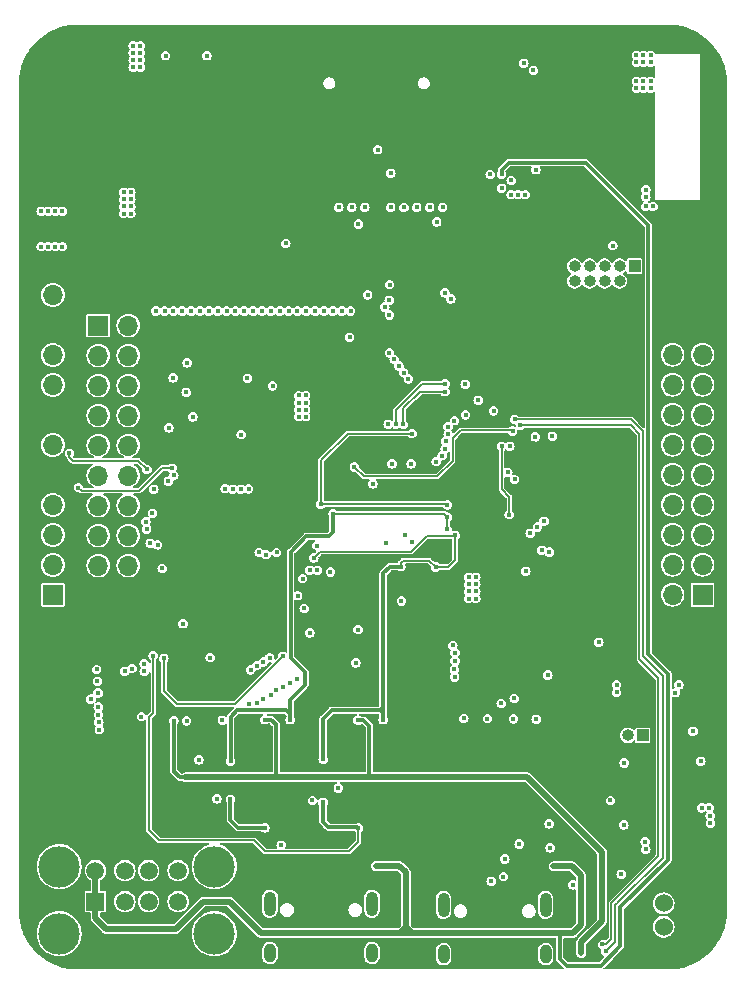
<source format=gbr>
%TF.GenerationSoftware,KiCad,Pcbnew,7.0.9*%
%TF.CreationDate,2024-06-03T19:44:05+03:00*%
%TF.ProjectId,LinuxCore-v2,4c696e75-7843-46f7-9265-2d76322e6b69,rev?*%
%TF.SameCoordinates,Original*%
%TF.FileFunction,Copper,L3,Inr*%
%TF.FilePolarity,Positive*%
%FSLAX46Y46*%
G04 Gerber Fmt 4.6, Leading zero omitted, Abs format (unit mm)*
G04 Created by KiCad (PCBNEW 7.0.9) date 2024-06-03 19:44:05*
%MOMM*%
%LPD*%
G01*
G04 APERTURE LIST*
%TA.AperFunction,ComponentPad*%
%ADD10R,1.700000X1.700000*%
%TD*%
%TA.AperFunction,ComponentPad*%
%ADD11O,1.700000X1.700000*%
%TD*%
%TA.AperFunction,ComponentPad*%
%ADD12R,1.000000X1.000000*%
%TD*%
%TA.AperFunction,ComponentPad*%
%ADD13O,1.000000X1.000000*%
%TD*%
%TA.AperFunction,ComponentPad*%
%ADD14O,1.000000X2.100000*%
%TD*%
%TA.AperFunction,ComponentPad*%
%ADD15O,1.000000X1.600000*%
%TD*%
%TA.AperFunction,ComponentPad*%
%ADD16R,1.500000X1.500000*%
%TD*%
%TA.AperFunction,ComponentPad*%
%ADD17C,1.500000*%
%TD*%
%TA.AperFunction,ComponentPad*%
%ADD18C,3.500000*%
%TD*%
%TA.AperFunction,ComponentPad*%
%ADD19C,1.524000*%
%TD*%
%TA.AperFunction,ViaPad*%
%ADD20C,0.450000*%
%TD*%
%TA.AperFunction,Conductor*%
%ADD21C,0.300000*%
%TD*%
%TA.AperFunction,Conductor*%
%ADD22C,0.152400*%
%TD*%
%TA.AperFunction,Conductor*%
%ADD23C,0.500000*%
%TD*%
G04 APERTURE END LIST*
D10*
%TO.N,GND*%
%TO.C,J7*%
X179797150Y-97280000D03*
D11*
X177257150Y-97280000D03*
%TO.N,/Header1/3*%
X179797150Y-94740000D03*
%TO.N,/Header1/4*%
X177257150Y-94740000D03*
%TO.N,/Header1/5*%
X179797150Y-92200000D03*
%TO.N,/Header1/6*%
X177257150Y-92200000D03*
%TO.N,/Header1/7*%
X179797150Y-89660000D03*
%TO.N,/Header1/8*%
X177257150Y-89660000D03*
%TO.N,/Header1/9*%
X179797150Y-87120000D03*
%TO.N,/Header1/10*%
X177257150Y-87120000D03*
%TO.N,/Header1/11*%
X179797150Y-84580000D03*
%TO.N,/Header1/12*%
X177257150Y-84580000D03*
%TO.N,/Header1/13*%
X179797150Y-82040000D03*
%TO.N,/Header1/14*%
X177257150Y-82040000D03*
%TO.N,/Header1/15*%
X179797150Y-79500000D03*
%TO.N,/Header1/16*%
X177257150Y-79500000D03*
%TO.N,/Header1/17*%
X179797150Y-76960000D03*
%TO.N,/Header1/18*%
X177257150Y-76960000D03*
%TO.N,+3V3*%
X179797150Y-74420000D03*
X177257150Y-74420000D03*
%TD*%
D10*
%TO.N,/ILI9143 TFT LCD/PEN*%
%TO.C,J3*%
X124797150Y-97295000D03*
D11*
%TO.N,/ILI9143 TFT LCD/CS2*%
X124797150Y-94755000D03*
%TO.N,/ILI9143 TFT LCD/CS1*%
X124797150Y-92215000D03*
%TO.N,/ILI9143 TFT LCD/MISO*%
X124797150Y-89675000D03*
%TO.N,+3V3*%
X124797150Y-87135000D03*
%TO.N,/ILI9143 TFT LCD/DC*%
X124797150Y-84595000D03*
%TO.N,+3V3*%
X124797150Y-82055000D03*
%TO.N,/ILI9143 TFT LCD/MOSI*%
X124797150Y-79515000D03*
%TO.N,/ILI9143 TFT LCD/CLK*%
X124797150Y-76975000D03*
%TO.N,+3V3*%
X124797150Y-74435000D03*
%TO.N,GND*%
X124797150Y-71895000D03*
%TD*%
D10*
%TO.N,GND*%
%TO.C,J8*%
X128632150Y-74485000D03*
D11*
X131172150Y-74485000D03*
%TO.N,/Header2/3*%
X128632150Y-77025000D03*
%TO.N,/Header2/4*%
X131172150Y-77025000D03*
%TO.N,/Header2/5*%
X128632150Y-79565000D03*
%TO.N,/Header2/6*%
X131172150Y-79565000D03*
%TO.N,/Header2/7*%
X128632150Y-82105000D03*
%TO.N,/Header2/8*%
X131172150Y-82105000D03*
%TO.N,/Header2/9*%
X128632150Y-84645000D03*
%TO.N,/Header2/10*%
X131172150Y-84645000D03*
%TO.N,/Header2/11*%
X128632150Y-87185000D03*
%TO.N,/Header2/12*%
X131172150Y-87185000D03*
%TO.N,/Header2/13*%
X128632150Y-89725000D03*
%TO.N,/Header2/14*%
X131172150Y-89725000D03*
%TO.N,/Header2/15*%
X128632150Y-92265000D03*
%TO.N,/Header2/16*%
X131172150Y-92265000D03*
%TO.N,/Header2/17*%
X128632150Y-94805000D03*
%TO.N,/Header2/18*%
X131172150Y-94805000D03*
%TO.N,+3V3*%
X128632150Y-97345000D03*
X131172150Y-97345000D03*
%TD*%
D12*
%TO.N,/AUDIO/RSPKOUT*%
%TO.C,LS1*%
X174737150Y-109180000D03*
D13*
%TO.N,/AUDIO/LSPKOUT*%
X173467150Y-109180000D03*
%TD*%
D14*
%TO.N,Net-(J1-SHIELD)*%
%TO.C,J1*%
X143177150Y-123430000D03*
D15*
X143177150Y-127610000D03*
D14*
X151817150Y-123430000D03*
D15*
X151817150Y-127610000D03*
%TD*%
D16*
%TO.N,VBUS*%
%TO.C,J6*%
X128397148Y-123257685D03*
D17*
%TO.N,Net-(J6-D1-)*%
X130897148Y-123257685D03*
%TO.N,Net-(J6-D1+)*%
X132897148Y-123257685D03*
%TO.N,GND*%
X135397148Y-123257685D03*
%TO.N,VBUS*%
X128397148Y-120637685D03*
%TO.N,Net-(J6-D2-)*%
X130897148Y-120637685D03*
%TO.N,Net-(J6-D2+)*%
X132897148Y-120637685D03*
%TO.N,GND*%
X135397148Y-120637685D03*
D18*
X125327148Y-125967685D03*
X138467148Y-125967685D03*
X125327148Y-120287685D03*
X138467148Y-120287685D03*
%TD*%
D14*
%TO.N,Net-(J2-SHIELD)*%
%TO.C,J2*%
X157877150Y-123530000D03*
D15*
X157877150Y-127710000D03*
D14*
X166517150Y-123530000D03*
D15*
X166517150Y-127710000D03*
%TD*%
D12*
%TO.N,/BLE Module/SWDIO*%
%TO.C,J5*%
X174040000Y-69440000D03*
D13*
%TO.N,+3V3*%
X174040000Y-70710000D03*
%TO.N,/BLE Module/SWDCLK*%
X172770000Y-69440000D03*
%TO.N,GND*%
X172770000Y-70710000D03*
%TO.N,unconnected-(J5-Pin_5-Pad5)*%
X171500000Y-69440000D03*
%TO.N,GND*%
X171500000Y-70710000D03*
%TO.N,unconnected-(J5-Pin_7-Pad7)*%
X170230000Y-69440000D03*
%TO.N,unconnected-(J5-Pin_8-Pad8)*%
X170230000Y-70710000D03*
%TO.N,/BLE Module/NRESET*%
X168960000Y-69440000D03*
%TO.N,unconnected-(J5-Pin_10-Pad10)*%
X168960000Y-70710000D03*
%TD*%
D19*
%TO.N,Net-(C70-Pad1)*%
%TO.C,U11*%
X176507150Y-123390000D03*
%TO.N,Net-(C71-Pad1)*%
X176507150Y-125390000D03*
%TD*%
D20*
%TO.N,GND*%
X148500000Y-73250000D03*
X147000000Y-73250000D03*
X150000000Y-73250000D03*
X147750000Y-73250000D03*
X149250000Y-73250000D03*
X144000000Y-73250000D03*
X142500000Y-73250000D03*
X145500000Y-73250000D03*
X143250000Y-73250000D03*
X144750000Y-73250000D03*
X146250000Y-73250000D03*
X139500000Y-73250000D03*
X138000000Y-73250000D03*
X141000000Y-73250000D03*
X138750000Y-73250000D03*
X140250000Y-73250000D03*
X141750000Y-73250000D03*
X137250000Y-73250000D03*
X136500000Y-73250000D03*
X135750000Y-73250000D03*
X135000000Y-73250000D03*
X134250000Y-73250000D03*
X133500000Y-73250000D03*
X125600000Y-67800000D03*
X125000000Y-67800000D03*
X124400000Y-67800000D03*
X123800000Y-67800000D03*
X123800000Y-64800000D03*
X124400000Y-64800000D03*
X125000000Y-64800000D03*
X125600000Y-64800000D03*
X165475000Y-52875000D03*
X164675000Y-52275000D03*
X131600000Y-51375497D03*
X131600000Y-52000000D03*
X131600000Y-52600000D03*
X132200000Y-52600000D03*
X132200000Y-52000000D03*
X132200000Y-51400000D03*
X132200000Y-50800000D03*
X131600000Y-50800000D03*
X130800000Y-63800000D03*
X130800000Y-64400000D03*
X130800000Y-65000000D03*
X131400000Y-65000000D03*
X131400000Y-64400000D03*
X131400000Y-63800000D03*
X131400000Y-63200000D03*
X130800000Y-63200000D03*
X144510000Y-67537500D03*
X175600000Y-64400000D03*
X175000000Y-64400000D03*
X175000000Y-63600000D03*
X175000000Y-63000000D03*
X163600000Y-62200000D03*
X163600000Y-63400000D03*
X164200000Y-63400000D03*
X164800000Y-63400000D03*
X174200000Y-54400000D03*
X174800000Y-54400000D03*
X175400000Y-54400000D03*
X175400000Y-53800000D03*
X174800000Y-53800000D03*
X174200000Y-53800000D03*
X175400000Y-51600000D03*
X174800000Y-51600000D03*
X174200000Y-51600000D03*
X174200000Y-52200000D03*
X174800000Y-52200000D03*
X175400000Y-52200000D03*
X161820000Y-61690000D03*
X152290000Y-59600000D03*
X153410000Y-61580000D03*
X154520000Y-64480000D03*
X146070000Y-98440000D03*
X132290000Y-107600000D03*
X151892000Y-87884000D03*
X160000000Y-97000000D03*
X163060000Y-119650000D03*
X164270000Y-118380000D03*
X136110000Y-107950000D03*
X146540000Y-100510000D03*
X166890000Y-118710000D03*
X145600000Y-81000000D03*
X145600000Y-82200000D03*
X146770000Y-114690000D03*
X160000000Y-95800000D03*
X179727740Y-115314999D03*
X146200000Y-81000000D03*
X166820000Y-116670000D03*
X160000000Y-97600000D03*
X160600000Y-97600000D03*
X160800000Y-80800000D03*
X137160000Y-111252000D03*
X173170000Y-111520000D03*
X160600000Y-97000000D03*
X146200000Y-82200000D03*
X173130000Y-116760000D03*
X160600000Y-95800000D03*
X145600000Y-81600000D03*
X134620000Y-83150000D03*
X160000000Y-96400000D03*
X138684000Y-114554000D03*
X146200000Y-80400000D03*
X172000000Y-114690000D03*
X160600000Y-96400000D03*
X146200000Y-81600000D03*
X145600000Y-80400000D03*
X148960000Y-113640000D03*
%TO.N,+3V3*%
X141130000Y-101860000D03*
X171437150Y-115590000D03*
X169427150Y-111520000D03*
X173870000Y-76780000D03*
X142470000Y-77640000D03*
X169070000Y-99750000D03*
X177970000Y-108820000D03*
X158840000Y-99800000D03*
X156187150Y-93860000D03*
X136180000Y-78710000D03*
X149010000Y-61540000D03*
X137170000Y-107940000D03*
X148417150Y-83640000D03*
X180240000Y-105450000D03*
X140610000Y-51650000D03*
X162117150Y-77862500D03*
X168417150Y-110420000D03*
X162780000Y-60100000D03*
X128090000Y-108750000D03*
X158887150Y-74550000D03*
X141290000Y-79950000D03*
X169160000Y-76780000D03*
X158177150Y-92790000D03*
X180747150Y-112380000D03*
X169417150Y-114690000D03*
X135047150Y-117005000D03*
X136091200Y-81192427D03*
X152297150Y-64475000D03*
X161760000Y-62850000D03*
X147457150Y-91450000D03*
X158187150Y-87620000D03*
X162440000Y-97400000D03*
X148840000Y-94120000D03*
X156187150Y-94910000D03*
X179627150Y-114590000D03*
%TO.N,+1V2*%
X147670000Y-111220000D03*
X155197150Y-83630000D03*
X147487150Y-89600000D03*
X152750000Y-107860000D03*
X147660000Y-114840000D03*
X158197150Y-89660000D03*
X146880000Y-94150000D03*
X158197150Y-89660000D03*
X157207150Y-94930000D03*
X154247150Y-94900000D03*
X158843841Y-92232154D03*
X133290000Y-102430000D03*
X150647150Y-117030000D03*
%TO.N,Net-(U1C-AVSSADC)*%
X159697150Y-79460000D03*
X162107150Y-81700000D03*
%TO.N,/MPU/nRESET*%
X150437528Y-103049800D03*
X134197150Y-102661032D03*
X171017150Y-101300000D03*
X144260000Y-102480000D03*
X150630000Y-100224100D03*
X158839170Y-102875493D03*
%TO.N,+1V8*%
X142747150Y-117005000D03*
X158197150Y-91750000D03*
X139830000Y-114590000D03*
X158197150Y-90700000D03*
X144880000Y-107860000D03*
X139840000Y-111360000D03*
X148517150Y-90410000D03*
%TO.N,VBUS*%
X152130000Y-120240000D03*
X167180000Y-120260000D03*
X162790000Y-61680000D03*
X169497150Y-124325000D03*
%TO.N,/Voltage Supply/VIN*%
X169510000Y-127630000D03*
X142740000Y-107860000D03*
X150630000Y-107890000D03*
X136009650Y-112717500D03*
X151600000Y-112717500D03*
X135040000Y-107930000D03*
X143700000Y-112717500D03*
%TO.N,Net-(U7-CLK)*%
X153397150Y-64475000D03*
%TO.N,/AUDIO/LMICN*%
X172911200Y-120940000D03*
X168832150Y-121840000D03*
%TO.N,Net-(D3-K)*%
X159580000Y-107745000D03*
%TO.N,/MPU/PF8*%
X158813496Y-104239187D03*
X145520000Y-97360000D03*
%TO.N,Net-(D4-K)*%
X161590000Y-107765000D03*
%TO.N,/MPU/PF9*%
X158781200Y-103600000D03*
X145930000Y-95910000D03*
%TO.N,Net-(D5-K)*%
X165722850Y-107815000D03*
%TO.N,/MPU/PD12*%
X139380983Y-88294499D03*
X162740000Y-106480000D03*
%TO.N,Net-(D6-K)*%
X163790000Y-107785000D03*
%TO.N,/MPU/PD13*%
X163841926Y-106055000D03*
X140020000Y-88330000D03*
%TO.N,/USB/USB_D+*%
X161907861Y-121529567D03*
X162937150Y-121140000D03*
%TO.N,/ILI9143 TFT LCD/PEN*%
X132735768Y-91719568D03*
%TO.N,/ILI9143 TFT LCD/CS2*%
X133220502Y-90365901D03*
%TO.N,/ILI9143 TFT LCD/CS1*%
X134043548Y-95050000D03*
X135032053Y-87178800D03*
%TO.N,/ILI9143 TFT LCD/MISO*%
X133343831Y-88349169D03*
%TO.N,/ILI9143 TFT LCD/DC*%
X150316740Y-86456740D03*
X134896199Y-86553287D03*
X126950000Y-88200000D03*
X163720000Y-83408800D03*
%TO.N,/ILI9143 TFT LCD/MOSI*%
X126200000Y-85290000D03*
X132760000Y-86670000D03*
%TO.N,/ILI9143 TFT LCD/CLK*%
X134567565Y-87667200D03*
%TO.N,/Deneyap Kamera/CAMD4*%
X128500000Y-103600000D03*
X144860000Y-104764300D03*
%TO.N,/Deneyap Kamera/CAMD3*%
X145429832Y-104421400D03*
X130890000Y-103740000D03*
%TO.N,/Deneyap Kamera/CAMD5*%
X144291192Y-105107200D03*
X128570000Y-104600000D03*
%TO.N,/Deneyap Kamera/CAMD2*%
X141530000Y-103638484D03*
X131491843Y-103522312D03*
%TO.N,/Deneyap Kamera/CAMD6*%
X143675388Y-105307184D03*
X128610000Y-105600000D03*
%TO.N,/Deneyap Kamera/CAMPC*%
X143146240Y-102605226D03*
X128020000Y-106110000D03*
%TO.N,/Deneyap Kamera/CAMD7*%
X143258751Y-105793000D03*
X128637266Y-106782710D03*
%TO.N,/Deneyap Kamera/CAMD8*%
X128648389Y-107422616D03*
X142620498Y-106135900D03*
%TO.N,/Deneyap Kamera/CAMXC*%
X128685967Y-108061514D03*
X141380000Y-106495000D03*
%TO.N,/Deneyap Kamera/CAMD9*%
X128730000Y-108700000D03*
X142039233Y-106459570D03*
%TO.N,/Deneyap Kamera/CAMH*%
X132532345Y-103132784D03*
X142616361Y-102964156D03*
%TO.N,/Deneyap Kamera/CAMV*%
X142057551Y-103276140D03*
X132522151Y-103772705D03*
%TO.N,/Deneyap Kamera/CAMSC*%
X142870000Y-93880000D03*
X158000000Y-80080000D03*
X154480000Y-82860000D03*
%TO.N,/Deneyap Kamera/CAMSD*%
X153841188Y-82820985D03*
X142258612Y-93690769D03*
X158020000Y-79430000D03*
%TO.N,/BLE Module/USB_D+*%
X147160000Y-93108798D03*
X157748989Y-85502512D03*
X146550000Y-95200000D03*
X158477488Y-72217488D03*
%TO.N,/BLE Module/USB_D-*%
X157982512Y-71722512D03*
X157254013Y-85997488D03*
%TO.N,/BLE Module/SWDIO*%
X172210000Y-67710000D03*
%TO.N,/BLE Module/NRESET*%
X165680000Y-61290000D03*
X162790000Y-62850000D03*
%TO.N,/Header1/13*%
X158040145Y-84277281D03*
%TO.N,/Header1/14*%
X158005975Y-84916371D03*
%TO.N,/Header1/15*%
X158247964Y-83035184D03*
%TO.N,/Header1/16*%
X158256961Y-83675123D03*
%TO.N,/Header1/17*%
X159730000Y-82052784D03*
X165640000Y-83900000D03*
X143730000Y-93691199D03*
X167082286Y-83850000D03*
X153506020Y-86200000D03*
%TO.N,/Header1/18*%
X155130000Y-86200000D03*
X153030000Y-92900000D03*
X158790000Y-82543984D03*
%TO.N,/Header2/3*%
X154891200Y-78999539D03*
%TO.N,/Header2/4*%
X154491201Y-78464042D03*
%TO.N,/Header2/5*%
X153691200Y-77358406D03*
%TO.N,/Header2/6*%
X154091201Y-77903387D03*
%TO.N,/Header2/7*%
X153291200Y-76800000D03*
%TO.N,/MPU/nRST*%
X135807150Y-99732500D03*
X132656981Y-91084434D03*
%TO.N,/MPU/USB_DETECT*%
X139140000Y-107900000D03*
X144130000Y-118490000D03*
%TO.N,/MPU/PE11*%
X166700000Y-104075900D03*
X154308799Y-97804716D03*
%TO.N,Net-(U2-USB_DM)*%
X137837150Y-51640000D03*
%TO.N,Net-(U2-USB_DP)*%
X134337150Y-51640000D03*
%TO.N,/MPU/PG8*%
X163305202Y-86924798D03*
%TO.N,/MPU/PG0*%
X138120000Y-102600000D03*
X163479424Y-84695912D03*
X153180000Y-82840000D03*
%TO.N,/MPU/PG9*%
X163889852Y-87508799D03*
%TO.N,/MPU/PG1*%
X164840000Y-95291199D03*
X162790000Y-84708800D03*
X163430000Y-90491201D03*
%TO.N,/MPU/PC6*%
X153270000Y-72344100D03*
X153300000Y-71018800D03*
%TO.N,/MPU/PC9*%
X150660000Y-65890000D03*
X148997150Y-64475000D03*
%TO.N,/MPU/PC12*%
X149908800Y-75462089D03*
X153291200Y-73590000D03*
X157797150Y-64475000D03*
%TO.N,/MPU/PC10*%
X150097150Y-64475000D03*
%TO.N,/MPU/PC8*%
X156697150Y-64475000D03*
%TO.N,/MPU/PC5*%
X151442669Y-71892669D03*
X151197150Y-64475000D03*
X152891201Y-72910118D03*
%TO.N,/MPU/PC7*%
X157290000Y-65700000D03*
X155597150Y-64475000D03*
%TO.N,/AUDIO/SDA*%
X141361169Y-88314169D03*
X172522152Y-104910000D03*
X178987150Y-108820000D03*
X177800000Y-104910000D03*
%TO.N,/AUDIO/SCL*%
X140711686Y-88353455D03*
X172522152Y-105550003D03*
X179657150Y-111360000D03*
X177490000Y-105570000D03*
%TO.N,/MPU/PD6*%
X136070000Y-80140000D03*
%TO.N,/MPU/PD2*%
X136170000Y-77640000D03*
X143390000Y-79590000D03*
%TO.N,/MPU/PD7*%
X140740000Y-83710000D03*
X141270000Y-78940000D03*
%TO.N,/MPU/PB4*%
X171605484Y-127455484D03*
X163886946Y-82425900D03*
%TO.N,/MPU/PB6*%
X164380000Y-82920000D03*
X171322186Y-126881597D03*
%TO.N,/MPU/PF3*%
X133655202Y-93045202D03*
%TO.N,/MPU/PF2*%
X133029362Y-92911306D03*
%TO.N,/MPU/PF12*%
X148292025Y-95347362D03*
X158840000Y-102180000D03*
%TO.N,/MPU/PF11*%
X147190003Y-95200000D03*
X158650304Y-101568757D03*
%TO.N,/AUDIO/I2S_LRCK*%
X166810000Y-93660000D03*
X174940000Y-118180000D03*
%TO.N,/AUDIO/I2S_BCLK*%
X166181514Y-93508800D03*
X174990000Y-118840000D03*
%TO.N,/AUDIO/I2S_DI*%
X166374641Y-91048800D03*
X180470973Y-116628378D03*
%TO.N,/AUDIO/I2S_DO*%
X165820000Y-91540000D03*
X180443818Y-115988952D03*
%TO.N,/AUDIO/I2S_MCLK*%
X180367718Y-115309378D03*
X165198138Y-92057254D03*
%TO.N,/MPU/PD5*%
X136640000Y-82220000D03*
X134970000Y-78910000D03*
%TO.N,/MPU/USB1_D-*%
X155213320Y-92822940D03*
%TO.N,/MPU/USB1_D+*%
X154573321Y-92260000D03*
%TD*%
D21*
%TO.N,VBUS*%
X167720000Y-128130000D02*
X167720000Y-125910000D01*
X168290000Y-128700000D02*
X167720000Y-128130000D01*
X171160000Y-128700000D02*
X168290000Y-128700000D01*
X172840000Y-127020000D02*
X171160000Y-128700000D01*
X172840000Y-123750000D02*
X172840000Y-127020000D01*
X176870000Y-103980000D02*
X176870000Y-119720000D01*
X175210000Y-102320000D02*
X176870000Y-103980000D01*
X169890000Y-60690000D02*
X175210000Y-66010000D01*
X163380000Y-60690000D02*
X169890000Y-60690000D01*
X175210000Y-66010000D02*
X175210000Y-102320000D01*
X162790000Y-61280000D02*
X163380000Y-60690000D01*
X162790000Y-61680000D02*
X162790000Y-61280000D01*
X176870000Y-119720000D02*
X172840000Y-123750000D01*
%TO.N,+3V3*%
X136870000Y-107180000D02*
X134110000Y-107180000D01*
X137170000Y-107480000D02*
X136870000Y-107180000D01*
D22*
X171437150Y-115590000D02*
X171437150Y-114927150D01*
X171200000Y-114690000D02*
X169417150Y-114690000D01*
D21*
X134215000Y-117005000D02*
X135047150Y-117005000D01*
D22*
X169427150Y-110567150D02*
X169280000Y-110420000D01*
D21*
X180270000Y-114590000D02*
X179627150Y-114590000D01*
X178420000Y-109630000D02*
X177970000Y-109180000D01*
X178630000Y-105450000D02*
X177970000Y-106110000D01*
X179990000Y-109630000D02*
X178420000Y-109630000D01*
X133600000Y-116390000D02*
X134215000Y-117005000D01*
X180240000Y-105450000D02*
X178630000Y-105450000D01*
D22*
X169280000Y-110420000D02*
X168417150Y-110420000D01*
X169427150Y-111520000D02*
X169427150Y-110567150D01*
D21*
X180747150Y-114112850D02*
X180270000Y-114590000D01*
X177970000Y-106110000D02*
X177970000Y-108820000D01*
X180747150Y-112380000D02*
X180747150Y-114112850D01*
X180747150Y-112380000D02*
X180747150Y-110387150D01*
X133600000Y-107690000D02*
X133600000Y-116390000D01*
X134110000Y-107180000D02*
X133600000Y-107690000D01*
X177970000Y-109180000D02*
X177970000Y-108820000D01*
X180747150Y-110387150D02*
X179990000Y-109630000D01*
X137170000Y-107940000D02*
X137170000Y-107480000D01*
D22*
X171437150Y-114927150D02*
X171200000Y-114690000D01*
%TO.N,+1V2*%
X147487150Y-89600000D02*
X158137150Y-89600000D01*
X154430000Y-94390000D02*
X156667150Y-94390000D01*
X149880000Y-119010000D02*
X150647150Y-118242850D01*
X154247150Y-94572850D02*
X154430000Y-94390000D01*
D21*
X152520000Y-107050000D02*
X152750000Y-106820000D01*
D22*
X141840000Y-118070000D02*
X142780000Y-119010000D01*
D21*
X147660000Y-114840000D02*
X147660000Y-116490000D01*
X152520000Y-107050000D02*
X148410000Y-107050000D01*
X152750000Y-107280000D02*
X152750000Y-107860000D01*
D22*
X154247150Y-94900000D02*
X154247150Y-94572850D01*
X149740000Y-83630000D02*
X147487150Y-85882850D01*
X156451700Y-92298300D02*
X158777695Y-92298300D01*
D21*
X153310000Y-94900000D02*
X154247150Y-94900000D01*
X152750000Y-95460000D02*
X153310000Y-94900000D01*
X152520000Y-107050000D02*
X152750000Y-107280000D01*
D22*
X155121700Y-93628300D02*
X156451700Y-92298300D01*
D21*
X147670000Y-107790000D02*
X147670000Y-111220000D01*
X148410000Y-107050000D02*
X147670000Y-107790000D01*
D22*
X157207150Y-94930000D02*
X158280000Y-94930000D01*
D21*
X152750000Y-107860000D02*
X152750000Y-106710000D01*
D22*
X132930000Y-117230000D02*
X133770000Y-118070000D01*
X133770000Y-118070000D02*
X141840000Y-118070000D01*
X146880000Y-94150000D02*
X147401700Y-93628300D01*
X158843841Y-94366159D02*
X158843841Y-92232154D01*
X155197150Y-83630000D02*
X149740000Y-83630000D01*
D21*
X150577150Y-116960000D02*
X150647150Y-117030000D01*
D22*
X133290000Y-102430000D02*
X133290000Y-107295369D01*
D21*
X152750000Y-106710000D02*
X152750000Y-95460000D01*
D22*
X150647150Y-118242850D02*
X150647150Y-117030000D01*
X142780000Y-119010000D02*
X149880000Y-119010000D01*
X156667150Y-94390000D02*
X157207150Y-94930000D01*
X158137150Y-89600000D02*
X158197150Y-89660000D01*
X147401700Y-93628300D02*
X155121700Y-93628300D01*
X147487150Y-85882850D02*
X147487150Y-89600000D01*
X132930000Y-107655369D02*
X132930000Y-117230000D01*
D21*
X147660000Y-116490000D02*
X148130000Y-116960000D01*
D22*
X158777695Y-92298300D02*
X158843841Y-92232154D01*
X158280000Y-94930000D02*
X158843841Y-94366159D01*
X133290000Y-107295369D02*
X132930000Y-107655369D01*
D21*
X148130000Y-116960000D02*
X150577150Y-116960000D01*
X152750000Y-106820000D02*
X152750000Y-106710000D01*
D22*
%TO.N,/MPU/nRESET*%
X139460000Y-106540000D02*
X140200000Y-106540000D01*
X134197150Y-105437150D02*
X134600000Y-105840000D01*
X134600000Y-105840000D02*
X135300000Y-106540000D01*
X135300000Y-106540000D02*
X139460000Y-106540000D01*
X140200000Y-106540000D02*
X140890000Y-105850000D01*
X134197150Y-102661032D02*
X134197150Y-105437150D01*
X140890000Y-105850000D02*
X144260000Y-102480000D01*
D21*
%TO.N,+1V8*%
X148517150Y-91962850D02*
X148517150Y-90410000D01*
X144930000Y-102630000D02*
X144930000Y-93640000D01*
D22*
X148517150Y-90410000D02*
X157907150Y-90410000D01*
D21*
X139840000Y-107600000D02*
X139840000Y-111360000D01*
X144880000Y-107400000D02*
X144540000Y-107060000D01*
D22*
X158197150Y-90700000D02*
X158197150Y-91750000D01*
D21*
X140380000Y-107060000D02*
X139840000Y-107600000D01*
X146150000Y-104880000D02*
X146150000Y-103850000D01*
X139830000Y-116360000D02*
X140475000Y-117005000D01*
X144540000Y-107060000D02*
X140380000Y-107060000D01*
X144880000Y-107860000D02*
X144880000Y-107400000D01*
X139830000Y-114590000D02*
X139830000Y-116360000D01*
D22*
X157907150Y-90410000D02*
X158197150Y-90700000D01*
D21*
X148160000Y-92320000D02*
X148517150Y-91962850D01*
X144880000Y-107400000D02*
X144880000Y-106150000D01*
X144930000Y-93640000D02*
X146250000Y-92320000D01*
X146250000Y-92320000D02*
X148160000Y-92320000D01*
X140475000Y-117005000D02*
X142747150Y-117005000D01*
X144880000Y-106150000D02*
X146150000Y-104880000D01*
X146150000Y-103850000D02*
X144930000Y-102630000D01*
D23*
%TO.N,VBUS*%
X154690000Y-120790000D02*
X154690000Y-125310000D01*
X154690000Y-125310000D02*
X154690000Y-125430000D01*
X154690000Y-125310000D02*
X154690000Y-125910000D01*
X142420000Y-125910000D02*
X139770000Y-123260000D01*
X155170000Y-125910000D02*
X154690000Y-125910000D01*
X168830000Y-125910000D02*
X167720000Y-125910000D01*
X152130000Y-120240000D02*
X154140000Y-120240000D01*
X169497150Y-121027150D02*
X169497150Y-124325000D01*
X154690000Y-125430000D02*
X155170000Y-125910000D01*
X167720000Y-125910000D02*
X155170000Y-125910000D01*
X139770000Y-123260000D02*
X137510000Y-123260000D01*
X169497150Y-125242850D02*
X168830000Y-125910000D01*
X154690000Y-125430000D02*
X154210000Y-125910000D01*
X154140000Y-120240000D02*
X154690000Y-120790000D01*
X167180000Y-120260000D02*
X168730000Y-120260000D01*
X168730000Y-120260000D02*
X169497150Y-121027150D01*
X169497150Y-124325000D02*
X169497150Y-125242850D01*
X154690000Y-125910000D02*
X154210000Y-125910000D01*
X128397148Y-124687148D02*
X128397148Y-123257685D01*
X137510000Y-123260000D02*
X135180000Y-125590000D01*
X154210000Y-125910000D02*
X142420000Y-125910000D01*
X129300000Y-125590000D02*
X128397148Y-124687148D01*
X128397148Y-123257685D02*
X128397148Y-120637685D01*
X135180000Y-125590000D02*
X129300000Y-125590000D01*
D21*
%TO.N,/Voltage Supply/VIN*%
X143300000Y-107860000D02*
X143700000Y-108260000D01*
X151090000Y-107890000D02*
X151600000Y-108400000D01*
D23*
X169510000Y-126710000D02*
X171280000Y-124940000D01*
D21*
X150630000Y-112687500D02*
X150660000Y-112717500D01*
X142740000Y-107860000D02*
X143300000Y-107860000D01*
D23*
X143700000Y-112717500D02*
X142720000Y-112717500D01*
D21*
X135987150Y-112740000D02*
X136009650Y-112717500D01*
X135520000Y-112740000D02*
X135987150Y-112740000D01*
X143700000Y-108260000D02*
X143700000Y-112717500D01*
D23*
X171280000Y-119040000D02*
X164957500Y-112717500D01*
X171280000Y-124940000D02*
X171280000Y-119040000D01*
D21*
X135040000Y-112260000D02*
X135520000Y-112740000D01*
X142740000Y-112697500D02*
X142720000Y-112717500D01*
X150630000Y-107890000D02*
X151090000Y-107890000D01*
X135040000Y-107930000D02*
X135040000Y-112260000D01*
X151600000Y-108400000D02*
X151600000Y-112717500D01*
D23*
X169510000Y-127630000D02*
X169510000Y-126710000D01*
X150660000Y-112717500D02*
X143700000Y-112717500D01*
X142720000Y-112717500D02*
X136009650Y-112717500D01*
X151600000Y-112717500D02*
X150660000Y-112717500D01*
X164957500Y-112717500D02*
X151600000Y-112717500D01*
D22*
%TO.N,/ILI9143 TFT LCD/DC*%
X163720000Y-83408800D02*
X163671200Y-83360000D01*
X133140000Y-87440000D02*
X132110000Y-88470000D01*
X163671200Y-83360000D02*
X159310000Y-83360000D01*
X132110000Y-88470000D02*
X131250000Y-88470000D01*
X134026713Y-86553287D02*
X133140000Y-87440000D01*
X134896199Y-86553287D02*
X134026713Y-86553287D01*
X159310000Y-83360000D02*
X158640000Y-84030000D01*
X151110000Y-87250000D02*
X150316740Y-86456740D01*
X158640000Y-84030000D02*
X158640000Y-85960000D01*
X158640000Y-85960000D02*
X157350000Y-87250000D01*
X127220000Y-88470000D02*
X126950000Y-88200000D01*
X131250000Y-88470000D02*
X127220000Y-88470000D01*
X157350000Y-87250000D02*
X151110000Y-87250000D01*
%TO.N,/ILI9143 TFT LCD/MOSI*%
X132760000Y-86670000D02*
X132030000Y-85940000D01*
X132030000Y-85940000D02*
X130890000Y-85940000D01*
X130890000Y-85940000D02*
X126500000Y-85940000D01*
X126500000Y-85940000D02*
X126410000Y-85850000D01*
X126200000Y-85640000D02*
X126200000Y-85290000D01*
X126410000Y-85850000D02*
X126200000Y-85640000D01*
%TO.N,/Deneyap Kamera/CAMSC*%
X154480000Y-81500000D02*
X154480000Y-82860000D01*
X155900000Y-80080000D02*
X154480000Y-81500000D01*
X158000000Y-80080000D02*
X155900000Y-80080000D01*
%TO.N,/Deneyap Kamera/CAMSD*%
X156065066Y-79430000D02*
X153841188Y-81653878D01*
X153841188Y-81653878D02*
X153841188Y-82820985D01*
X158020000Y-79430000D02*
X156065066Y-79430000D01*
%TO.N,/MPU/PG1*%
X163430000Y-90491201D02*
X163430000Y-89000000D01*
X163430000Y-89000000D02*
X162790000Y-88360000D01*
X162790000Y-88360000D02*
X162790000Y-84708800D01*
%TO.N,/MPU/PB4*%
X175037398Y-102736700D02*
X176453300Y-104152602D01*
X172423300Y-123577398D02*
X172423300Y-124990000D01*
X176453300Y-104510000D02*
X176453300Y-116380000D01*
X174793300Y-83503300D02*
X174793300Y-83510000D01*
X172423300Y-126637668D02*
X171605484Y-127455484D01*
X173715900Y-82425900D02*
X174720000Y-83430000D01*
X174793300Y-102492602D02*
X175037398Y-102736700D01*
X176453300Y-116380000D02*
X176453300Y-119467398D01*
X172585349Y-123415349D02*
X172423300Y-123577398D01*
X176453300Y-119467398D02*
X176453300Y-119547398D01*
X174793300Y-101770000D02*
X174793300Y-102147398D01*
X163886946Y-82425900D02*
X173715900Y-82425900D01*
X174793300Y-102147398D02*
X174793300Y-102492603D01*
X174793300Y-102492603D02*
X174793300Y-102492602D01*
X174793300Y-83503300D02*
X174793300Y-101770000D01*
X172423300Y-124990000D02*
X172423300Y-126637668D01*
X176453300Y-104152602D02*
X176453300Y-104510000D01*
X176453300Y-119547398D02*
X172585349Y-123415349D01*
X174720000Y-83430000D02*
X174793300Y-83503300D01*
%TO.N,/MPU/PB6*%
X173725066Y-82920000D02*
X164380000Y-82920000D01*
X171322186Y-126881597D02*
X171588403Y-126881597D01*
X172080400Y-123409600D02*
X176060000Y-119430000D01*
X174450400Y-83645334D02*
X173725066Y-82920000D01*
X176060000Y-119430000D02*
X176060000Y-104360000D01*
X174450400Y-102750400D02*
X174450400Y-83645334D01*
X172080400Y-126389600D02*
X172080400Y-123409600D01*
X176060000Y-104360000D02*
X174450400Y-102750400D01*
X171588403Y-126881597D02*
X172080400Y-126389600D01*
%TD*%
%TA.AperFunction,Conductor*%
%TO.N,+3V3*%
G36*
X158587879Y-92544993D02*
G01*
X158613599Y-92589542D01*
X158614741Y-92602600D01*
X158614741Y-94240114D01*
X158597148Y-94288452D01*
X158592715Y-94293288D01*
X158207129Y-94678874D01*
X158160509Y-94700614D01*
X158153955Y-94700900D01*
X157575590Y-94700900D01*
X157527252Y-94683307D01*
X157522426Y-94678884D01*
X157445492Y-94601950D01*
X157332454Y-94544354D01*
X157332456Y-94544354D01*
X157207151Y-94524508D01*
X157207147Y-94524508D01*
X157174639Y-94529656D01*
X157124145Y-94519840D01*
X157109703Y-94508556D01*
X156979487Y-94378340D01*
X156834064Y-94232917D01*
X156832728Y-94231509D01*
X156814325Y-94211071D01*
X156804820Y-94200514D01*
X156804819Y-94200513D01*
X156782208Y-94190445D01*
X156771842Y-94184817D01*
X156751086Y-94171339D01*
X156751083Y-94171338D01*
X156742551Y-94169986D01*
X156723737Y-94164412D01*
X156715848Y-94160900D01*
X156715847Y-94160900D01*
X156691096Y-94160900D01*
X156679333Y-94159974D01*
X156664039Y-94157551D01*
X156654893Y-94156103D01*
X156654891Y-94156103D01*
X156646550Y-94158338D01*
X156627089Y-94160900D01*
X154436975Y-94160900D01*
X154435007Y-94160848D01*
X154393362Y-94158665D01*
X154370254Y-94167535D01*
X154358946Y-94170884D01*
X154334736Y-94176030D01*
X154334734Y-94176031D01*
X154327748Y-94181107D01*
X154310502Y-94190471D01*
X154302439Y-94193566D01*
X154302434Y-94193569D01*
X154284931Y-94211071D01*
X154275965Y-94218729D01*
X154255940Y-94233279D01*
X154251621Y-94240760D01*
X154239672Y-94256330D01*
X154090089Y-94405914D01*
X154088661Y-94407269D01*
X154057662Y-94435181D01*
X154047596Y-94457789D01*
X154041971Y-94468150D01*
X154028488Y-94488915D01*
X154027136Y-94497449D01*
X154021564Y-94516259D01*
X154018049Y-94524153D01*
X154016407Y-94531883D01*
X154014559Y-94531490D01*
X154000457Y-94570238D01*
X153955908Y-94595958D01*
X153942850Y-94597100D01*
X153371682Y-94597100D01*
X153359563Y-94595123D01*
X153359473Y-94595770D01*
X153352574Y-94594807D01*
X153352573Y-94594807D01*
X153352571Y-94594807D01*
X153303847Y-94597060D01*
X153302110Y-94597100D01*
X153281930Y-94597100D01*
X153277568Y-94597914D01*
X153272401Y-94598512D01*
X153239448Y-94600037D01*
X153239445Y-94600038D01*
X153227775Y-94605191D01*
X153211224Y-94610316D01*
X153198688Y-94612659D01*
X153198681Y-94612662D01*
X153170637Y-94630026D01*
X153166028Y-94632455D01*
X153135853Y-94645779D01*
X153135852Y-94645780D01*
X153126833Y-94654800D01*
X153113249Y-94665561D01*
X153102405Y-94672275D01*
X153102399Y-94672280D01*
X153082520Y-94698602D01*
X153079099Y-94702534D01*
X152579429Y-95202204D01*
X152569463Y-95209377D01*
X152569856Y-95209897D01*
X152564297Y-95214094D01*
X152531453Y-95250123D01*
X152530255Y-95251378D01*
X152515970Y-95265664D01*
X152515962Y-95265673D01*
X152513458Y-95269328D01*
X152510230Y-95273402D01*
X152488008Y-95297780D01*
X152488006Y-95297784D01*
X152483398Y-95309678D01*
X152475320Y-95325004D01*
X152468107Y-95335533D01*
X152460552Y-95367652D01*
X152459011Y-95372629D01*
X152447100Y-95403378D01*
X152447100Y-95416132D01*
X152445103Y-95433346D01*
X152442182Y-95445766D01*
X152442182Y-95445770D01*
X152446739Y-95478437D01*
X152447100Y-95483638D01*
X152447100Y-106663387D01*
X152429507Y-106711725D01*
X152425074Y-106716561D01*
X152416561Y-106725074D01*
X152369941Y-106746814D01*
X152363387Y-106747100D01*
X148471679Y-106747100D01*
X148459563Y-106745123D01*
X148459473Y-106745771D01*
X148452570Y-106744807D01*
X148403859Y-106747060D01*
X148402123Y-106747100D01*
X148381922Y-106747100D01*
X148377572Y-106747914D01*
X148372395Y-106748514D01*
X148339447Y-106750038D01*
X148339444Y-106750039D01*
X148327773Y-106755191D01*
X148311228Y-106760315D01*
X148298685Y-106762660D01*
X148298681Y-106762662D01*
X148270630Y-106780029D01*
X148266021Y-106782459D01*
X148235856Y-106795779D01*
X148235855Y-106795780D01*
X148226832Y-106804802D01*
X148213252Y-106815558D01*
X148202406Y-106822273D01*
X148202402Y-106822277D01*
X148182518Y-106848606D01*
X148179097Y-106852537D01*
X147499429Y-107532204D01*
X147489463Y-107539377D01*
X147489856Y-107539897D01*
X147484297Y-107544094D01*
X147451453Y-107580123D01*
X147450255Y-107581378D01*
X147435970Y-107595664D01*
X147435962Y-107595673D01*
X147433458Y-107599328D01*
X147430230Y-107603402D01*
X147408008Y-107627780D01*
X147408006Y-107627784D01*
X147403398Y-107639678D01*
X147395320Y-107655004D01*
X147388107Y-107665533D01*
X147380552Y-107697652D01*
X147379011Y-107702629D01*
X147367100Y-107733378D01*
X147367100Y-107746132D01*
X147365103Y-107763346D01*
X147362182Y-107775766D01*
X147362182Y-107775770D01*
X147366739Y-107808437D01*
X147367100Y-107813638D01*
X147367100Y-110925359D01*
X147349507Y-110973697D01*
X147345074Y-110978533D01*
X147341951Y-110981655D01*
X147284354Y-111094694D01*
X147264508Y-111219999D01*
X147264508Y-111220000D01*
X147284354Y-111345305D01*
X147341951Y-111458344D01*
X147431655Y-111548048D01*
X147431657Y-111548049D01*
X147431658Y-111548050D01*
X147544694Y-111605645D01*
X147544696Y-111605646D01*
X147640951Y-111620891D01*
X147669999Y-111625492D01*
X147670000Y-111625492D01*
X147670001Y-111625492D01*
X147689847Y-111622348D01*
X147795304Y-111605646D01*
X147908342Y-111548050D01*
X147998050Y-111458342D01*
X148055646Y-111345304D01*
X148075492Y-111220000D01*
X148055646Y-111094696D01*
X147998050Y-110981658D01*
X147998049Y-110981657D01*
X147998048Y-110981655D01*
X147994926Y-110978533D01*
X147973186Y-110931913D01*
X147972900Y-110925359D01*
X147972900Y-107946613D01*
X147990493Y-107898275D01*
X147994926Y-107893439D01*
X148513439Y-107374926D01*
X148560059Y-107353186D01*
X148566613Y-107352900D01*
X150505435Y-107352900D01*
X150553773Y-107370493D01*
X150579493Y-107415042D01*
X150570560Y-107465700D01*
X150531155Y-107498765D01*
X150517201Y-107502373D01*
X150511558Y-107503267D01*
X150504694Y-107504354D01*
X150391655Y-107561951D01*
X150301951Y-107651655D01*
X150244354Y-107764694D01*
X150224508Y-107889999D01*
X150224508Y-107890000D01*
X150244354Y-108015305D01*
X150301951Y-108128344D01*
X150391655Y-108218048D01*
X150391657Y-108218049D01*
X150391658Y-108218050D01*
X150504694Y-108275645D01*
X150504696Y-108275646D01*
X150600951Y-108290891D01*
X150629999Y-108295492D01*
X150630000Y-108295492D01*
X150630001Y-108295492D01*
X150649847Y-108292348D01*
X150755304Y-108275646D01*
X150868342Y-108218050D01*
X150869556Y-108216836D01*
X150871467Y-108214926D01*
X150918087Y-108193186D01*
X150924641Y-108192900D01*
X150933387Y-108192900D01*
X150981725Y-108210493D01*
X150986561Y-108214926D01*
X151275074Y-108503439D01*
X151296814Y-108550059D01*
X151297100Y-108556613D01*
X151297100Y-112239400D01*
X151279507Y-112287738D01*
X151234958Y-112313458D01*
X151221900Y-112314600D01*
X144078100Y-112314600D01*
X144029762Y-112297007D01*
X144004042Y-112252458D01*
X144002900Y-112239400D01*
X144002900Y-108321677D01*
X144004877Y-108309562D01*
X144004229Y-108309472D01*
X144005189Y-108302578D01*
X144005192Y-108302572D01*
X144002940Y-108253868D01*
X144002900Y-108252131D01*
X144002900Y-108231935D01*
X144002900Y-108231930D01*
X144002175Y-108228050D01*
X144002085Y-108227568D01*
X144001485Y-108222393D01*
X143999961Y-108189449D01*
X143994811Y-108177787D01*
X143989683Y-108161227D01*
X143987339Y-108148684D01*
X143969967Y-108120630D01*
X143967544Y-108116032D01*
X143954220Y-108085855D01*
X143954218Y-108085853D01*
X143954216Y-108085850D01*
X143945201Y-108076835D01*
X143934439Y-108063250D01*
X143933364Y-108061514D01*
X143927723Y-108052403D01*
X143918803Y-108045666D01*
X143901396Y-108032521D01*
X143897464Y-108029099D01*
X143557797Y-107689432D01*
X143550627Y-107679465D01*
X143550105Y-107679860D01*
X143545905Y-107674298D01*
X143509853Y-107641431D01*
X143508597Y-107640231D01*
X143494341Y-107625975D01*
X143494327Y-107625963D01*
X143490677Y-107623463D01*
X143486592Y-107620227D01*
X143462218Y-107598008D01*
X143450324Y-107593400D01*
X143434995Y-107585319D01*
X143424470Y-107578109D01*
X143424465Y-107578107D01*
X143392349Y-107570554D01*
X143387373Y-107569013D01*
X143356622Y-107557100D01*
X143356621Y-107557100D01*
X143343867Y-107557100D01*
X143326652Y-107555103D01*
X143314231Y-107552182D01*
X143314229Y-107552182D01*
X143281561Y-107556739D01*
X143276360Y-107557100D01*
X143034641Y-107557100D01*
X142986303Y-107539507D01*
X142981467Y-107535074D01*
X142978344Y-107531951D01*
X142925654Y-107505104D01*
X142890572Y-107467483D01*
X142887880Y-107416113D01*
X142918837Y-107375032D01*
X142959794Y-107362900D01*
X144383387Y-107362900D01*
X144431725Y-107380493D01*
X144436561Y-107384926D01*
X144555074Y-107503439D01*
X144576814Y-107550059D01*
X144577100Y-107556613D01*
X144577100Y-107565359D01*
X144559507Y-107613697D01*
X144555074Y-107618533D01*
X144551951Y-107621655D01*
X144494354Y-107734694D01*
X144474508Y-107859999D01*
X144474508Y-107860000D01*
X144494354Y-107985305D01*
X144551951Y-108098344D01*
X144641655Y-108188048D01*
X144641657Y-108188049D01*
X144641658Y-108188050D01*
X144754694Y-108245645D01*
X144754696Y-108245646D01*
X144849359Y-108260639D01*
X144879999Y-108265492D01*
X144880000Y-108265492D01*
X144880001Y-108265492D01*
X144899847Y-108262348D01*
X145005304Y-108245646D01*
X145118342Y-108188050D01*
X145208050Y-108098342D01*
X145265646Y-107985304D01*
X145285492Y-107860000D01*
X145265646Y-107734696D01*
X145208050Y-107621658D01*
X145208049Y-107621657D01*
X145208048Y-107621655D01*
X145204926Y-107618533D01*
X145183186Y-107571913D01*
X145182900Y-107565359D01*
X145182900Y-107461681D01*
X145184877Y-107449563D01*
X145184230Y-107449473D01*
X145185190Y-107442579D01*
X145185193Y-107442573D01*
X145182940Y-107393847D01*
X145182900Y-107392110D01*
X145182900Y-106306612D01*
X145200493Y-106258274D01*
X145204915Y-106253449D01*
X146320567Y-105137796D01*
X146330532Y-105130629D01*
X146330138Y-105130107D01*
X146335700Y-105125907D01*
X146336727Y-105124780D01*
X146368572Y-105089846D01*
X146369726Y-105088637D01*
X146384031Y-105074334D01*
X146386533Y-105070679D01*
X146389770Y-105066594D01*
X146411989Y-105042221D01*
X146411988Y-105042221D01*
X146411992Y-105042218D01*
X146416601Y-105030317D01*
X146424683Y-105014988D01*
X146431891Y-105004467D01*
X146439442Y-104972358D01*
X146440985Y-104967375D01*
X146449859Y-104944470D01*
X146452900Y-104936622D01*
X146452900Y-104923866D01*
X146454897Y-104906649D01*
X146457818Y-104894231D01*
X146453261Y-104861561D01*
X146452900Y-104856360D01*
X146452900Y-103911681D01*
X146454877Y-103899563D01*
X146454230Y-103899473D01*
X146455190Y-103892579D01*
X146455193Y-103892573D01*
X146452940Y-103843847D01*
X146452900Y-103842110D01*
X146452900Y-103821933D01*
X146452900Y-103821930D01*
X146452085Y-103817571D01*
X146451486Y-103812400D01*
X146450766Y-103796835D01*
X146449962Y-103779449D01*
X146444809Y-103767779D01*
X146439683Y-103751229D01*
X146437339Y-103738684D01*
X146429054Y-103725304D01*
X146419974Y-103710639D01*
X146417542Y-103706026D01*
X146410908Y-103691001D01*
X146404221Y-103675855D01*
X146395196Y-103666830D01*
X146384438Y-103653249D01*
X146377723Y-103642403D01*
X146376670Y-103641608D01*
X146351396Y-103622521D01*
X146347471Y-103619105D01*
X145778166Y-103049800D01*
X150032036Y-103049800D01*
X150051882Y-103175105D01*
X150109479Y-103288144D01*
X150199183Y-103377848D01*
X150199185Y-103377849D01*
X150199186Y-103377850D01*
X150312222Y-103435445D01*
X150312224Y-103435446D01*
X150408479Y-103450691D01*
X150437527Y-103455292D01*
X150437528Y-103455292D01*
X150437529Y-103455292D01*
X150457375Y-103452148D01*
X150562832Y-103435446D01*
X150675870Y-103377850D01*
X150765578Y-103288142D01*
X150823174Y-103175104D01*
X150843020Y-103049800D01*
X150823174Y-102924496D01*
X150765578Y-102811458D01*
X150765577Y-102811457D01*
X150765576Y-102811455D01*
X150675872Y-102721751D01*
X150562832Y-102664154D01*
X150562834Y-102664154D01*
X150437529Y-102644308D01*
X150437527Y-102644308D01*
X150312222Y-102664154D01*
X150199183Y-102721751D01*
X150109479Y-102811455D01*
X150051882Y-102924494D01*
X150032036Y-103049799D01*
X150032036Y-103049800D01*
X145778166Y-103049800D01*
X145254926Y-102526560D01*
X145233186Y-102479940D01*
X145232900Y-102473386D01*
X145232900Y-100510000D01*
X146134508Y-100510000D01*
X146154354Y-100635305D01*
X146211951Y-100748344D01*
X146301655Y-100838048D01*
X146301657Y-100838049D01*
X146301658Y-100838050D01*
X146414694Y-100895645D01*
X146414696Y-100895646D01*
X146510951Y-100910891D01*
X146539999Y-100915492D01*
X146540000Y-100915492D01*
X146540001Y-100915492D01*
X146559847Y-100912348D01*
X146665304Y-100895646D01*
X146778342Y-100838050D01*
X146868050Y-100748342D01*
X146925646Y-100635304D01*
X146945492Y-100510000D01*
X146925646Y-100384696D01*
X146868050Y-100271658D01*
X146868049Y-100271657D01*
X146868048Y-100271655D01*
X146820493Y-100224100D01*
X150224508Y-100224100D01*
X150244354Y-100349405D01*
X150301951Y-100462444D01*
X150391655Y-100552148D01*
X150391657Y-100552149D01*
X150391658Y-100552150D01*
X150504694Y-100609745D01*
X150504696Y-100609746D01*
X150600951Y-100624991D01*
X150629999Y-100629592D01*
X150630000Y-100629592D01*
X150630001Y-100629592D01*
X150649847Y-100626448D01*
X150755304Y-100609746D01*
X150868342Y-100552150D01*
X150958050Y-100462442D01*
X151015646Y-100349404D01*
X151035492Y-100224100D01*
X151015646Y-100098796D01*
X150958050Y-99985758D01*
X150958049Y-99985757D01*
X150958048Y-99985755D01*
X150868344Y-99896051D01*
X150755304Y-99838454D01*
X150755306Y-99838454D01*
X150630001Y-99818608D01*
X150629999Y-99818608D01*
X150504694Y-99838454D01*
X150391655Y-99896051D01*
X150301951Y-99985755D01*
X150244354Y-100098794D01*
X150224508Y-100224099D01*
X150224508Y-100224100D01*
X146820493Y-100224100D01*
X146778344Y-100181951D01*
X146665304Y-100124354D01*
X146665306Y-100124354D01*
X146540001Y-100104508D01*
X146539999Y-100104508D01*
X146414694Y-100124354D01*
X146301655Y-100181951D01*
X146211951Y-100271655D01*
X146154354Y-100384694D01*
X146134508Y-100509999D01*
X146134508Y-100510000D01*
X145232900Y-100510000D01*
X145232900Y-98440000D01*
X145664508Y-98440000D01*
X145684354Y-98565305D01*
X145741951Y-98678344D01*
X145831655Y-98768048D01*
X145831657Y-98768049D01*
X145831658Y-98768050D01*
X145944694Y-98825645D01*
X145944696Y-98825646D01*
X146040951Y-98840891D01*
X146069999Y-98845492D01*
X146070000Y-98845492D01*
X146070001Y-98845492D01*
X146089847Y-98842348D01*
X146195304Y-98825646D01*
X146308342Y-98768050D01*
X146398050Y-98678342D01*
X146455646Y-98565304D01*
X146475492Y-98440000D01*
X146455646Y-98314696D01*
X146398050Y-98201658D01*
X146398049Y-98201657D01*
X146398048Y-98201655D01*
X146308344Y-98111951D01*
X146195304Y-98054354D01*
X146195306Y-98054354D01*
X146070001Y-98034508D01*
X146069999Y-98034508D01*
X145944694Y-98054354D01*
X145831655Y-98111951D01*
X145741951Y-98201655D01*
X145684354Y-98314694D01*
X145664508Y-98439999D01*
X145664508Y-98440000D01*
X145232900Y-98440000D01*
X145232900Y-97785922D01*
X145250493Y-97737584D01*
X145295042Y-97711864D01*
X145342241Y-97718919D01*
X145394693Y-97745645D01*
X145394694Y-97745645D01*
X145394696Y-97745646D01*
X145490951Y-97760891D01*
X145519999Y-97765492D01*
X145520000Y-97765492D01*
X145520001Y-97765492D01*
X145539847Y-97762348D01*
X145645304Y-97745646D01*
X145758342Y-97688050D01*
X145848050Y-97598342D01*
X145905646Y-97485304D01*
X145925492Y-97360000D01*
X145905646Y-97234696D01*
X145848050Y-97121658D01*
X145848049Y-97121657D01*
X145848048Y-97121655D01*
X145758344Y-97031951D01*
X145645304Y-96974354D01*
X145645306Y-96974354D01*
X145520001Y-96954508D01*
X145519999Y-96954508D01*
X145394694Y-96974354D01*
X145342240Y-97001081D01*
X145291183Y-97007350D01*
X145248042Y-96979333D01*
X145232900Y-96934077D01*
X145232900Y-95910000D01*
X145524508Y-95910000D01*
X145544354Y-96035305D01*
X145601951Y-96148344D01*
X145691655Y-96238048D01*
X145691657Y-96238049D01*
X145691658Y-96238050D01*
X145804694Y-96295645D01*
X145804696Y-96295646D01*
X145900951Y-96310891D01*
X145929999Y-96315492D01*
X145930000Y-96315492D01*
X145930001Y-96315492D01*
X145949847Y-96312348D01*
X146055304Y-96295646D01*
X146168342Y-96238050D01*
X146258050Y-96148342D01*
X146315646Y-96035304D01*
X146335492Y-95910000D01*
X146315646Y-95784696D01*
X146258050Y-95671658D01*
X146258049Y-95671657D01*
X146258048Y-95671655D01*
X146245296Y-95658903D01*
X146223556Y-95612283D01*
X146236870Y-95562596D01*
X146279007Y-95533091D01*
X146330251Y-95537575D01*
X146332611Y-95538726D01*
X146424693Y-95585645D01*
X146424694Y-95585645D01*
X146424696Y-95585646D01*
X146520951Y-95600891D01*
X146549999Y-95605492D01*
X146550000Y-95605492D01*
X146550001Y-95605492D01*
X146569847Y-95602348D01*
X146675304Y-95585646D01*
X146788342Y-95528050D01*
X146816827Y-95499564D01*
X146863446Y-95477825D01*
X146913133Y-95491138D01*
X146923175Y-95499565D01*
X146951658Y-95528048D01*
X146951660Y-95528049D01*
X146951661Y-95528050D01*
X147064697Y-95585645D01*
X147064699Y-95585646D01*
X147160954Y-95600891D01*
X147190002Y-95605492D01*
X147190003Y-95605492D01*
X147190004Y-95605492D01*
X147209850Y-95602348D01*
X147315307Y-95585646D01*
X147428345Y-95528050D01*
X147518053Y-95438342D01*
X147564410Y-95347362D01*
X147886533Y-95347362D01*
X147906379Y-95472667D01*
X147963976Y-95585706D01*
X148053680Y-95675410D01*
X148053682Y-95675411D01*
X148053683Y-95675412D01*
X148166719Y-95733007D01*
X148166721Y-95733008D01*
X148259812Y-95747752D01*
X148292024Y-95752854D01*
X148292025Y-95752854D01*
X148292026Y-95752854D01*
X148311872Y-95749710D01*
X148417329Y-95733008D01*
X148530367Y-95675412D01*
X148620075Y-95585704D01*
X148677671Y-95472666D01*
X148697517Y-95347362D01*
X148695643Y-95335533D01*
X148692372Y-95314878D01*
X148677671Y-95222058D01*
X148620075Y-95109020D01*
X148620074Y-95109019D01*
X148620073Y-95109017D01*
X148530369Y-95019313D01*
X148417329Y-94961716D01*
X148417331Y-94961716D01*
X148292026Y-94941870D01*
X148292024Y-94941870D01*
X148166719Y-94961716D01*
X148053680Y-95019313D01*
X147963976Y-95109017D01*
X147906379Y-95222056D01*
X147886533Y-95347361D01*
X147886533Y-95347362D01*
X147564410Y-95347362D01*
X147575649Y-95325304D01*
X147595495Y-95200000D01*
X147575649Y-95074696D01*
X147518053Y-94961658D01*
X147518052Y-94961657D01*
X147518051Y-94961655D01*
X147428347Y-94871951D01*
X147315307Y-94814354D01*
X147315309Y-94814354D01*
X147190004Y-94794508D01*
X147190002Y-94794508D01*
X147064697Y-94814354D01*
X146951660Y-94871950D01*
X146923175Y-94900435D01*
X146876554Y-94922174D01*
X146826867Y-94908860D01*
X146816827Y-94900434D01*
X146788344Y-94871951D01*
X146675304Y-94814354D01*
X146675306Y-94814354D01*
X146550001Y-94794508D01*
X146549999Y-94794508D01*
X146424694Y-94814354D01*
X146311655Y-94871951D01*
X146221951Y-94961655D01*
X146164354Y-95074694D01*
X146144508Y-95199999D01*
X146144508Y-95200000D01*
X146164354Y-95325305D01*
X146221951Y-95438344D01*
X146234703Y-95451096D01*
X146256443Y-95497716D01*
X146243129Y-95547403D01*
X146200992Y-95576908D01*
X146149748Y-95572424D01*
X146147389Y-95571274D01*
X146083510Y-95538726D01*
X146055304Y-95524354D01*
X146055306Y-95524354D01*
X145930001Y-95504508D01*
X145929999Y-95504508D01*
X145804694Y-95524354D01*
X145691655Y-95581951D01*
X145601951Y-95671655D01*
X145544354Y-95784694D01*
X145524508Y-95909999D01*
X145524508Y-95910000D01*
X145232900Y-95910000D01*
X145232900Y-93796613D01*
X145250493Y-93748275D01*
X145254926Y-93743439D01*
X146353439Y-92644926D01*
X146400059Y-92623186D01*
X146406613Y-92622900D01*
X146918221Y-92622900D01*
X146966559Y-92640493D01*
X146992279Y-92685042D01*
X146983346Y-92735700D01*
X146952362Y-92765103D01*
X146921657Y-92780747D01*
X146831951Y-92870453D01*
X146774354Y-92983492D01*
X146754508Y-93108797D01*
X146754508Y-93108798D01*
X146774354Y-93234103D01*
X146831951Y-93347142D01*
X146921655Y-93436846D01*
X146921657Y-93436847D01*
X146921658Y-93436848D01*
X147034694Y-93494443D01*
X147034696Y-93494444D01*
X147041605Y-93495538D01*
X147086595Y-93520476D01*
X147105030Y-93568499D01*
X147088283Y-93617137D01*
X147083015Y-93622987D01*
X146977444Y-93728557D01*
X146930824Y-93750296D01*
X146912507Y-93749656D01*
X146880002Y-93744508D01*
X146879999Y-93744508D01*
X146754694Y-93764354D01*
X146641655Y-93821951D01*
X146551951Y-93911655D01*
X146494354Y-94024694D01*
X146474508Y-94149999D01*
X146474508Y-94150000D01*
X146494354Y-94275305D01*
X146551951Y-94388344D01*
X146641655Y-94478048D01*
X146641657Y-94478049D01*
X146641658Y-94478050D01*
X146754694Y-94535645D01*
X146754696Y-94535646D01*
X146850951Y-94550891D01*
X146879999Y-94555492D01*
X146880000Y-94555492D01*
X146880001Y-94555492D01*
X146899847Y-94552348D01*
X147005304Y-94535646D01*
X147118342Y-94478050D01*
X147208050Y-94388342D01*
X147265646Y-94275304D01*
X147285492Y-94150000D01*
X147280343Y-94117490D01*
X147290158Y-94066996D01*
X147301443Y-94052552D01*
X147386907Y-93967089D01*
X147474571Y-93879425D01*
X147521191Y-93857686D01*
X147527745Y-93857400D01*
X155114725Y-93857400D01*
X155116693Y-93857452D01*
X155158339Y-93859634D01*
X155181438Y-93850766D01*
X155192757Y-93847414D01*
X155216965Y-93842269D01*
X155223950Y-93837193D01*
X155241199Y-93827827D01*
X155249264Y-93824732D01*
X155266770Y-93807225D01*
X155275729Y-93799572D01*
X155295758Y-93785022D01*
X155300076Y-93777540D01*
X155312023Y-93761971D01*
X156524571Y-92549426D01*
X156571191Y-92527686D01*
X156577745Y-92527400D01*
X158539541Y-92527400D01*
X158587879Y-92544993D01*
G37*
%TD.AperFunction*%
%TA.AperFunction,Conductor*%
G36*
X177104221Y-49009062D02*
G01*
X177314672Y-49018273D01*
X177317623Y-49018521D01*
X177526700Y-49044580D01*
X177736018Y-49072136D01*
X177738796Y-49072610D01*
X177947068Y-49116278D01*
X178151220Y-49161535D01*
X178153752Y-49162192D01*
X178358724Y-49223213D01*
X178364466Y-49225024D01*
X178557302Y-49285824D01*
X178559658Y-49286654D01*
X178759333Y-49364565D01*
X178951391Y-49444117D01*
X178953466Y-49445052D01*
X179134967Y-49533782D01*
X179146377Y-49539360D01*
X179163852Y-49548457D01*
X179330569Y-49635243D01*
X179332403Y-49636264D01*
X179517113Y-49746326D01*
X179692140Y-49857829D01*
X179693786Y-49858940D01*
X179868909Y-49983973D01*
X179871169Y-49985707D01*
X180033564Y-50110315D01*
X180034964Y-50111445D01*
X180199270Y-50250603D01*
X180351160Y-50389784D01*
X180352894Y-50391373D01*
X180505791Y-50544269D01*
X180521723Y-50561655D01*
X180644811Y-50695981D01*
X180646570Y-50697900D01*
X180785736Y-50862213D01*
X180786874Y-50863625D01*
X180913194Y-51028247D01*
X181038217Y-51203350D01*
X181039328Y-51204996D01*
X181150859Y-51380063D01*
X181260885Y-51564711D01*
X181261937Y-51566597D01*
X181357814Y-51750771D01*
X181452121Y-51943681D01*
X181453080Y-51945806D01*
X181532606Y-52137797D01*
X181610533Y-52337507D01*
X181611365Y-52339868D01*
X181673984Y-52538468D01*
X181734987Y-52743373D01*
X181735659Y-52745964D01*
X181780900Y-52950033D01*
X181824581Y-53158362D01*
X181825060Y-53161171D01*
X181852619Y-53370504D01*
X181878665Y-53579462D01*
X181878918Y-53582474D01*
X181888607Y-53804341D01*
X181896650Y-53998814D01*
X181896650Y-124000000D01*
X181887190Y-124228703D01*
X181879020Y-124416311D01*
X181878767Y-124419327D01*
X181850779Y-124643856D01*
X181825278Y-124837551D01*
X181824799Y-124840360D01*
X181779070Y-125058451D01*
X181736010Y-125252677D01*
X181735338Y-125255268D01*
X181672166Y-125467461D01*
X181611857Y-125658735D01*
X181611025Y-125661096D01*
X181530816Y-125866653D01*
X181453736Y-126052737D01*
X181452778Y-126054862D01*
X181356035Y-126252752D01*
X181262790Y-126431873D01*
X181261738Y-126433758D01*
X181149089Y-126622810D01*
X181040387Y-126793431D01*
X181039276Y-126795077D01*
X180911469Y-126974083D01*
X180788171Y-127134765D01*
X180787033Y-127136176D01*
X180644879Y-127304018D01*
X180507379Y-127454071D01*
X180351234Y-127610215D01*
X180201184Y-127747709D01*
X180033345Y-127889858D01*
X180031934Y-127890996D01*
X179871251Y-128014292D01*
X179692205Y-128142126D01*
X179690559Y-128143237D01*
X179519975Y-128251909D01*
X179330904Y-128364569D01*
X179329019Y-128365620D01*
X179149929Y-128458847D01*
X178952014Y-128555600D01*
X178949889Y-128556559D01*
X178763817Y-128633631D01*
X178558249Y-128713841D01*
X178555887Y-128714673D01*
X178364634Y-128774975D01*
X178152431Y-128838147D01*
X178149841Y-128838819D01*
X177955599Y-128881881D01*
X177737502Y-128927608D01*
X177734693Y-128928087D01*
X177541051Y-128953579D01*
X177316421Y-128981577D01*
X177313409Y-128981830D01*
X177136375Y-128989557D01*
X176940090Y-128997674D01*
X176897150Y-128999450D01*
X176895945Y-128999500D01*
X171470412Y-128999500D01*
X171422074Y-128981907D01*
X171396354Y-128937358D01*
X171405287Y-128886700D01*
X171417238Y-128871126D01*
X172207924Y-128080440D01*
X173010567Y-127277796D01*
X173020532Y-127270629D01*
X173020138Y-127270107D01*
X173025700Y-127265907D01*
X173058572Y-127229846D01*
X173059726Y-127228637D01*
X173074031Y-127214334D01*
X173076533Y-127210679D01*
X173079770Y-127206594D01*
X173101990Y-127182220D01*
X173101989Y-127182220D01*
X173101992Y-127182218D01*
X173106598Y-127170325D01*
X173114678Y-127154997D01*
X173121892Y-127144467D01*
X173129444Y-127112353D01*
X173130987Y-127107370D01*
X173136569Y-127092963D01*
X173142900Y-127076622D01*
X173142900Y-127063866D01*
X173144897Y-127046650D01*
X173147818Y-127034231D01*
X173143261Y-127001561D01*
X173142900Y-126996360D01*
X173142900Y-125390000D01*
X175587210Y-125390000D01*
X175607312Y-125581262D01*
X175607312Y-125581264D01*
X175607313Y-125581266D01*
X175644651Y-125696182D01*
X175666744Y-125764175D01*
X175762902Y-125930727D01*
X175891591Y-126073650D01*
X175891596Y-126073654D01*
X176047176Y-126186689D01*
X176047179Y-126186690D01*
X176047180Y-126186691D01*
X176222873Y-126264915D01*
X176410990Y-126304900D01*
X176410992Y-126304900D01*
X176603308Y-126304900D01*
X176603310Y-126304900D01*
X176791427Y-126264915D01*
X176967120Y-126186691D01*
X177017941Y-126149768D01*
X177122703Y-126073654D01*
X177122701Y-126073654D01*
X177122710Y-126073649D01*
X177251397Y-125930727D01*
X177347557Y-125764173D01*
X177406987Y-125581266D01*
X177427090Y-125390000D01*
X177406987Y-125198734D01*
X177347557Y-125015827D01*
X177296226Y-124926919D01*
X177251397Y-124849272D01*
X177122708Y-124706349D01*
X177122703Y-124706345D01*
X176967123Y-124593310D01*
X176791428Y-124515085D01*
X176700071Y-124495667D01*
X176603310Y-124475100D01*
X176410990Y-124475100D01*
X176316931Y-124495092D01*
X176222871Y-124515085D01*
X176047176Y-124593310D01*
X175891596Y-124706345D01*
X175891591Y-124706349D01*
X175762902Y-124849272D01*
X175666744Y-125015824D01*
X175607312Y-125198737D01*
X175587210Y-125390000D01*
X173142900Y-125390000D01*
X173142900Y-123906612D01*
X173160493Y-123858274D01*
X173164915Y-123853449D01*
X173628364Y-123390000D01*
X175587210Y-123390000D01*
X175607312Y-123581262D01*
X175607312Y-123581264D01*
X175607313Y-123581266D01*
X175636067Y-123669763D01*
X175666744Y-123764175D01*
X175762902Y-123930727D01*
X175891591Y-124073650D01*
X175891596Y-124073654D01*
X176047176Y-124186689D01*
X176047179Y-124186690D01*
X176047180Y-124186691D01*
X176222873Y-124264915D01*
X176410990Y-124304900D01*
X176410992Y-124304900D01*
X176603308Y-124304900D01*
X176603310Y-124304900D01*
X176791427Y-124264915D01*
X176967120Y-124186691D01*
X177003054Y-124160584D01*
X177122703Y-124073654D01*
X177122701Y-124073654D01*
X177122710Y-124073649D01*
X177251397Y-123930727D01*
X177347557Y-123764173D01*
X177406987Y-123581266D01*
X177427090Y-123390000D01*
X177406987Y-123198734D01*
X177347557Y-123015827D01*
X177297996Y-122929984D01*
X177251397Y-122849272D01*
X177122708Y-122706349D01*
X177122703Y-122706345D01*
X176967123Y-122593310D01*
X176791428Y-122515085D01*
X176728721Y-122501756D01*
X176603310Y-122475100D01*
X176410990Y-122475100D01*
X176328531Y-122492627D01*
X176222871Y-122515085D01*
X176047176Y-122593310D01*
X175891596Y-122706345D01*
X175891591Y-122706349D01*
X175762902Y-122849272D01*
X175666744Y-123015824D01*
X175607312Y-123198737D01*
X175587210Y-123390000D01*
X173628364Y-123390000D01*
X177040567Y-119977796D01*
X177050532Y-119970629D01*
X177050138Y-119970107D01*
X177055700Y-119965907D01*
X177058352Y-119962998D01*
X177088572Y-119929846D01*
X177089726Y-119928637D01*
X177104031Y-119914334D01*
X177106533Y-119910679D01*
X177109770Y-119906594D01*
X177131990Y-119882220D01*
X177131989Y-119882220D01*
X177131992Y-119882218D01*
X177136598Y-119870325D01*
X177144678Y-119854997D01*
X177151892Y-119844467D01*
X177159444Y-119812353D01*
X177160987Y-119807370D01*
X177172900Y-119776622D01*
X177172900Y-119763866D01*
X177174897Y-119746650D01*
X177177818Y-119734231D01*
X177173261Y-119701561D01*
X177172900Y-119696360D01*
X177172900Y-115314999D01*
X179322248Y-115314999D01*
X179342094Y-115440304D01*
X179399691Y-115553343D01*
X179489395Y-115643047D01*
X179489397Y-115643048D01*
X179489398Y-115643049D01*
X179602434Y-115700644D01*
X179602436Y-115700645D01*
X179698691Y-115715890D01*
X179727739Y-115720491D01*
X179727740Y-115720491D01*
X179727741Y-115720491D01*
X179747587Y-115717347D01*
X179853044Y-115700645D01*
X179966082Y-115643049D01*
X179997365Y-115611765D01*
X180043984Y-115590026D01*
X180093671Y-115603339D01*
X180103713Y-115611766D01*
X180125987Y-115634040D01*
X180147727Y-115680660D01*
X180134413Y-115730347D01*
X180125991Y-115740385D01*
X180115769Y-115750608D01*
X180058172Y-115863646D01*
X180038326Y-115988951D01*
X180038326Y-115988952D01*
X180058172Y-116114257D01*
X180115769Y-116227296D01*
X180157541Y-116269068D01*
X180179281Y-116315688D01*
X180165967Y-116365375D01*
X180157543Y-116375415D01*
X180142923Y-116390035D01*
X180085327Y-116503072D01*
X180065481Y-116628377D01*
X180065481Y-116628378D01*
X180085327Y-116753683D01*
X180142924Y-116866722D01*
X180232628Y-116956426D01*
X180232630Y-116956427D01*
X180232631Y-116956428D01*
X180345667Y-117014023D01*
X180345669Y-117014024D01*
X180441924Y-117029269D01*
X180470972Y-117033870D01*
X180470973Y-117033870D01*
X180470974Y-117033870D01*
X180495414Y-117029999D01*
X180596277Y-117014024D01*
X180709315Y-116956428D01*
X180799023Y-116866720D01*
X180856619Y-116753682D01*
X180876465Y-116628378D01*
X180856619Y-116503074D01*
X180799023Y-116390036D01*
X180799022Y-116390035D01*
X180799021Y-116390033D01*
X180757249Y-116348261D01*
X180735509Y-116301641D01*
X180748823Y-116251954D01*
X180757245Y-116241915D01*
X180771868Y-116227294D01*
X180829464Y-116114256D01*
X180849310Y-115988952D01*
X180829464Y-115863648D01*
X180771868Y-115750610D01*
X180771867Y-115750609D01*
X180771866Y-115750607D01*
X180685547Y-115664288D01*
X180663807Y-115617668D01*
X180677121Y-115567981D01*
X180685540Y-115557947D01*
X180695768Y-115547720D01*
X180753364Y-115434682D01*
X180773210Y-115309378D01*
X180753364Y-115184074D01*
X180695768Y-115071036D01*
X180695767Y-115071035D01*
X180695766Y-115071033D01*
X180606062Y-114981329D01*
X180493022Y-114923732D01*
X180493024Y-114923732D01*
X180367719Y-114903886D01*
X180367717Y-114903886D01*
X180242412Y-114923732D01*
X180129375Y-114981328D01*
X180098092Y-115012611D01*
X180051471Y-115034350D01*
X180001784Y-115021036D01*
X179991744Y-115012610D01*
X179966084Y-114986950D01*
X179853044Y-114929353D01*
X179853046Y-114929353D01*
X179727741Y-114909507D01*
X179727739Y-114909507D01*
X179602434Y-114929353D01*
X179489395Y-114986950D01*
X179399691Y-115076654D01*
X179342094Y-115189693D01*
X179322248Y-115314998D01*
X179322248Y-115314999D01*
X177172900Y-115314999D01*
X177172900Y-111360000D01*
X179251658Y-111360000D01*
X179271504Y-111485305D01*
X179329101Y-111598344D01*
X179418805Y-111688048D01*
X179418807Y-111688049D01*
X179418808Y-111688050D01*
X179531844Y-111745645D01*
X179531846Y-111745646D01*
X179612019Y-111758344D01*
X179657149Y-111765492D01*
X179657150Y-111765492D01*
X179657151Y-111765492D01*
X179676997Y-111762348D01*
X179782454Y-111745646D01*
X179895492Y-111688050D01*
X179985200Y-111598342D01*
X180042796Y-111485304D01*
X180062642Y-111360000D01*
X180042796Y-111234696D01*
X179985200Y-111121658D01*
X179985199Y-111121657D01*
X179985198Y-111121655D01*
X179895494Y-111031951D01*
X179782454Y-110974354D01*
X179782456Y-110974354D01*
X179657151Y-110954508D01*
X179657149Y-110954508D01*
X179531844Y-110974354D01*
X179418805Y-111031951D01*
X179329101Y-111121655D01*
X179271504Y-111234694D01*
X179251658Y-111359999D01*
X179251658Y-111360000D01*
X177172900Y-111360000D01*
X177172900Y-108820000D01*
X178581658Y-108820000D01*
X178601504Y-108945305D01*
X178659101Y-109058344D01*
X178748805Y-109148048D01*
X178748807Y-109148049D01*
X178748808Y-109148050D01*
X178861844Y-109205645D01*
X178861846Y-109205646D01*
X178958101Y-109220891D01*
X178987149Y-109225492D01*
X178987150Y-109225492D01*
X178987151Y-109225492D01*
X179006997Y-109222348D01*
X179112454Y-109205646D01*
X179225492Y-109148050D01*
X179315200Y-109058342D01*
X179372796Y-108945304D01*
X179392642Y-108820000D01*
X179372796Y-108694696D01*
X179315200Y-108581658D01*
X179315199Y-108581657D01*
X179315198Y-108581655D01*
X179225494Y-108491951D01*
X179112454Y-108434354D01*
X179112456Y-108434354D01*
X178987151Y-108414508D01*
X178987149Y-108414508D01*
X178861844Y-108434354D01*
X178748805Y-108491951D01*
X178659101Y-108581655D01*
X178601504Y-108694694D01*
X178581658Y-108819999D01*
X178581658Y-108820000D01*
X177172900Y-108820000D01*
X177172900Y-105980636D01*
X177190493Y-105932298D01*
X177235042Y-105906578D01*
X177282241Y-105913633D01*
X177364693Y-105955645D01*
X177364694Y-105955645D01*
X177364696Y-105955646D01*
X177460951Y-105970891D01*
X177489999Y-105975492D01*
X177490000Y-105975492D01*
X177490001Y-105975492D01*
X177509847Y-105972348D01*
X177615304Y-105955646D01*
X177728342Y-105898050D01*
X177818050Y-105808342D01*
X177875646Y-105695304D01*
X177895492Y-105570000D01*
X177875646Y-105444696D01*
X177856070Y-105406276D01*
X177849801Y-105355220D01*
X177877817Y-105312079D01*
X177911310Y-105297862D01*
X177925304Y-105295646D01*
X178038342Y-105238050D01*
X178128050Y-105148342D01*
X178185646Y-105035304D01*
X178205492Y-104910000D01*
X178202994Y-104894231D01*
X178196996Y-104856360D01*
X178185646Y-104784696D01*
X178128050Y-104671658D01*
X178128049Y-104671657D01*
X178128048Y-104671655D01*
X178038344Y-104581951D01*
X177925304Y-104524354D01*
X177925306Y-104524354D01*
X177800001Y-104504508D01*
X177799999Y-104504508D01*
X177674694Y-104524354D01*
X177561655Y-104581951D01*
X177471951Y-104671655D01*
X177414354Y-104784694D01*
X177394508Y-104909999D01*
X177394508Y-104910000D01*
X177414354Y-105035305D01*
X177433929Y-105073723D01*
X177440198Y-105124780D01*
X177412181Y-105167921D01*
X177378692Y-105182137D01*
X177364696Y-105184354D01*
X177364692Y-105184355D01*
X177282240Y-105226367D01*
X177231184Y-105232636D01*
X177188043Y-105204619D01*
X177172900Y-105159363D01*
X177172900Y-104041681D01*
X177174877Y-104029563D01*
X177174230Y-104029473D01*
X177175190Y-104022579D01*
X177175193Y-104022573D01*
X177172940Y-103973847D01*
X177172900Y-103972110D01*
X177172900Y-103951933D01*
X177172900Y-103951930D01*
X177172085Y-103947571D01*
X177171486Y-103942400D01*
X177170903Y-103929807D01*
X177169962Y-103909449D01*
X177164809Y-103897779D01*
X177159683Y-103881229D01*
X177157339Y-103868684D01*
X177157338Y-103868682D01*
X177157338Y-103868681D01*
X177145993Y-103850360D01*
X177139971Y-103840634D01*
X177137544Y-103836029D01*
X177124222Y-103805858D01*
X177124217Y-103805851D01*
X177115201Y-103796835D01*
X177104439Y-103783250D01*
X177097723Y-103772403D01*
X177081034Y-103759800D01*
X177071396Y-103752521D01*
X177067464Y-103749099D01*
X175534926Y-102216561D01*
X175513186Y-102169941D01*
X175512900Y-102163387D01*
X175512900Y-97280000D01*
X176249397Y-97280000D01*
X176268760Y-97476599D01*
X176268760Y-97476601D01*
X176326105Y-97665643D01*
X176326106Y-97665647D01*
X176419236Y-97839881D01*
X176419239Y-97839885D01*
X176544560Y-97992589D01*
X176697264Y-98117910D01*
X176697268Y-98117913D01*
X176697272Y-98117916D01*
X176859558Y-98204659D01*
X176871502Y-98211043D01*
X176871506Y-98211044D01*
X176914743Y-98224159D01*
X177060547Y-98268389D01*
X177257150Y-98287753D01*
X177453753Y-98268389D01*
X177642800Y-98211042D01*
X177766254Y-98145055D01*
X178794250Y-98145055D01*
X178794251Y-98145057D01*
X178803122Y-98189659D01*
X178836914Y-98240232D01*
X178836915Y-98240232D01*
X178836916Y-98240234D01*
X178887492Y-98274028D01*
X178932093Y-98282900D01*
X180662206Y-98282899D01*
X180706808Y-98274028D01*
X180757384Y-98240234D01*
X180791178Y-98189658D01*
X180800050Y-98145057D01*
X180800049Y-96414944D01*
X180791178Y-96370342D01*
X180776888Y-96348956D01*
X180757385Y-96319767D01*
X180757381Y-96319764D01*
X180706808Y-96285972D01*
X180706806Y-96285971D01*
X180662207Y-96277100D01*
X178932094Y-96277100D01*
X178932092Y-96277101D01*
X178887490Y-96285972D01*
X178836917Y-96319764D01*
X178803122Y-96370342D01*
X178803121Y-96370343D01*
X178794250Y-96414942D01*
X178794250Y-98145055D01*
X177766254Y-98145055D01*
X177817028Y-98117916D01*
X177969739Y-97992589D01*
X178095066Y-97839878D01*
X178188192Y-97665650D01*
X178245539Y-97476603D01*
X178264903Y-97280000D01*
X178245539Y-97083397D01*
X178188192Y-96894350D01*
X178095066Y-96720122D01*
X178095063Y-96720118D01*
X178095060Y-96720114D01*
X177969739Y-96567410D01*
X177817035Y-96442089D01*
X177817031Y-96442086D01*
X177817029Y-96442085D01*
X177817028Y-96442084D01*
X177682807Y-96370342D01*
X177642797Y-96348956D01*
X177642793Y-96348955D01*
X177453750Y-96291610D01*
X177257150Y-96272247D01*
X177060550Y-96291610D01*
X177060548Y-96291610D01*
X176871506Y-96348955D01*
X176871502Y-96348956D01*
X176697268Y-96442086D01*
X176697264Y-96442089D01*
X176544560Y-96567410D01*
X176419239Y-96720114D01*
X176419236Y-96720118D01*
X176326106Y-96894352D01*
X176326105Y-96894356D01*
X176268760Y-97083398D01*
X176268760Y-97083400D01*
X176249397Y-97280000D01*
X175512900Y-97280000D01*
X175512900Y-94740000D01*
X176249397Y-94740000D01*
X176268760Y-94936599D01*
X176268760Y-94936601D01*
X176326105Y-95125643D01*
X176326106Y-95125647D01*
X176340442Y-95152467D01*
X176414594Y-95291198D01*
X176419236Y-95299881D01*
X176419239Y-95299885D01*
X176544560Y-95452589D01*
X176697264Y-95577910D01*
X176697268Y-95577913D01*
X176697272Y-95577916D01*
X176871500Y-95671042D01*
X176871502Y-95671043D01*
X176871506Y-95671044D01*
X176890630Y-95676845D01*
X177060547Y-95728389D01*
X177257150Y-95747753D01*
X177453753Y-95728389D01*
X177642800Y-95671042D01*
X177817028Y-95577916D01*
X177969739Y-95452589D01*
X178095066Y-95299878D01*
X178188192Y-95125650D01*
X178245539Y-94936603D01*
X178264903Y-94740000D01*
X178789397Y-94740000D01*
X178808760Y-94936599D01*
X178808760Y-94936601D01*
X178866105Y-95125643D01*
X178866106Y-95125647D01*
X178880442Y-95152467D01*
X178954594Y-95291198D01*
X178959236Y-95299881D01*
X178959239Y-95299885D01*
X179084560Y-95452589D01*
X179237264Y-95577910D01*
X179237268Y-95577913D01*
X179237272Y-95577916D01*
X179411500Y-95671042D01*
X179411502Y-95671043D01*
X179411506Y-95671044D01*
X179430630Y-95676845D01*
X179600547Y-95728389D01*
X179797150Y-95747753D01*
X179993753Y-95728389D01*
X180182800Y-95671042D01*
X180357028Y-95577916D01*
X180509739Y-95452589D01*
X180635066Y-95299878D01*
X180728192Y-95125650D01*
X180785539Y-94936603D01*
X180804903Y-94740000D01*
X180785539Y-94543397D01*
X180728192Y-94354350D01*
X180635066Y-94180122D01*
X180635063Y-94180118D01*
X180635060Y-94180114D01*
X180509739Y-94027410D01*
X180357035Y-93902089D01*
X180357031Y-93902086D01*
X180357029Y-93902085D01*
X180357028Y-93902084D01*
X180224738Y-93831374D01*
X180182797Y-93808956D01*
X180182793Y-93808955D01*
X179993750Y-93751610D01*
X179797150Y-93732247D01*
X179600550Y-93751610D01*
X179600548Y-93751610D01*
X179411506Y-93808955D01*
X179411502Y-93808956D01*
X179237268Y-93902086D01*
X179237264Y-93902089D01*
X179084560Y-94027410D01*
X178959239Y-94180114D01*
X178959236Y-94180118D01*
X178866106Y-94354352D01*
X178866105Y-94354356D01*
X178808760Y-94543398D01*
X178808760Y-94543400D01*
X178789397Y-94740000D01*
X178264903Y-94740000D01*
X178245539Y-94543397D01*
X178188192Y-94354350D01*
X178095066Y-94180122D01*
X178095063Y-94180118D01*
X178095060Y-94180114D01*
X177969739Y-94027410D01*
X177817035Y-93902089D01*
X177817031Y-93902086D01*
X177817029Y-93902085D01*
X177817028Y-93902084D01*
X177684738Y-93831374D01*
X177642797Y-93808956D01*
X177642793Y-93808955D01*
X177453750Y-93751610D01*
X177257150Y-93732247D01*
X177060550Y-93751610D01*
X177060548Y-93751610D01*
X176871506Y-93808955D01*
X176871502Y-93808956D01*
X176697268Y-93902086D01*
X176697264Y-93902089D01*
X176544560Y-94027410D01*
X176419239Y-94180114D01*
X176419236Y-94180118D01*
X176326106Y-94354352D01*
X176326105Y-94354356D01*
X176268760Y-94543398D01*
X176268760Y-94543400D01*
X176249397Y-94740000D01*
X175512900Y-94740000D01*
X175512900Y-92200000D01*
X176249397Y-92200000D01*
X176268760Y-92396599D01*
X176268760Y-92396601D01*
X176326105Y-92585643D01*
X176326106Y-92585647D01*
X176347243Y-92625192D01*
X176404284Y-92731909D01*
X176419236Y-92759881D01*
X176419239Y-92759885D01*
X176544560Y-92912589D01*
X176697264Y-93037910D01*
X176697268Y-93037913D01*
X176697272Y-93037916D01*
X176871500Y-93131042D01*
X176871502Y-93131043D01*
X176871506Y-93131044D01*
X176895565Y-93138342D01*
X177060547Y-93188389D01*
X177257150Y-93207753D01*
X177453753Y-93188389D01*
X177642800Y-93131042D01*
X177817028Y-93037916D01*
X177969739Y-92912589D01*
X178095066Y-92759878D01*
X178188192Y-92585650D01*
X178245539Y-92396603D01*
X178264903Y-92200000D01*
X178789397Y-92200000D01*
X178808760Y-92396599D01*
X178808760Y-92396601D01*
X178866105Y-92585643D01*
X178866106Y-92585647D01*
X178887243Y-92625192D01*
X178944284Y-92731909D01*
X178959236Y-92759881D01*
X178959239Y-92759885D01*
X179084560Y-92912589D01*
X179237264Y-93037910D01*
X179237268Y-93037913D01*
X179237272Y-93037916D01*
X179411500Y-93131042D01*
X179411502Y-93131043D01*
X179411506Y-93131044D01*
X179435565Y-93138342D01*
X179600547Y-93188389D01*
X179797150Y-93207753D01*
X179993753Y-93188389D01*
X180182800Y-93131042D01*
X180357028Y-93037916D01*
X180509739Y-92912589D01*
X180635066Y-92759878D01*
X180728192Y-92585650D01*
X180785539Y-92396603D01*
X180804903Y-92200000D01*
X180785539Y-92003397D01*
X180741861Y-91859411D01*
X180728194Y-91814356D01*
X180728193Y-91814352D01*
X180728192Y-91814350D01*
X180635066Y-91640122D01*
X180635063Y-91640118D01*
X180635060Y-91640114D01*
X180509739Y-91487410D01*
X180357035Y-91362089D01*
X180357031Y-91362086D01*
X180357029Y-91362085D01*
X180357028Y-91362084D01*
X180243978Y-91301658D01*
X180182797Y-91268956D01*
X180182793Y-91268955D01*
X179993750Y-91211610D01*
X179797150Y-91192247D01*
X179600550Y-91211610D01*
X179600548Y-91211610D01*
X179411506Y-91268955D01*
X179411502Y-91268956D01*
X179237268Y-91362086D01*
X179237264Y-91362089D01*
X179084560Y-91487410D01*
X178959239Y-91640114D01*
X178959236Y-91640118D01*
X178866106Y-91814352D01*
X178866105Y-91814356D01*
X178808760Y-92003398D01*
X178808760Y-92003400D01*
X178789397Y-92200000D01*
X178264903Y-92200000D01*
X178245539Y-92003397D01*
X178201861Y-91859411D01*
X178188194Y-91814356D01*
X178188193Y-91814352D01*
X178188192Y-91814350D01*
X178095066Y-91640122D01*
X178095063Y-91640118D01*
X178095060Y-91640114D01*
X177969739Y-91487410D01*
X177817035Y-91362089D01*
X177817031Y-91362086D01*
X177817029Y-91362085D01*
X177817028Y-91362084D01*
X177703978Y-91301658D01*
X177642797Y-91268956D01*
X177642793Y-91268955D01*
X177453750Y-91211610D01*
X177257150Y-91192247D01*
X177060550Y-91211610D01*
X177060548Y-91211610D01*
X176871506Y-91268955D01*
X176871502Y-91268956D01*
X176697268Y-91362086D01*
X176697264Y-91362089D01*
X176544560Y-91487410D01*
X176419239Y-91640114D01*
X176419236Y-91640118D01*
X176326106Y-91814352D01*
X176326105Y-91814356D01*
X176268760Y-92003398D01*
X176268760Y-92003400D01*
X176249397Y-92200000D01*
X175512900Y-92200000D01*
X175512900Y-89660000D01*
X176249397Y-89660000D01*
X176268760Y-89856599D01*
X176268760Y-89856601D01*
X176326105Y-90045643D01*
X176326106Y-90045647D01*
X176345511Y-90081951D01*
X176393458Y-90171655D01*
X176419236Y-90219881D01*
X176419239Y-90219885D01*
X176544560Y-90372589D01*
X176697264Y-90497910D01*
X176697268Y-90497913D01*
X176697272Y-90497916D01*
X176840915Y-90574694D01*
X176871502Y-90591043D01*
X176871506Y-90591044D01*
X176906104Y-90601539D01*
X177060547Y-90648389D01*
X177257150Y-90667753D01*
X177453753Y-90648389D01*
X177642800Y-90591042D01*
X177817028Y-90497916D01*
X177969739Y-90372589D01*
X178095066Y-90219878D01*
X178188192Y-90045650D01*
X178245539Y-89856603D01*
X178264903Y-89660000D01*
X178789397Y-89660000D01*
X178808760Y-89856599D01*
X178808760Y-89856601D01*
X178866105Y-90045643D01*
X178866106Y-90045647D01*
X178885511Y-90081951D01*
X178933458Y-90171655D01*
X178959236Y-90219881D01*
X178959239Y-90219885D01*
X179084560Y-90372589D01*
X179237264Y-90497910D01*
X179237268Y-90497913D01*
X179237272Y-90497916D01*
X179380915Y-90574694D01*
X179411502Y-90591043D01*
X179411506Y-90591044D01*
X179446104Y-90601539D01*
X179600547Y-90648389D01*
X179797150Y-90667753D01*
X179993753Y-90648389D01*
X180182800Y-90591042D01*
X180357028Y-90497916D01*
X180509739Y-90372589D01*
X180635066Y-90219878D01*
X180728192Y-90045650D01*
X180785539Y-89856603D01*
X180804903Y-89660000D01*
X180785539Y-89463397D01*
X180728194Y-89274356D01*
X180728193Y-89274352D01*
X180705320Y-89231559D01*
X180635066Y-89100122D01*
X180635063Y-89100118D01*
X180635060Y-89100114D01*
X180509739Y-88947410D01*
X180357035Y-88822089D01*
X180357031Y-88822086D01*
X180357029Y-88822085D01*
X180357028Y-88822084D01*
X180238906Y-88758947D01*
X180182797Y-88728956D01*
X180182793Y-88728955D01*
X179993750Y-88671610D01*
X179797150Y-88652247D01*
X179600550Y-88671610D01*
X179600548Y-88671610D01*
X179411506Y-88728955D01*
X179411502Y-88728956D01*
X179237268Y-88822086D01*
X179237264Y-88822089D01*
X179084560Y-88947410D01*
X178959239Y-89100114D01*
X178959236Y-89100118D01*
X178866106Y-89274352D01*
X178866105Y-89274356D01*
X178808760Y-89463398D01*
X178808760Y-89463400D01*
X178789397Y-89660000D01*
X178264903Y-89660000D01*
X178245539Y-89463397D01*
X178188194Y-89274356D01*
X178188193Y-89274352D01*
X178165320Y-89231559D01*
X178095066Y-89100122D01*
X178095063Y-89100118D01*
X178095060Y-89100114D01*
X177969739Y-88947410D01*
X177817035Y-88822089D01*
X177817031Y-88822086D01*
X177817029Y-88822085D01*
X177817028Y-88822084D01*
X177698906Y-88758947D01*
X177642797Y-88728956D01*
X177642793Y-88728955D01*
X177453750Y-88671610D01*
X177257150Y-88652247D01*
X177060550Y-88671610D01*
X177060548Y-88671610D01*
X176871506Y-88728955D01*
X176871502Y-88728956D01*
X176697268Y-88822086D01*
X176697264Y-88822089D01*
X176544560Y-88947410D01*
X176419239Y-89100114D01*
X176419236Y-89100118D01*
X176326106Y-89274352D01*
X176326105Y-89274356D01*
X176268760Y-89463398D01*
X176268760Y-89463400D01*
X176249397Y-89660000D01*
X175512900Y-89660000D01*
X175512900Y-87120000D01*
X176249397Y-87120000D01*
X176268760Y-87316599D01*
X176268760Y-87316601D01*
X176326105Y-87505643D01*
X176326106Y-87505647D01*
X176368506Y-87584972D01*
X176394767Y-87634104D01*
X176419236Y-87679881D01*
X176419239Y-87679885D01*
X176544560Y-87832589D01*
X176697264Y-87957910D01*
X176697268Y-87957913D01*
X176697272Y-87957916D01*
X176864709Y-88047412D01*
X176871502Y-88051043D01*
X176871506Y-88051044D01*
X176903424Y-88060726D01*
X177060547Y-88108389D01*
X177257150Y-88127753D01*
X177453753Y-88108389D01*
X177642800Y-88051042D01*
X177817028Y-87957916D01*
X177969739Y-87832589D01*
X178095066Y-87679878D01*
X178188192Y-87505650D01*
X178245539Y-87316603D01*
X178264903Y-87120000D01*
X178789397Y-87120000D01*
X178808760Y-87316599D01*
X178808760Y-87316601D01*
X178866105Y-87505643D01*
X178866106Y-87505647D01*
X178908506Y-87584972D01*
X178934767Y-87634104D01*
X178959236Y-87679881D01*
X178959239Y-87679885D01*
X179084560Y-87832589D01*
X179237264Y-87957910D01*
X179237268Y-87957913D01*
X179237272Y-87957916D01*
X179404709Y-88047412D01*
X179411502Y-88051043D01*
X179411506Y-88051044D01*
X179443424Y-88060726D01*
X179600547Y-88108389D01*
X179797150Y-88127753D01*
X179993753Y-88108389D01*
X180182800Y-88051042D01*
X180357028Y-87957916D01*
X180509739Y-87832589D01*
X180635066Y-87679878D01*
X180728192Y-87505650D01*
X180785539Y-87316603D01*
X180804903Y-87120000D01*
X180785539Y-86923397D01*
X180728192Y-86734350D01*
X180635066Y-86560122D01*
X180635063Y-86560118D01*
X180635060Y-86560114D01*
X180509739Y-86407410D01*
X180357035Y-86282089D01*
X180357031Y-86282086D01*
X180357029Y-86282085D01*
X180357028Y-86282084D01*
X180269914Y-86235521D01*
X180182797Y-86188956D01*
X180182793Y-86188955D01*
X179993750Y-86131610D01*
X179797150Y-86112247D01*
X179600550Y-86131610D01*
X179600548Y-86131610D01*
X179411506Y-86188955D01*
X179411502Y-86188956D01*
X179237268Y-86282086D01*
X179237264Y-86282089D01*
X179084560Y-86407410D01*
X178959239Y-86560114D01*
X178959236Y-86560118D01*
X178866106Y-86734352D01*
X178866105Y-86734356D01*
X178808760Y-86923398D01*
X178808760Y-86923400D01*
X178789397Y-87120000D01*
X178264903Y-87120000D01*
X178245539Y-86923397D01*
X178188192Y-86734350D01*
X178095066Y-86560122D01*
X178095063Y-86560118D01*
X178095060Y-86560114D01*
X177969739Y-86407410D01*
X177817035Y-86282089D01*
X177817031Y-86282086D01*
X177817029Y-86282085D01*
X177817028Y-86282084D01*
X177729914Y-86235521D01*
X177642797Y-86188956D01*
X177642793Y-86188955D01*
X177453750Y-86131610D01*
X177257150Y-86112247D01*
X177060550Y-86131610D01*
X177060548Y-86131610D01*
X176871506Y-86188955D01*
X176871502Y-86188956D01*
X176697268Y-86282086D01*
X176697264Y-86282089D01*
X176544560Y-86407410D01*
X176419239Y-86560114D01*
X176419236Y-86560118D01*
X176326106Y-86734352D01*
X176326105Y-86734356D01*
X176268760Y-86923398D01*
X176268760Y-86923400D01*
X176249397Y-87120000D01*
X175512900Y-87120000D01*
X175512900Y-84580000D01*
X176249397Y-84580000D01*
X176268760Y-84776599D01*
X176268760Y-84776601D01*
X176326105Y-84965643D01*
X176326106Y-84965647D01*
X176360847Y-85030643D01*
X176417594Y-85136810D01*
X176419236Y-85139881D01*
X176419239Y-85139885D01*
X176544560Y-85292589D01*
X176697264Y-85417910D01*
X176697268Y-85417913D01*
X176697272Y-85417916D01*
X176871500Y-85511042D01*
X176871502Y-85511043D01*
X176871506Y-85511044D01*
X176914743Y-85524159D01*
X177060547Y-85568389D01*
X177257150Y-85587753D01*
X177453753Y-85568389D01*
X177642800Y-85511042D01*
X177817028Y-85417916D01*
X177969739Y-85292589D01*
X178095066Y-85139878D01*
X178188192Y-84965650D01*
X178245539Y-84776603D01*
X178264903Y-84580000D01*
X178789397Y-84580000D01*
X178808760Y-84776599D01*
X178808760Y-84776601D01*
X178866105Y-84965643D01*
X178866106Y-84965647D01*
X178900847Y-85030643D01*
X178957594Y-85136810D01*
X178959236Y-85139881D01*
X178959239Y-85139885D01*
X179084560Y-85292589D01*
X179237264Y-85417910D01*
X179237268Y-85417913D01*
X179237272Y-85417916D01*
X179411500Y-85511042D01*
X179411502Y-85511043D01*
X179411506Y-85511044D01*
X179454743Y-85524159D01*
X179600547Y-85568389D01*
X179797150Y-85587753D01*
X179993753Y-85568389D01*
X180182800Y-85511042D01*
X180357028Y-85417916D01*
X180509739Y-85292589D01*
X180635066Y-85139878D01*
X180728192Y-84965650D01*
X180785539Y-84776603D01*
X180804903Y-84580000D01*
X180785539Y-84383397D01*
X180728192Y-84194350D01*
X180635066Y-84020122D01*
X180635063Y-84020118D01*
X180635060Y-84020114D01*
X180509739Y-83867410D01*
X180357035Y-83742089D01*
X180357031Y-83742086D01*
X180357029Y-83742085D01*
X180357028Y-83742084D01*
X180231750Y-83675122D01*
X180182797Y-83648956D01*
X180182793Y-83648955D01*
X179993750Y-83591610D01*
X179797150Y-83572247D01*
X179600550Y-83591610D01*
X179600548Y-83591610D01*
X179411506Y-83648955D01*
X179411502Y-83648956D01*
X179237268Y-83742086D01*
X179237264Y-83742089D01*
X179084560Y-83867410D01*
X178959239Y-84020114D01*
X178959236Y-84020118D01*
X178866106Y-84194352D01*
X178866105Y-84194356D01*
X178808760Y-84383398D01*
X178808760Y-84383400D01*
X178789397Y-84580000D01*
X178264903Y-84580000D01*
X178245539Y-84383397D01*
X178188192Y-84194350D01*
X178095066Y-84020122D01*
X178095063Y-84020118D01*
X178095060Y-84020114D01*
X177969739Y-83867410D01*
X177817035Y-83742089D01*
X177817031Y-83742086D01*
X177817029Y-83742085D01*
X177817028Y-83742084D01*
X177691750Y-83675122D01*
X177642797Y-83648956D01*
X177642793Y-83648955D01*
X177453750Y-83591610D01*
X177257150Y-83572247D01*
X177060550Y-83591610D01*
X177060548Y-83591610D01*
X176871506Y-83648955D01*
X176871502Y-83648956D01*
X176697268Y-83742086D01*
X176697264Y-83742089D01*
X176544560Y-83867410D01*
X176419239Y-84020114D01*
X176419236Y-84020118D01*
X176326106Y-84194352D01*
X176326105Y-84194356D01*
X176268760Y-84383398D01*
X176268760Y-84383400D01*
X176249397Y-84580000D01*
X175512900Y-84580000D01*
X175512900Y-82040000D01*
X176249397Y-82040000D01*
X176268760Y-82236599D01*
X176268760Y-82236601D01*
X176326105Y-82425643D01*
X176326106Y-82425647D01*
X176364840Y-82498113D01*
X176418556Y-82598610D01*
X176419236Y-82599881D01*
X176419239Y-82599885D01*
X176544560Y-82752589D01*
X176697264Y-82877910D01*
X176697268Y-82877913D01*
X176697272Y-82877916D01*
X176860765Y-82965304D01*
X176871502Y-82971043D01*
X176871506Y-82971044D01*
X176890557Y-82976823D01*
X177060547Y-83028389D01*
X177257150Y-83047753D01*
X177453753Y-83028389D01*
X177642800Y-82971042D01*
X177817028Y-82877916D01*
X177969739Y-82752589D01*
X178095066Y-82599878D01*
X178188192Y-82425650D01*
X178245539Y-82236603D01*
X178264903Y-82040000D01*
X178789397Y-82040000D01*
X178808760Y-82236599D01*
X178808760Y-82236601D01*
X178866105Y-82425643D01*
X178866106Y-82425647D01*
X178904840Y-82498113D01*
X178958556Y-82598610D01*
X178959236Y-82599881D01*
X178959239Y-82599885D01*
X179084560Y-82752589D01*
X179237264Y-82877910D01*
X179237268Y-82877913D01*
X179237272Y-82877916D01*
X179400765Y-82965304D01*
X179411502Y-82971043D01*
X179411506Y-82971044D01*
X179430557Y-82976823D01*
X179600547Y-83028389D01*
X179797150Y-83047753D01*
X179993753Y-83028389D01*
X180182800Y-82971042D01*
X180357028Y-82877916D01*
X180509739Y-82752589D01*
X180635066Y-82599878D01*
X180728192Y-82425650D01*
X180785539Y-82236603D01*
X180804903Y-82040000D01*
X180785539Y-81843397D01*
X180728192Y-81654350D01*
X180635066Y-81480122D01*
X180635063Y-81480118D01*
X180635060Y-81480114D01*
X180509739Y-81327410D01*
X180357035Y-81202089D01*
X180357031Y-81202086D01*
X180357029Y-81202085D01*
X180357028Y-81202084D01*
X180218519Y-81128050D01*
X180182797Y-81108956D01*
X180182793Y-81108955D01*
X179993750Y-81051610D01*
X179797150Y-81032247D01*
X179600550Y-81051610D01*
X179600548Y-81051610D01*
X179411506Y-81108955D01*
X179411502Y-81108956D01*
X179237268Y-81202086D01*
X179237264Y-81202089D01*
X179084560Y-81327410D01*
X178959239Y-81480114D01*
X178959236Y-81480118D01*
X178866106Y-81654352D01*
X178866105Y-81654356D01*
X178808760Y-81843398D01*
X178808760Y-81843400D01*
X178789397Y-82040000D01*
X178264903Y-82040000D01*
X178245539Y-81843397D01*
X178188192Y-81654350D01*
X178095066Y-81480122D01*
X178095063Y-81480118D01*
X178095060Y-81480114D01*
X177969739Y-81327410D01*
X177817035Y-81202089D01*
X177817031Y-81202086D01*
X177817029Y-81202085D01*
X177817028Y-81202084D01*
X177678519Y-81128050D01*
X177642797Y-81108956D01*
X177642793Y-81108955D01*
X177453750Y-81051610D01*
X177257150Y-81032247D01*
X177060550Y-81051610D01*
X177060548Y-81051610D01*
X176871506Y-81108955D01*
X176871502Y-81108956D01*
X176697268Y-81202086D01*
X176697264Y-81202089D01*
X176544560Y-81327410D01*
X176419239Y-81480114D01*
X176419236Y-81480118D01*
X176326106Y-81654352D01*
X176326105Y-81654356D01*
X176268760Y-81843398D01*
X176268760Y-81843400D01*
X176249397Y-82040000D01*
X175512900Y-82040000D01*
X175512900Y-79500000D01*
X176249397Y-79500000D01*
X176268760Y-79696599D01*
X176268760Y-79696601D01*
X176326105Y-79885643D01*
X176326106Y-79885647D01*
X176419236Y-80059881D01*
X176419239Y-80059885D01*
X176544560Y-80212589D01*
X176697264Y-80337910D01*
X176697268Y-80337913D01*
X176697272Y-80337916D01*
X176828481Y-80408048D01*
X176871502Y-80431043D01*
X176871506Y-80431044D01*
X176914743Y-80444159D01*
X177060547Y-80488389D01*
X177257150Y-80507753D01*
X177453753Y-80488389D01*
X177642800Y-80431042D01*
X177817028Y-80337916D01*
X177969739Y-80212589D01*
X178095066Y-80059878D01*
X178188192Y-79885650D01*
X178245539Y-79696603D01*
X178264903Y-79500000D01*
X178789397Y-79500000D01*
X178808760Y-79696599D01*
X178808760Y-79696601D01*
X178866105Y-79885643D01*
X178866106Y-79885647D01*
X178959236Y-80059881D01*
X178959239Y-80059885D01*
X179084560Y-80212589D01*
X179237264Y-80337910D01*
X179237268Y-80337913D01*
X179237272Y-80337916D01*
X179368481Y-80408048D01*
X179411502Y-80431043D01*
X179411506Y-80431044D01*
X179454743Y-80444159D01*
X179600547Y-80488389D01*
X179797150Y-80507753D01*
X179993753Y-80488389D01*
X180182800Y-80431042D01*
X180357028Y-80337916D01*
X180509739Y-80212589D01*
X180635066Y-80059878D01*
X180728192Y-79885650D01*
X180785539Y-79696603D01*
X180804903Y-79500000D01*
X180785539Y-79303397D01*
X180728192Y-79114350D01*
X180635066Y-78940122D01*
X180635063Y-78940118D01*
X180635060Y-78940114D01*
X180509739Y-78787410D01*
X180357035Y-78662089D01*
X180357031Y-78662086D01*
X180357029Y-78662085D01*
X180357028Y-78662084D01*
X180229739Y-78594047D01*
X180182797Y-78568956D01*
X180182793Y-78568955D01*
X179993750Y-78511610D01*
X179797150Y-78492247D01*
X179600550Y-78511610D01*
X179600548Y-78511610D01*
X179411506Y-78568955D01*
X179411502Y-78568956D01*
X179237268Y-78662086D01*
X179237264Y-78662089D01*
X179084560Y-78787410D01*
X178959239Y-78940114D01*
X178959236Y-78940118D01*
X178866106Y-79114352D01*
X178866105Y-79114356D01*
X178808760Y-79303398D01*
X178808760Y-79303400D01*
X178789397Y-79500000D01*
X178264903Y-79500000D01*
X178245539Y-79303397D01*
X178188192Y-79114350D01*
X178095066Y-78940122D01*
X178095063Y-78940118D01*
X178095060Y-78940114D01*
X177969739Y-78787410D01*
X177817035Y-78662089D01*
X177817031Y-78662086D01*
X177817029Y-78662085D01*
X177817028Y-78662084D01*
X177689739Y-78594047D01*
X177642797Y-78568956D01*
X177642793Y-78568955D01*
X177453750Y-78511610D01*
X177257150Y-78492247D01*
X177060550Y-78511610D01*
X177060548Y-78511610D01*
X176871506Y-78568955D01*
X176871502Y-78568956D01*
X176697268Y-78662086D01*
X176697264Y-78662089D01*
X176544560Y-78787410D01*
X176419239Y-78940114D01*
X176419236Y-78940118D01*
X176326106Y-79114352D01*
X176326105Y-79114356D01*
X176268760Y-79303398D01*
X176268760Y-79303400D01*
X176249397Y-79500000D01*
X175512900Y-79500000D01*
X175512900Y-76960000D01*
X176249397Y-76960000D01*
X176268760Y-77156599D01*
X176268760Y-77156601D01*
X176326105Y-77345643D01*
X176326106Y-77345647D01*
X176360847Y-77410643D01*
X176416464Y-77514696D01*
X176419236Y-77519881D01*
X176419239Y-77519885D01*
X176544560Y-77672589D01*
X176697264Y-77797910D01*
X176697268Y-77797913D01*
X176697272Y-77797916D01*
X176847740Y-77878342D01*
X176871502Y-77891043D01*
X176871506Y-77891044D01*
X176912189Y-77903385D01*
X177060547Y-77948389D01*
X177257150Y-77967753D01*
X177453753Y-77948389D01*
X177642800Y-77891042D01*
X177817028Y-77797916D01*
X177969739Y-77672589D01*
X178095066Y-77519878D01*
X178188192Y-77345650D01*
X178245539Y-77156603D01*
X178264903Y-76960000D01*
X178789397Y-76960000D01*
X178808760Y-77156599D01*
X178808760Y-77156601D01*
X178866105Y-77345643D01*
X178866106Y-77345647D01*
X178900847Y-77410643D01*
X178956464Y-77514696D01*
X178959236Y-77519881D01*
X178959239Y-77519885D01*
X179084560Y-77672589D01*
X179237264Y-77797910D01*
X179237268Y-77797913D01*
X179237272Y-77797916D01*
X179387740Y-77878342D01*
X179411502Y-77891043D01*
X179411506Y-77891044D01*
X179452189Y-77903385D01*
X179600547Y-77948389D01*
X179797150Y-77967753D01*
X179993753Y-77948389D01*
X180182800Y-77891042D01*
X180357028Y-77797916D01*
X180509739Y-77672589D01*
X180635066Y-77519878D01*
X180728192Y-77345650D01*
X180785539Y-77156603D01*
X180804903Y-76960000D01*
X180785539Y-76763397D01*
X180728192Y-76574350D01*
X180635066Y-76400122D01*
X180635063Y-76400118D01*
X180635060Y-76400114D01*
X180509739Y-76247410D01*
X180357035Y-76122089D01*
X180357031Y-76122086D01*
X180357029Y-76122085D01*
X180357028Y-76122084D01*
X180269914Y-76075521D01*
X180182797Y-76028956D01*
X180182793Y-76028955D01*
X179993750Y-75971610D01*
X179797150Y-75952247D01*
X179600550Y-75971610D01*
X179600548Y-75971610D01*
X179411506Y-76028955D01*
X179411502Y-76028956D01*
X179237268Y-76122086D01*
X179237264Y-76122089D01*
X179084560Y-76247410D01*
X178959239Y-76400114D01*
X178959236Y-76400118D01*
X178866106Y-76574352D01*
X178866105Y-76574356D01*
X178808760Y-76763398D01*
X178808760Y-76763400D01*
X178789397Y-76960000D01*
X178264903Y-76960000D01*
X178245539Y-76763397D01*
X178188192Y-76574350D01*
X178095066Y-76400122D01*
X178095063Y-76400118D01*
X178095060Y-76400114D01*
X177969739Y-76247410D01*
X177817035Y-76122089D01*
X177817031Y-76122086D01*
X177817029Y-76122085D01*
X177817028Y-76122084D01*
X177729914Y-76075521D01*
X177642797Y-76028956D01*
X177642793Y-76028955D01*
X177453750Y-75971610D01*
X177257150Y-75952247D01*
X177060550Y-75971610D01*
X177060548Y-75971610D01*
X176871506Y-76028955D01*
X176871502Y-76028956D01*
X176697268Y-76122086D01*
X176697264Y-76122089D01*
X176544560Y-76247410D01*
X176419239Y-76400114D01*
X176419236Y-76400118D01*
X176326106Y-76574352D01*
X176326105Y-76574356D01*
X176268760Y-76763398D01*
X176268760Y-76763400D01*
X176249397Y-76960000D01*
X175512900Y-76960000D01*
X175512900Y-66071678D01*
X175514877Y-66059563D01*
X175514229Y-66059473D01*
X175515192Y-66052570D01*
X175512940Y-66003859D01*
X175512900Y-66002123D01*
X175512900Y-65981932D01*
X175512900Y-65981930D01*
X175512083Y-65977567D01*
X175511484Y-65972395D01*
X175509962Y-65939449D01*
X175504811Y-65927783D01*
X175499684Y-65911227D01*
X175497339Y-65898684D01*
X175491961Y-65889999D01*
X175479967Y-65870628D01*
X175477544Y-65866031D01*
X175464220Y-65835855D01*
X175464219Y-65835854D01*
X175464217Y-65835851D01*
X175455201Y-65826835D01*
X175444439Y-65813250D01*
X175437723Y-65802403D01*
X175428803Y-65795666D01*
X175411396Y-65782521D01*
X175407464Y-65779099D01*
X174028365Y-64400000D01*
X174594508Y-64400000D01*
X174614354Y-64525305D01*
X174671951Y-64638344D01*
X174761655Y-64728048D01*
X174761657Y-64728049D01*
X174761658Y-64728050D01*
X174874694Y-64785645D01*
X174874696Y-64785646D01*
X174965318Y-64799999D01*
X174999999Y-64805492D01*
X175000000Y-64805492D01*
X175000001Y-64805492D01*
X175034675Y-64800000D01*
X175125304Y-64785646D01*
X175238342Y-64728050D01*
X175246824Y-64719567D01*
X175293443Y-64697826D01*
X175343131Y-64711138D01*
X175353170Y-64719562D01*
X175361658Y-64728050D01*
X175474694Y-64785645D01*
X175474696Y-64785646D01*
X175565318Y-64799999D01*
X175599999Y-64805492D01*
X175600000Y-64805492D01*
X175600001Y-64805492D01*
X175634675Y-64800000D01*
X175725304Y-64785646D01*
X175838342Y-64728050D01*
X175928050Y-64638342D01*
X175985646Y-64525304D01*
X176005492Y-64400000D01*
X175985646Y-64274696D01*
X175928050Y-64161658D01*
X175928049Y-64161657D01*
X175928048Y-64161655D01*
X175838342Y-64071949D01*
X175760336Y-64032203D01*
X175747643Y-64018591D01*
X175730837Y-64017121D01*
X175728478Y-64015971D01*
X175725304Y-64014354D01*
X175725306Y-64014354D01*
X175600001Y-63994508D01*
X175599999Y-63994508D01*
X175474694Y-64014354D01*
X175361655Y-64071951D01*
X175353174Y-64080433D01*
X175306554Y-64102173D01*
X175256867Y-64088859D01*
X175246826Y-64080433D01*
X175238344Y-64071951D01*
X175238342Y-64071950D01*
X175228635Y-64067004D01*
X175193552Y-64029384D01*
X175190860Y-63978014D01*
X175221816Y-63936932D01*
X175228635Y-63932996D01*
X175228768Y-63932927D01*
X175238342Y-63928050D01*
X175328050Y-63838342D01*
X175385646Y-63725304D01*
X175405492Y-63600000D01*
X175385646Y-63474696D01*
X175328050Y-63361658D01*
X175319567Y-63353175D01*
X175297826Y-63306557D01*
X175311138Y-63256869D01*
X175319562Y-63246829D01*
X175328050Y-63238342D01*
X175385646Y-63125304D01*
X175405492Y-63000000D01*
X175385646Y-62874696D01*
X175328050Y-62761658D01*
X175328049Y-62761657D01*
X175328048Y-62761655D01*
X175238344Y-62671951D01*
X175125304Y-62614354D01*
X175125306Y-62614354D01*
X175000001Y-62594508D01*
X174999999Y-62594508D01*
X174874694Y-62614354D01*
X174761655Y-62671951D01*
X174671951Y-62761655D01*
X174614354Y-62874694D01*
X174594508Y-62999999D01*
X174594508Y-63000000D01*
X174614354Y-63125305D01*
X174671951Y-63238344D01*
X174680433Y-63246826D01*
X174702173Y-63293446D01*
X174688859Y-63343133D01*
X174680433Y-63353174D01*
X174671951Y-63361655D01*
X174614354Y-63474694D01*
X174594508Y-63599999D01*
X174594508Y-63600000D01*
X174614354Y-63725305D01*
X174671951Y-63838344D01*
X174761657Y-63928050D01*
X174771366Y-63932997D01*
X174806447Y-63970618D01*
X174809139Y-64021988D01*
X174778181Y-64063069D01*
X174771366Y-64067003D01*
X174761657Y-64071949D01*
X174671951Y-64161655D01*
X174614354Y-64274694D01*
X174594508Y-64399999D01*
X174594508Y-64400000D01*
X174028365Y-64400000D01*
X170147797Y-60519432D01*
X170140627Y-60509465D01*
X170140105Y-60509860D01*
X170135905Y-60504298D01*
X170099853Y-60471431D01*
X170098597Y-60470231D01*
X170084341Y-60455975D01*
X170084327Y-60455963D01*
X170080677Y-60453463D01*
X170076592Y-60450227D01*
X170052218Y-60428008D01*
X170040324Y-60423400D01*
X170024995Y-60415319D01*
X170014470Y-60408109D01*
X170014465Y-60408107D01*
X169982349Y-60400554D01*
X169977373Y-60399013D01*
X169946622Y-60387100D01*
X169946621Y-60387100D01*
X169933867Y-60387100D01*
X169916652Y-60385103D01*
X169904231Y-60382182D01*
X169904229Y-60382182D01*
X169871561Y-60386739D01*
X169866360Y-60387100D01*
X163441679Y-60387100D01*
X163429563Y-60385123D01*
X163429473Y-60385771D01*
X163422570Y-60384807D01*
X163373859Y-60387060D01*
X163372123Y-60387100D01*
X163351922Y-60387100D01*
X163347572Y-60387914D01*
X163342395Y-60388514D01*
X163309447Y-60390038D01*
X163309444Y-60390039D01*
X163297773Y-60395191D01*
X163281228Y-60400315D01*
X163268685Y-60402660D01*
X163268681Y-60402662D01*
X163240630Y-60420029D01*
X163236021Y-60422459D01*
X163205856Y-60435779D01*
X163205855Y-60435780D01*
X163196832Y-60444802D01*
X163183252Y-60455558D01*
X163172406Y-60462273D01*
X163172402Y-60462277D01*
X163152518Y-60488606D01*
X163149097Y-60492537D01*
X162619429Y-61022204D01*
X162609463Y-61029377D01*
X162609856Y-61029897D01*
X162604297Y-61034094D01*
X162571453Y-61070123D01*
X162570255Y-61071378D01*
X162555970Y-61085664D01*
X162555962Y-61085673D01*
X162553458Y-61089328D01*
X162550230Y-61093402D01*
X162528008Y-61117780D01*
X162528006Y-61117784D01*
X162523398Y-61129678D01*
X162515320Y-61145004D01*
X162508107Y-61155533D01*
X162500552Y-61187652D01*
X162499011Y-61192629D01*
X162487100Y-61223378D01*
X162487100Y-61236132D01*
X162485103Y-61253346D01*
X162482182Y-61265766D01*
X162482182Y-61265770D01*
X162486739Y-61298437D01*
X162487100Y-61303638D01*
X162487100Y-61385359D01*
X162469507Y-61433697D01*
X162465074Y-61438533D01*
X162461951Y-61441655D01*
X162404354Y-61554694D01*
X162384508Y-61679999D01*
X162384508Y-61680000D01*
X162404354Y-61805305D01*
X162461951Y-61918344D01*
X162551655Y-62008048D01*
X162551657Y-62008049D01*
X162551658Y-62008050D01*
X162664694Y-62065645D01*
X162664696Y-62065646D01*
X162760951Y-62080891D01*
X162789999Y-62085492D01*
X162790000Y-62085492D01*
X162790001Y-62085492D01*
X162809847Y-62082348D01*
X162915304Y-62065646D01*
X163028342Y-62008050D01*
X163118050Y-61918342D01*
X163175646Y-61805304D01*
X163195492Y-61680000D01*
X163194802Y-61675646D01*
X163185680Y-61618048D01*
X163175646Y-61554696D01*
X163175645Y-61554694D01*
X163175645Y-61554693D01*
X163175645Y-61554692D01*
X163123145Y-61451658D01*
X163122147Y-61449700D01*
X163115878Y-61398646D01*
X163135974Y-61362390D01*
X163483440Y-61014924D01*
X163530059Y-60993186D01*
X163536613Y-60992900D01*
X165259173Y-60992900D01*
X165307511Y-61010493D01*
X165333231Y-61055042D01*
X165326177Y-61102240D01*
X165294354Y-61164694D01*
X165274508Y-61289999D01*
X165274508Y-61290000D01*
X165294354Y-61415305D01*
X165351951Y-61528344D01*
X165441655Y-61618048D01*
X165441657Y-61618049D01*
X165441658Y-61618050D01*
X165554694Y-61675645D01*
X165554696Y-61675646D01*
X165645318Y-61689999D01*
X165679999Y-61695492D01*
X165680000Y-61695492D01*
X165680001Y-61695492D01*
X165714675Y-61690000D01*
X165805304Y-61675646D01*
X165918342Y-61618050D01*
X166008050Y-61528342D01*
X166065646Y-61415304D01*
X166085492Y-61290000D01*
X166065646Y-61164696D01*
X166033823Y-61102240D01*
X166027554Y-61051184D01*
X166055570Y-61008043D01*
X166100827Y-60992900D01*
X169733387Y-60992900D01*
X169781725Y-61010493D01*
X169786561Y-61014926D01*
X174885074Y-66113439D01*
X174906814Y-66160059D01*
X174907100Y-66166613D01*
X174907100Y-83111555D01*
X174889507Y-83159893D01*
X174844958Y-83185613D01*
X174794300Y-83176680D01*
X174778726Y-83164729D01*
X174348691Y-82734694D01*
X173882814Y-82268817D01*
X173881478Y-82267409D01*
X173853736Y-82236599D01*
X173853570Y-82236414D01*
X173853569Y-82236413D01*
X173830958Y-82226345D01*
X173820592Y-82220717D01*
X173799836Y-82207239D01*
X173799833Y-82207238D01*
X173791301Y-82205886D01*
X173772487Y-82200312D01*
X173764598Y-82196800D01*
X173764597Y-82196800D01*
X173739846Y-82196800D01*
X173728083Y-82195874D01*
X173712789Y-82193451D01*
X173703643Y-82192003D01*
X173703641Y-82192003D01*
X173695300Y-82194238D01*
X173675839Y-82196800D01*
X164255386Y-82196800D01*
X164207048Y-82179207D01*
X164202222Y-82174784D01*
X164125288Y-82097850D01*
X164012250Y-82040254D01*
X164012252Y-82040254D01*
X163886947Y-82020408D01*
X163886945Y-82020408D01*
X163761640Y-82040254D01*
X163648601Y-82097851D01*
X163558897Y-82187555D01*
X163501300Y-82300594D01*
X163481454Y-82425899D01*
X163481454Y-82425900D01*
X163501300Y-82551205D01*
X163558897Y-82664244D01*
X163648601Y-82753948D01*
X163648603Y-82753949D01*
X163648604Y-82753950D01*
X163761640Y-82811545D01*
X163761642Y-82811546D01*
X163886946Y-82831392D01*
X163888920Y-82831079D01*
X163890531Y-82831392D01*
X163892865Y-82831392D01*
X163892865Y-82831845D01*
X163939416Y-82840890D01*
X163971791Y-82880864D01*
X163974965Y-82917110D01*
X163974508Y-82919996D01*
X163974508Y-82920001D01*
X163980534Y-82958050D01*
X163970719Y-83008544D01*
X163930742Y-83040916D01*
X163879310Y-83040018D01*
X163872120Y-83036817D01*
X163845304Y-83023154D01*
X163845306Y-83023154D01*
X163720001Y-83003308D01*
X163719999Y-83003308D01*
X163594694Y-83023154D01*
X163481657Y-83080750D01*
X163469019Y-83093389D01*
X163453533Y-83108874D01*
X163406915Y-83130614D01*
X163400360Y-83130900D01*
X159316975Y-83130900D01*
X159315007Y-83130848D01*
X159273362Y-83128665D01*
X159273360Y-83128665D01*
X159250252Y-83137535D01*
X159238945Y-83140884D01*
X159214735Y-83146030D01*
X159207748Y-83151107D01*
X159190502Y-83160471D01*
X159182439Y-83163566D01*
X159182434Y-83163569D01*
X159164931Y-83181071D01*
X159155965Y-83188729D01*
X159135942Y-83203277D01*
X159135940Y-83203280D01*
X159131622Y-83210759D01*
X159119673Y-83226329D01*
X158767042Y-83578960D01*
X158720422Y-83600700D01*
X158670735Y-83587386D01*
X158646418Y-83554519D01*
X158645294Y-83555092D01*
X158619616Y-83504696D01*
X158585011Y-83436781D01*
X158552058Y-83403828D01*
X158530319Y-83357210D01*
X158543632Y-83307523D01*
X158552060Y-83297480D01*
X158576012Y-83273528D01*
X158576014Y-83273526D01*
X158633610Y-83160488D01*
X158653456Y-83035184D01*
X158652210Y-83027317D01*
X158662024Y-82976823D01*
X158702000Y-82944450D01*
X158738246Y-82941279D01*
X158790000Y-82949476D01*
X158790001Y-82949476D01*
X158821733Y-82944450D01*
X158915304Y-82929630D01*
X159028342Y-82872034D01*
X159118050Y-82782326D01*
X159175646Y-82669288D01*
X159195492Y-82543984D01*
X159193450Y-82531094D01*
X159191625Y-82519568D01*
X159175646Y-82418680D01*
X159118050Y-82305642D01*
X159118049Y-82305641D01*
X159118048Y-82305639D01*
X159028344Y-82215935D01*
X158915304Y-82158338D01*
X158915306Y-82158338D01*
X158790001Y-82138492D01*
X158789999Y-82138492D01*
X158664694Y-82158338D01*
X158551655Y-82215935D01*
X158461951Y-82305639D01*
X158404354Y-82418678D01*
X158384508Y-82543983D01*
X158384508Y-82543984D01*
X158385754Y-82551854D01*
X158375936Y-82602348D01*
X158335958Y-82634718D01*
X158299716Y-82637888D01*
X158247966Y-82629692D01*
X158247963Y-82629692D01*
X158122658Y-82649538D01*
X158009619Y-82707135D01*
X157919915Y-82796839D01*
X157862318Y-82909878D01*
X157842472Y-83035183D01*
X157842472Y-83035184D01*
X157862318Y-83160489D01*
X157885829Y-83206631D01*
X157919914Y-83273526D01*
X157952865Y-83306477D01*
X157974605Y-83353096D01*
X157961292Y-83402783D01*
X157952866Y-83412824D01*
X157928912Y-83436778D01*
X157871315Y-83549817D01*
X157851469Y-83675122D01*
X157851469Y-83675123D01*
X157871314Y-83800424D01*
X157871317Y-83800432D01*
X157883040Y-83823440D01*
X157889308Y-83874496D01*
X157861292Y-83917637D01*
X157850177Y-83924582D01*
X157801802Y-83949230D01*
X157712096Y-84038936D01*
X157654499Y-84151975D01*
X157634653Y-84277280D01*
X157634653Y-84277281D01*
X157654499Y-84402586D01*
X157682514Y-84457567D01*
X157712095Y-84515623D01*
X157723037Y-84526565D01*
X157744778Y-84573183D01*
X157731466Y-84622871D01*
X157723039Y-84632914D01*
X157677925Y-84678028D01*
X157620329Y-84791065D01*
X157600483Y-84916370D01*
X157600483Y-84916371D01*
X157620329Y-85041675D01*
X157621921Y-85046576D01*
X157620120Y-85097984D01*
X157585697Y-85136208D01*
X157584540Y-85136810D01*
X157510646Y-85174461D01*
X157420940Y-85264167D01*
X157363343Y-85377206D01*
X157343497Y-85502510D01*
X157344146Y-85506609D01*
X157334329Y-85557103D01*
X157294351Y-85589474D01*
X157258110Y-85592644D01*
X157254013Y-85591996D01*
X157254012Y-85591996D01*
X157254011Y-85591996D01*
X157128707Y-85611842D01*
X157015668Y-85669439D01*
X156925964Y-85759143D01*
X156868367Y-85872182D01*
X156848521Y-85997487D01*
X156848521Y-85997488D01*
X156868367Y-86122793D01*
X156925964Y-86235832D01*
X157015668Y-86325536D01*
X157015670Y-86325537D01*
X157015671Y-86325538D01*
X157128707Y-86383133D01*
X157128709Y-86383134D01*
X157224964Y-86398379D01*
X157254012Y-86402980D01*
X157254013Y-86402980D01*
X157254014Y-86402980D01*
X157273860Y-86399836D01*
X157379317Y-86383134D01*
X157492355Y-86325538D01*
X157582063Y-86235830D01*
X157639659Y-86122792D01*
X157659505Y-85997488D01*
X157658856Y-85993394D01*
X157668669Y-85942901D01*
X157708644Y-85910527D01*
X157744893Y-85907355D01*
X157748989Y-85908004D01*
X157874293Y-85888158D01*
X157987331Y-85830562D01*
X158077039Y-85740854D01*
X158134635Y-85627816D01*
X158154481Y-85502512D01*
X158134635Y-85377208D01*
X158134634Y-85377206D01*
X158134634Y-85377205D01*
X158133044Y-85372310D01*
X158134841Y-85320902D01*
X158169262Y-85282676D01*
X158170375Y-85282096D01*
X158244317Y-85244421D01*
X158248814Y-85239924D01*
X158282526Y-85206213D01*
X158329146Y-85184473D01*
X158378833Y-85197787D01*
X158408338Y-85239924D01*
X158410900Y-85259387D01*
X158410900Y-85833955D01*
X158393307Y-85882293D01*
X158388874Y-85887129D01*
X157277129Y-86998874D01*
X157230509Y-87020614D01*
X157223955Y-87020900D01*
X151236044Y-87020900D01*
X151187706Y-87003307D01*
X151182870Y-86998874D01*
X150738183Y-86554186D01*
X150716443Y-86507566D01*
X150717083Y-86489247D01*
X150722232Y-86456740D01*
X150722232Y-86456739D01*
X150716352Y-86419616D01*
X150702386Y-86331436D01*
X150644790Y-86218398D01*
X150644789Y-86218397D01*
X150644788Y-86218395D01*
X150626393Y-86200000D01*
X153100528Y-86200000D01*
X153120374Y-86325305D01*
X153177971Y-86438344D01*
X153267675Y-86528048D01*
X153267677Y-86528049D01*
X153267678Y-86528050D01*
X153380714Y-86585645D01*
X153380716Y-86585646D01*
X153469116Y-86599647D01*
X153506019Y-86605492D01*
X153506020Y-86605492D01*
X153506021Y-86605492D01*
X153525867Y-86602348D01*
X153631324Y-86585646D01*
X153744362Y-86528050D01*
X153834070Y-86438342D01*
X153891666Y-86325304D01*
X153911512Y-86200000D01*
X154724508Y-86200000D01*
X154744354Y-86325305D01*
X154801951Y-86438344D01*
X154891655Y-86528048D01*
X154891657Y-86528049D01*
X154891658Y-86528050D01*
X155004694Y-86585645D01*
X155004696Y-86585646D01*
X155093096Y-86599647D01*
X155129999Y-86605492D01*
X155130000Y-86605492D01*
X155130001Y-86605492D01*
X155149847Y-86602348D01*
X155255304Y-86585646D01*
X155368342Y-86528050D01*
X155458050Y-86438342D01*
X155515646Y-86325304D01*
X155535492Y-86200000D01*
X155515646Y-86074696D01*
X155458050Y-85961658D01*
X155458049Y-85961657D01*
X155458048Y-85961655D01*
X155368344Y-85871951D01*
X155255304Y-85814354D01*
X155255306Y-85814354D01*
X155130001Y-85794508D01*
X155129999Y-85794508D01*
X155004694Y-85814354D01*
X154891655Y-85871951D01*
X154801951Y-85961655D01*
X154744354Y-86074694D01*
X154724508Y-86199999D01*
X154724508Y-86200000D01*
X153911512Y-86200000D01*
X153891666Y-86074696D01*
X153834070Y-85961658D01*
X153834069Y-85961657D01*
X153834068Y-85961655D01*
X153744364Y-85871951D01*
X153631324Y-85814354D01*
X153631326Y-85814354D01*
X153506021Y-85794508D01*
X153506019Y-85794508D01*
X153380714Y-85814354D01*
X153267675Y-85871951D01*
X153177971Y-85961655D01*
X153120374Y-86074694D01*
X153100528Y-86199999D01*
X153100528Y-86200000D01*
X150626393Y-86200000D01*
X150555084Y-86128691D01*
X150442044Y-86071094D01*
X150442046Y-86071094D01*
X150316741Y-86051248D01*
X150316739Y-86051248D01*
X150191434Y-86071094D01*
X150078395Y-86128691D01*
X149988691Y-86218395D01*
X149931094Y-86331434D01*
X149911248Y-86456739D01*
X149911248Y-86456740D01*
X149931094Y-86582045D01*
X149988691Y-86695084D01*
X150078395Y-86784788D01*
X150078397Y-86784789D01*
X150078398Y-86784790D01*
X150191434Y-86842385D01*
X150191436Y-86842386D01*
X150284230Y-86857083D01*
X150316739Y-86862232D01*
X150316740Y-86862232D01*
X150349247Y-86857083D01*
X150399742Y-86866898D01*
X150414186Y-86878183D01*
X150943064Y-87407061D01*
X150944418Y-87408486D01*
X150972330Y-87439486D01*
X150994945Y-87449555D01*
X151005295Y-87455174D01*
X151026064Y-87468661D01*
X151034591Y-87470011D01*
X151053411Y-87475586D01*
X151061303Y-87479100D01*
X151086054Y-87479100D01*
X151097816Y-87480025D01*
X151122258Y-87483897D01*
X151129278Y-87482015D01*
X151130600Y-87481662D01*
X151150061Y-87479100D01*
X151548959Y-87479100D01*
X151597297Y-87496693D01*
X151623017Y-87541242D01*
X151614084Y-87591900D01*
X151602133Y-87607474D01*
X151563951Y-87645655D01*
X151506354Y-87758694D01*
X151486508Y-87883999D01*
X151486508Y-87884000D01*
X151506354Y-88009305D01*
X151563951Y-88122344D01*
X151653655Y-88212048D01*
X151653657Y-88212049D01*
X151653658Y-88212050D01*
X151766694Y-88269645D01*
X151766696Y-88269646D01*
X151862951Y-88284891D01*
X151891999Y-88289492D01*
X151892000Y-88289492D01*
X151892001Y-88289492D01*
X151911847Y-88286348D01*
X152017304Y-88269646D01*
X152130342Y-88212050D01*
X152220050Y-88122342D01*
X152277646Y-88009304D01*
X152297492Y-87884000D01*
X152295583Y-87871950D01*
X152283318Y-87794508D01*
X152277646Y-87758696D01*
X152220050Y-87645658D01*
X152220049Y-87645657D01*
X152220048Y-87645655D01*
X152181867Y-87607474D01*
X152160127Y-87560854D01*
X152173441Y-87511167D01*
X152215578Y-87481662D01*
X152235041Y-87479100D01*
X157343025Y-87479100D01*
X157344993Y-87479152D01*
X157386639Y-87481334D01*
X157409738Y-87472466D01*
X157421057Y-87469114D01*
X157423193Y-87468660D01*
X157445265Y-87463969D01*
X157452250Y-87458893D01*
X157469499Y-87449527D01*
X157477564Y-87446432D01*
X157495070Y-87428925D01*
X157504029Y-87421272D01*
X157524058Y-87406722D01*
X157528376Y-87399240D01*
X157540323Y-87383671D01*
X158797089Y-86126905D01*
X158798455Y-86125608D01*
X158829486Y-86097670D01*
X158839556Y-86075050D01*
X158845179Y-86064695D01*
X158858661Y-86043937D01*
X158860011Y-86035408D01*
X158865585Y-86016590D01*
X158869100Y-86008697D01*
X158869100Y-85983940D01*
X158870026Y-85972175D01*
X158873896Y-85947742D01*
X158872599Y-85942901D01*
X158871662Y-85939402D01*
X158869100Y-85919942D01*
X158869100Y-84708800D01*
X162384508Y-84708800D01*
X162404354Y-84834105D01*
X162444447Y-84912791D01*
X162461950Y-84947142D01*
X162538874Y-85024066D01*
X162560614Y-85070685D01*
X162560900Y-85077240D01*
X162560900Y-88353024D01*
X162560848Y-88354992D01*
X162558665Y-88396638D01*
X162567533Y-88419740D01*
X162570883Y-88431050D01*
X162576030Y-88455263D01*
X162576031Y-88455265D01*
X162581108Y-88462253D01*
X162590473Y-88479501D01*
X162593569Y-88487566D01*
X162611064Y-88505061D01*
X162618726Y-88514031D01*
X162633276Y-88534056D01*
X162633278Y-88534058D01*
X162640759Y-88538377D01*
X162656330Y-88550326D01*
X163178874Y-89072870D01*
X163200614Y-89119490D01*
X163200900Y-89126044D01*
X163200900Y-90122760D01*
X163183307Y-90171098D01*
X163178874Y-90175934D01*
X163101951Y-90252856D01*
X163044354Y-90365895D01*
X163024508Y-90491200D01*
X163024508Y-90491201D01*
X163044354Y-90616506D01*
X163101951Y-90729545D01*
X163191655Y-90819249D01*
X163191657Y-90819250D01*
X163191658Y-90819251D01*
X163304694Y-90876846D01*
X163304696Y-90876847D01*
X163400951Y-90892092D01*
X163429999Y-90896693D01*
X163430000Y-90896693D01*
X163430001Y-90896693D01*
X163449847Y-90893549D01*
X163555304Y-90876847D01*
X163668342Y-90819251D01*
X163758050Y-90729543D01*
X163815646Y-90616505D01*
X163835492Y-90491201D01*
X163815646Y-90365897D01*
X163758050Y-90252859D01*
X163758049Y-90252858D01*
X163758048Y-90252856D01*
X163681126Y-90175934D01*
X163659386Y-90129314D01*
X163659100Y-90122760D01*
X163659100Y-89006982D01*
X163659152Y-89005014D01*
X163661334Y-88963362D01*
X163655211Y-88947411D01*
X163652463Y-88940253D01*
X163649114Y-88928943D01*
X163643969Y-88904737D01*
X163643969Y-88904735D01*
X163638887Y-88897741D01*
X163629526Y-88880497D01*
X163626432Y-88872436D01*
X163626430Y-88872434D01*
X163626430Y-88872433D01*
X163608932Y-88854935D01*
X163601268Y-88845963D01*
X163586721Y-88825940D01*
X163579242Y-88821623D01*
X163563668Y-88809672D01*
X163041126Y-88287129D01*
X163019386Y-88240509D01*
X163019100Y-88233955D01*
X163019100Y-87351228D01*
X163036693Y-87302890D01*
X163081242Y-87277170D01*
X163128441Y-87284225D01*
X163179895Y-87310443D01*
X163179896Y-87310443D01*
X163179898Y-87310444D01*
X163256630Y-87322597D01*
X163305201Y-87330290D01*
X163305202Y-87330290D01*
X163415741Y-87312782D01*
X163466235Y-87322597D01*
X163498607Y-87362573D01*
X163501778Y-87398819D01*
X163484360Y-87508797D01*
X163484360Y-87508799D01*
X163504206Y-87634104D01*
X163561803Y-87747143D01*
X163651507Y-87836847D01*
X163651509Y-87836848D01*
X163651510Y-87836849D01*
X163764546Y-87894444D01*
X163764548Y-87894445D01*
X163860803Y-87909690D01*
X163889851Y-87914291D01*
X163889852Y-87914291D01*
X163889853Y-87914291D01*
X163909699Y-87911147D01*
X164015156Y-87894445D01*
X164128194Y-87836849D01*
X164217902Y-87747141D01*
X164275498Y-87634103D01*
X164295344Y-87508799D01*
X164275498Y-87383495D01*
X164217902Y-87270457D01*
X164217901Y-87270456D01*
X164217900Y-87270454D01*
X164128196Y-87180750D01*
X164015156Y-87123153D01*
X164015158Y-87123153D01*
X163889853Y-87103307D01*
X163889851Y-87103307D01*
X163779313Y-87120814D01*
X163728818Y-87110999D01*
X163696446Y-87071022D01*
X163693275Y-87034776D01*
X163698260Y-87003307D01*
X163710694Y-86924798D01*
X163690848Y-86799494D01*
X163633252Y-86686456D01*
X163633251Y-86686455D01*
X163633250Y-86686453D01*
X163543546Y-86596749D01*
X163430506Y-86539152D01*
X163430508Y-86539152D01*
X163305203Y-86519306D01*
X163305201Y-86519306D01*
X163179896Y-86539152D01*
X163128440Y-86565371D01*
X163077384Y-86571640D01*
X163034243Y-86543624D01*
X163019100Y-86498367D01*
X163019100Y-85077240D01*
X163036693Y-85028902D01*
X163041114Y-85024077D01*
X163087983Y-84977208D01*
X163134600Y-84955470D01*
X163184287Y-84968783D01*
X163194329Y-84977210D01*
X163241079Y-85023960D01*
X163241081Y-85023961D01*
X163241082Y-85023962D01*
X163354118Y-85081557D01*
X163354120Y-85081558D01*
X163450375Y-85096803D01*
X163479423Y-85101404D01*
X163479424Y-85101404D01*
X163479425Y-85101404D01*
X163501017Y-85097984D01*
X163604728Y-85081558D01*
X163717766Y-85023962D01*
X163807474Y-84934254D01*
X163865070Y-84821216D01*
X163884916Y-84695912D01*
X163882083Y-84678028D01*
X163874938Y-84632914D01*
X163865070Y-84570608D01*
X163807474Y-84457570D01*
X163807473Y-84457569D01*
X163807472Y-84457567D01*
X163717768Y-84367863D01*
X163604728Y-84310266D01*
X163604730Y-84310266D01*
X163479425Y-84290420D01*
X163479423Y-84290420D01*
X163354118Y-84310266D01*
X163241081Y-84367862D01*
X163181441Y-84427502D01*
X163134821Y-84449241D01*
X163085134Y-84435927D01*
X163075098Y-84427506D01*
X163028342Y-84380750D01*
X162915304Y-84323154D01*
X162915306Y-84323154D01*
X162790001Y-84303308D01*
X162789999Y-84303308D01*
X162664694Y-84323154D01*
X162551655Y-84380751D01*
X162461951Y-84470455D01*
X162404354Y-84583494D01*
X162384508Y-84708799D01*
X162384508Y-84708800D01*
X158869100Y-84708800D01*
X158869100Y-84156044D01*
X158886693Y-84107706D01*
X158891126Y-84102870D01*
X159093996Y-83900000D01*
X165234508Y-83900000D01*
X165254354Y-84025305D01*
X165311951Y-84138344D01*
X165401655Y-84228048D01*
X165401657Y-84228049D01*
X165401658Y-84228050D01*
X165514694Y-84285645D01*
X165514696Y-84285646D01*
X165610951Y-84300891D01*
X165639999Y-84305492D01*
X165640000Y-84305492D01*
X165640001Y-84305492D01*
X165659847Y-84302348D01*
X165765304Y-84285646D01*
X165878342Y-84228050D01*
X165968050Y-84138342D01*
X166025646Y-84025304D01*
X166045492Y-83900000D01*
X166037573Y-83850000D01*
X166676794Y-83850000D01*
X166696640Y-83975305D01*
X166754237Y-84088344D01*
X166843941Y-84178048D01*
X166843943Y-84178049D01*
X166843944Y-84178050D01*
X166956980Y-84235645D01*
X166956982Y-84235646D01*
X167053237Y-84250891D01*
X167082285Y-84255492D01*
X167082286Y-84255492D01*
X167082287Y-84255492D01*
X167102133Y-84252348D01*
X167207590Y-84235646D01*
X167320628Y-84178050D01*
X167410336Y-84088342D01*
X167467932Y-83975304D01*
X167487778Y-83850000D01*
X167467932Y-83724696D01*
X167410336Y-83611658D01*
X167410335Y-83611657D01*
X167410334Y-83611655D01*
X167320630Y-83521951D01*
X167207590Y-83464354D01*
X167207592Y-83464354D01*
X167082287Y-83444508D01*
X167082285Y-83444508D01*
X166956980Y-83464354D01*
X166843941Y-83521951D01*
X166754237Y-83611655D01*
X166696640Y-83724694D01*
X166676794Y-83849999D01*
X166676794Y-83850000D01*
X166037573Y-83850000D01*
X166025646Y-83774696D01*
X165968050Y-83661658D01*
X165968049Y-83661657D01*
X165968048Y-83661655D01*
X165878344Y-83571951D01*
X165765304Y-83514354D01*
X165765306Y-83514354D01*
X165640001Y-83494508D01*
X165639999Y-83494508D01*
X165514694Y-83514354D01*
X165401655Y-83571951D01*
X165311951Y-83661655D01*
X165254354Y-83774694D01*
X165234508Y-83899999D01*
X165234508Y-83900000D01*
X159093996Y-83900000D01*
X159382871Y-83611126D01*
X159429491Y-83589386D01*
X159436045Y-83589100D01*
X163316293Y-83589100D01*
X163364631Y-83606693D01*
X163383296Y-83630159D01*
X163391949Y-83647142D01*
X163481655Y-83736848D01*
X163481657Y-83736849D01*
X163481658Y-83736850D01*
X163594694Y-83794445D01*
X163594696Y-83794446D01*
X163674503Y-83807086D01*
X163719999Y-83814292D01*
X163720000Y-83814292D01*
X163720001Y-83814292D01*
X163739847Y-83811148D01*
X163845304Y-83794446D01*
X163958342Y-83736850D01*
X164048050Y-83647142D01*
X164105646Y-83534104D01*
X164125492Y-83408800D01*
X164119465Y-83370749D01*
X164129280Y-83320256D01*
X164169255Y-83287883D01*
X164220687Y-83288780D01*
X164227880Y-83291983D01*
X164254693Y-83305645D01*
X164254694Y-83305645D01*
X164254696Y-83305646D01*
X164346941Y-83320256D01*
X164379999Y-83325492D01*
X164380000Y-83325492D01*
X164380001Y-83325492D01*
X164399847Y-83322348D01*
X164505304Y-83305646D01*
X164618342Y-83248050D01*
X164695266Y-83171125D01*
X164741885Y-83149386D01*
X164748440Y-83149100D01*
X173599022Y-83149100D01*
X173647360Y-83166693D01*
X173652196Y-83171126D01*
X174199274Y-83718204D01*
X174221014Y-83764824D01*
X174221300Y-83771378D01*
X174221300Y-102743424D01*
X174221248Y-102745392D01*
X174219065Y-102787038D01*
X174227933Y-102810140D01*
X174231283Y-102821450D01*
X174236430Y-102845663D01*
X174236431Y-102845665D01*
X174241508Y-102852653D01*
X174250871Y-102869898D01*
X174253968Y-102877964D01*
X174253969Y-102877966D01*
X174271464Y-102895461D01*
X174279126Y-102904431D01*
X174293676Y-102924456D01*
X174293678Y-102924458D01*
X174301159Y-102928777D01*
X174316730Y-102940726D01*
X175808874Y-104432870D01*
X175830614Y-104479490D01*
X175830900Y-104486044D01*
X175830900Y-119303954D01*
X175813307Y-119352292D01*
X175808874Y-119357128D01*
X171923336Y-123242666D01*
X171921909Y-123244020D01*
X171890914Y-123271929D01*
X171890912Y-123271933D01*
X171880846Y-123294539D01*
X171875221Y-123304900D01*
X171861738Y-123325665D01*
X171860386Y-123334199D01*
X171854814Y-123353009D01*
X171851300Y-123360903D01*
X171851300Y-123385653D01*
X171850374Y-123397418D01*
X171846503Y-123421856D01*
X171846503Y-123421857D01*
X171848737Y-123430194D01*
X171851300Y-123449659D01*
X171851300Y-126263555D01*
X171833707Y-126311893D01*
X171829284Y-126316718D01*
X171714130Y-126431873D01*
X171620312Y-126525691D01*
X171573692Y-126547430D01*
X171532997Y-126539519D01*
X171447492Y-126495951D01*
X171322187Y-126476105D01*
X171322185Y-126476105D01*
X171196880Y-126495951D01*
X171083841Y-126553548D01*
X170994137Y-126643252D01*
X170936540Y-126756291D01*
X170916694Y-126881596D01*
X170916694Y-126881597D01*
X170936540Y-127006902D01*
X170994137Y-127119941D01*
X171083843Y-127209647D01*
X171178667Y-127257963D01*
X171213748Y-127295584D01*
X171218800Y-127336729D01*
X171199992Y-127455482D01*
X171199992Y-127455484D01*
X171219838Y-127580789D01*
X171277435Y-127693828D01*
X171367141Y-127783534D01*
X171461043Y-127831380D01*
X171496124Y-127869000D01*
X171498816Y-127920370D01*
X171480076Y-127951557D01*
X171056560Y-128375074D01*
X171009941Y-128396814D01*
X171003387Y-128397100D01*
X168446614Y-128397100D01*
X168398276Y-128379507D01*
X168393440Y-128375074D01*
X168044926Y-128026560D01*
X168023186Y-127979940D01*
X168022900Y-127973386D01*
X168022900Y-126388100D01*
X168040493Y-126339762D01*
X168085042Y-126314042D01*
X168098100Y-126312900D01*
X168893812Y-126312900D01*
X168893813Y-126312900D01*
X168918722Y-126304805D01*
X168930173Y-126302055D01*
X168956055Y-126297957D01*
X168979397Y-126286063D01*
X168990284Y-126281554D01*
X169015193Y-126273461D01*
X169036378Y-126258068D01*
X169046430Y-126251907D01*
X169069771Y-126240016D01*
X169160016Y-126149771D01*
X169160016Y-126149769D01*
X169804465Y-125505322D01*
X169827166Y-125482621D01*
X169839055Y-125459285D01*
X169845219Y-125449228D01*
X169860612Y-125428042D01*
X169868705Y-125403130D01*
X169873215Y-125392243D01*
X169885107Y-125368905D01*
X169889204Y-125343029D01*
X169891954Y-125331578D01*
X169900051Y-125306663D01*
X169900051Y-125179037D01*
X169900051Y-125176516D01*
X169900050Y-125176498D01*
X169900050Y-124347282D01*
X169900976Y-124335517D01*
X169902642Y-124324999D01*
X169900976Y-124314481D01*
X169900050Y-124302717D01*
X169900050Y-120963338D01*
X169900050Y-120963337D01*
X169891954Y-120938421D01*
X169889203Y-120926962D01*
X169885107Y-120901095D01*
X169885106Y-120901093D01*
X169885106Y-120901092D01*
X169873219Y-120877763D01*
X169868702Y-120866859D01*
X169860611Y-120841958D01*
X169860611Y-120841957D01*
X169845217Y-120820769D01*
X169839056Y-120810715D01*
X169827164Y-120787376D01*
X169735522Y-120695734D01*
X169735499Y-120695713D01*
X169064308Y-120024522D01*
X169064296Y-120024508D01*
X168969773Y-119929985D01*
X168946434Y-119918093D01*
X168936375Y-119911928D01*
X168915196Y-119896541D01*
X168915194Y-119896540D01*
X168915193Y-119896539D01*
X168890283Y-119888444D01*
X168879388Y-119883931D01*
X168856056Y-119872043D01*
X168856058Y-119872043D01*
X168830187Y-119867945D01*
X168818721Y-119865192D01*
X168793813Y-119857100D01*
X168761708Y-119857100D01*
X167202283Y-119857100D01*
X167190519Y-119856174D01*
X167180000Y-119854508D01*
X167169481Y-119856174D01*
X167157717Y-119857100D01*
X167148289Y-119857100D01*
X167053943Y-119872043D01*
X166940228Y-119929984D01*
X166849984Y-120020228D01*
X166792043Y-120133943D01*
X166772078Y-120259999D01*
X166772078Y-120260000D01*
X166792043Y-120386056D01*
X166849984Y-120499771D01*
X166940229Y-120590016D01*
X167053943Y-120647956D01*
X167053945Y-120647957D01*
X167148292Y-120662900D01*
X167157717Y-120662900D01*
X167169481Y-120663826D01*
X167180000Y-120665492D01*
X167190519Y-120663826D01*
X167202283Y-120662900D01*
X168531966Y-120662900D01*
X168580304Y-120680493D01*
X168585140Y-120684926D01*
X169072224Y-121172010D01*
X169093964Y-121218630D01*
X169094250Y-121225184D01*
X169094250Y-121401339D01*
X169076657Y-121449677D01*
X169032108Y-121475397D01*
X168984910Y-121468343D01*
X168957455Y-121454354D01*
X168957456Y-121454354D01*
X168832151Y-121434508D01*
X168832149Y-121434508D01*
X168706844Y-121454354D01*
X168593805Y-121511951D01*
X168504101Y-121601655D01*
X168446504Y-121714694D01*
X168426658Y-121839999D01*
X168426658Y-121840000D01*
X168446504Y-121965305D01*
X168504101Y-122078344D01*
X168593805Y-122168048D01*
X168593807Y-122168049D01*
X168593808Y-122168050D01*
X168706844Y-122225645D01*
X168706846Y-122225646D01*
X168803101Y-122240891D01*
X168832149Y-122245492D01*
X168832150Y-122245492D01*
X168832151Y-122245492D01*
X168855731Y-122241757D01*
X168957454Y-122225646D01*
X168984909Y-122211657D01*
X169035965Y-122205387D01*
X169079107Y-122233402D01*
X169094250Y-122278660D01*
X169094250Y-124302717D01*
X169093324Y-124314481D01*
X169091658Y-124324999D01*
X169093324Y-124335517D01*
X169094250Y-124347282D01*
X169094250Y-125044815D01*
X169076657Y-125093153D01*
X169072224Y-125097989D01*
X168685140Y-125485074D01*
X168638520Y-125506814D01*
X168631966Y-125507100D01*
X155368035Y-125507100D01*
X155319697Y-125489507D01*
X155314861Y-125485074D01*
X155114926Y-125285139D01*
X155093186Y-125238519D01*
X155092900Y-125231965D01*
X155092900Y-124121073D01*
X157224250Y-124121073D01*
X157239735Y-124243659D01*
X157239736Y-124243663D01*
X157300459Y-124397031D01*
X157300461Y-124397036D01*
X157314465Y-124416311D01*
X157397424Y-124530493D01*
X157524528Y-124635643D01*
X157524529Y-124635643D01*
X157524530Y-124635644D01*
X157524533Y-124635646D01*
X157606628Y-124674276D01*
X157673789Y-124705880D01*
X157673791Y-124705880D01*
X157673793Y-124705881D01*
X157731559Y-124716900D01*
X157835828Y-124736790D01*
X158000464Y-124726432D01*
X158157351Y-124675457D01*
X158296632Y-124587066D01*
X158409555Y-124466815D01*
X158489026Y-124322259D01*
X158530050Y-124162480D01*
X158530050Y-124060000D01*
X158726684Y-124060000D01*
X158746463Y-124210237D01*
X158755613Y-124232327D01*
X158804452Y-124350233D01*
X158804453Y-124350235D01*
X158804454Y-124350236D01*
X158896698Y-124470451D01*
X158981662Y-124535646D01*
X159016917Y-124562698D01*
X159156914Y-124620687D01*
X159269430Y-124635500D01*
X159269433Y-124635500D01*
X159344867Y-124635500D01*
X159344870Y-124635500D01*
X159457386Y-124620687D01*
X159597383Y-124562698D01*
X159717601Y-124470451D01*
X159809848Y-124350233D01*
X159867837Y-124210236D01*
X159887616Y-124060000D01*
X164506684Y-124060000D01*
X164526463Y-124210237D01*
X164535613Y-124232327D01*
X164584452Y-124350233D01*
X164584453Y-124350235D01*
X164584454Y-124350236D01*
X164676698Y-124470451D01*
X164761662Y-124535646D01*
X164796917Y-124562698D01*
X164936914Y-124620687D01*
X165049430Y-124635500D01*
X165049433Y-124635500D01*
X165124867Y-124635500D01*
X165124870Y-124635500D01*
X165237386Y-124620687D01*
X165377383Y-124562698D01*
X165497601Y-124470451D01*
X165589848Y-124350233D01*
X165647837Y-124210236D01*
X165659576Y-124121073D01*
X165864250Y-124121073D01*
X165879735Y-124243659D01*
X165879736Y-124243663D01*
X165940459Y-124397031D01*
X165940461Y-124397036D01*
X165954465Y-124416311D01*
X166037424Y-124530493D01*
X166164528Y-124635643D01*
X166164529Y-124635643D01*
X166164530Y-124635644D01*
X166164533Y-124635646D01*
X166246628Y-124674276D01*
X166313789Y-124705880D01*
X166313791Y-124705880D01*
X166313793Y-124705881D01*
X166371559Y-124716900D01*
X166475828Y-124736790D01*
X166640464Y-124726432D01*
X166797351Y-124675457D01*
X166936632Y-124587066D01*
X167049555Y-124466815D01*
X167129026Y-124322259D01*
X167170050Y-124162480D01*
X167170050Y-122938925D01*
X167154564Y-122816340D01*
X167154563Y-122816336D01*
X167093840Y-122662968D01*
X167093838Y-122662963D01*
X167035744Y-122583004D01*
X166996876Y-122529507D01*
X166869772Y-122424357D01*
X166869770Y-122424356D01*
X166869769Y-122424355D01*
X166869766Y-122424353D01*
X166720511Y-122354120D01*
X166720506Y-122354118D01*
X166558474Y-122323210D01*
X166558472Y-122323210D01*
X166393836Y-122333567D01*
X166236947Y-122384543D01*
X166097667Y-122472934D01*
X165984743Y-122593187D01*
X165905274Y-122737740D01*
X165905274Y-122737741D01*
X165864502Y-122896541D01*
X165864250Y-122897521D01*
X165864250Y-124121073D01*
X165659576Y-124121073D01*
X165667616Y-124060000D01*
X165647837Y-123909764D01*
X165589848Y-123769767D01*
X165524747Y-123684926D01*
X165497601Y-123649548D01*
X165377386Y-123557304D01*
X165377385Y-123557303D01*
X165377383Y-123557302D01*
X165286884Y-123519816D01*
X165237387Y-123499313D01*
X165209257Y-123495609D01*
X165124870Y-123484500D01*
X165049430Y-123484500D01*
X164981920Y-123493387D01*
X164936912Y-123499313D01*
X164837916Y-123540319D01*
X164796917Y-123557302D01*
X164796916Y-123557302D01*
X164796913Y-123557304D01*
X164676698Y-123649548D01*
X164584454Y-123769763D01*
X164526463Y-123909762D01*
X164506684Y-124060000D01*
X159887616Y-124060000D01*
X159867837Y-123909764D01*
X159809848Y-123769767D01*
X159744747Y-123684926D01*
X159717601Y-123649548D01*
X159597386Y-123557304D01*
X159597385Y-123557303D01*
X159597383Y-123557302D01*
X159506884Y-123519816D01*
X159457387Y-123499313D01*
X159429257Y-123495609D01*
X159344870Y-123484500D01*
X159269430Y-123484500D01*
X159201920Y-123493387D01*
X159156912Y-123499313D01*
X159057916Y-123540319D01*
X159016917Y-123557302D01*
X159016916Y-123557302D01*
X159016913Y-123557304D01*
X158896698Y-123649548D01*
X158804454Y-123769763D01*
X158746463Y-123909762D01*
X158726684Y-124060000D01*
X158530050Y-124060000D01*
X158530050Y-122938925D01*
X158514564Y-122816340D01*
X158514563Y-122816336D01*
X158453840Y-122662968D01*
X158453838Y-122662963D01*
X158395744Y-122583004D01*
X158356876Y-122529507D01*
X158229772Y-122424357D01*
X158229770Y-122424356D01*
X158229769Y-122424355D01*
X158229766Y-122424353D01*
X158080511Y-122354120D01*
X158080506Y-122354118D01*
X157918474Y-122323210D01*
X157918472Y-122323210D01*
X157753836Y-122333567D01*
X157596947Y-122384543D01*
X157457667Y-122472934D01*
X157344743Y-122593187D01*
X157265274Y-122737740D01*
X157265274Y-122737741D01*
X157224502Y-122896541D01*
X157224250Y-122897521D01*
X157224250Y-124121073D01*
X155092900Y-124121073D01*
X155092900Y-121529567D01*
X161502369Y-121529567D01*
X161522215Y-121654872D01*
X161579812Y-121767911D01*
X161669516Y-121857615D01*
X161669518Y-121857616D01*
X161669519Y-121857617D01*
X161782555Y-121915212D01*
X161782557Y-121915213D01*
X161878812Y-121930458D01*
X161907860Y-121935059D01*
X161907861Y-121935059D01*
X161907862Y-121935059D01*
X161927708Y-121931915D01*
X162033165Y-121915213D01*
X162146203Y-121857617D01*
X162235911Y-121767909D01*
X162293507Y-121654871D01*
X162313353Y-121529567D01*
X162293507Y-121404263D01*
X162235911Y-121291225D01*
X162235910Y-121291224D01*
X162235909Y-121291222D01*
X162146205Y-121201518D01*
X162033165Y-121143921D01*
X162033167Y-121143921D01*
X162008410Y-121140000D01*
X162531658Y-121140000D01*
X162551504Y-121265305D01*
X162609101Y-121378344D01*
X162698805Y-121468048D01*
X162698807Y-121468049D01*
X162698808Y-121468050D01*
X162811844Y-121525645D01*
X162811846Y-121525646D01*
X162906168Y-121540585D01*
X162937149Y-121545492D01*
X162937150Y-121545492D01*
X162937151Y-121545492D01*
X162956997Y-121542348D01*
X163062454Y-121525646D01*
X163175492Y-121468050D01*
X163265200Y-121378342D01*
X163322796Y-121265304D01*
X163342642Y-121140000D01*
X163322796Y-121014696D01*
X163265200Y-120901658D01*
X163265199Y-120901657D01*
X163265198Y-120901655D01*
X163175494Y-120811951D01*
X163062454Y-120754354D01*
X163062456Y-120754354D01*
X162937151Y-120734508D01*
X162937149Y-120734508D01*
X162811844Y-120754354D01*
X162698805Y-120811951D01*
X162609101Y-120901655D01*
X162551504Y-121014694D01*
X162531658Y-121139999D01*
X162531658Y-121140000D01*
X162008410Y-121140000D01*
X161907862Y-121124075D01*
X161907860Y-121124075D01*
X161782555Y-121143921D01*
X161669516Y-121201518D01*
X161579812Y-121291222D01*
X161522215Y-121404261D01*
X161502369Y-121529566D01*
X161502369Y-121529567D01*
X155092900Y-121529567D01*
X155092900Y-120726188D01*
X155092900Y-120726187D01*
X155084804Y-120701271D01*
X155082053Y-120689812D01*
X155077957Y-120663945D01*
X155077956Y-120663943D01*
X155077956Y-120663942D01*
X155066069Y-120640613D01*
X155061552Y-120629709D01*
X155053461Y-120604806D01*
X155038069Y-120583622D01*
X155031905Y-120573564D01*
X155020016Y-120550229D01*
X154929771Y-120459984D01*
X154929770Y-120459983D01*
X154480592Y-120010806D01*
X154470016Y-120000229D01*
X154379771Y-119909984D01*
X154356432Y-119898091D01*
X154346375Y-119891928D01*
X154325196Y-119876541D01*
X154325194Y-119876540D01*
X154325193Y-119876539D01*
X154300283Y-119868444D01*
X154289388Y-119863931D01*
X154266056Y-119852043D01*
X154266058Y-119852043D01*
X154240187Y-119847945D01*
X154228721Y-119845192D01*
X154203813Y-119837100D01*
X154171708Y-119837100D01*
X152152283Y-119837100D01*
X152140519Y-119836174D01*
X152130000Y-119834508D01*
X152119481Y-119836174D01*
X152107717Y-119837100D01*
X152098289Y-119837100D01*
X152003943Y-119852043D01*
X151890228Y-119909984D01*
X151799984Y-120000228D01*
X151742043Y-120113943D01*
X151722078Y-120239999D01*
X151722078Y-120240000D01*
X151742043Y-120366056D01*
X151799984Y-120479771D01*
X151890229Y-120570016D01*
X152003943Y-120627956D01*
X152003945Y-120627957D01*
X152098292Y-120642900D01*
X152107717Y-120642900D01*
X152119481Y-120643826D01*
X152130000Y-120645492D01*
X152140519Y-120643826D01*
X152152283Y-120642900D01*
X153941966Y-120642900D01*
X153990304Y-120660493D01*
X153995140Y-120664926D01*
X154265074Y-120934860D01*
X154286814Y-120981480D01*
X154287100Y-120988034D01*
X154287100Y-125231964D01*
X154269507Y-125280302D01*
X154265075Y-125285138D01*
X154065140Y-125485074D01*
X154018519Y-125506814D01*
X154011965Y-125507100D01*
X142618034Y-125507100D01*
X142569696Y-125489507D01*
X142564860Y-125485074D01*
X141100861Y-124021075D01*
X142524250Y-124021075D01*
X142527137Y-124043926D01*
X142539735Y-124143659D01*
X142539736Y-124143663D01*
X142600459Y-124297031D01*
X142600461Y-124297036D01*
X142648222Y-124362772D01*
X142697424Y-124430493D01*
X142824528Y-124535643D01*
X142824529Y-124535643D01*
X142824530Y-124535644D01*
X142824533Y-124535646D01*
X142906628Y-124574276D01*
X142973789Y-124605880D01*
X142973791Y-124605880D01*
X142973793Y-124605881D01*
X143031559Y-124616900D01*
X143135828Y-124636790D01*
X143300464Y-124626432D01*
X143457351Y-124575457D01*
X143596632Y-124487066D01*
X143709555Y-124366815D01*
X143789026Y-124222259D01*
X143830050Y-124062480D01*
X143830050Y-123960000D01*
X144026684Y-123960000D01*
X144046463Y-124110237D01*
X144050973Y-124121124D01*
X144104452Y-124250233D01*
X144104453Y-124250235D01*
X144104454Y-124250236D01*
X144196698Y-124370451D01*
X144274948Y-124430494D01*
X144316917Y-124462698D01*
X144456914Y-124520687D01*
X144569430Y-124535500D01*
X144569433Y-124535500D01*
X144644867Y-124535500D01*
X144644870Y-124535500D01*
X144757386Y-124520687D01*
X144897383Y-124462698D01*
X145017601Y-124370451D01*
X145109848Y-124250233D01*
X145167837Y-124110236D01*
X145187616Y-123960000D01*
X149806684Y-123960000D01*
X149826463Y-124110237D01*
X149830973Y-124121124D01*
X149884452Y-124250233D01*
X149884453Y-124250235D01*
X149884454Y-124250236D01*
X149976698Y-124370451D01*
X150054948Y-124430494D01*
X150096917Y-124462698D01*
X150236914Y-124520687D01*
X150349430Y-124535500D01*
X150349433Y-124535500D01*
X150424867Y-124535500D01*
X150424870Y-124535500D01*
X150537386Y-124520687D01*
X150677383Y-124462698D01*
X150797601Y-124370451D01*
X150889848Y-124250233D01*
X150947837Y-124110236D01*
X150959575Y-124021075D01*
X151164250Y-124021075D01*
X151167137Y-124043926D01*
X151179735Y-124143659D01*
X151179736Y-124143663D01*
X151240459Y-124297031D01*
X151240461Y-124297036D01*
X151288222Y-124362772D01*
X151337424Y-124430493D01*
X151464528Y-124535643D01*
X151464529Y-124535643D01*
X151464530Y-124535644D01*
X151464533Y-124535646D01*
X151546628Y-124574276D01*
X151613789Y-124605880D01*
X151613791Y-124605880D01*
X151613793Y-124605881D01*
X151671559Y-124616900D01*
X151775828Y-124636790D01*
X151940464Y-124626432D01*
X152097351Y-124575457D01*
X152236632Y-124487066D01*
X152349555Y-124366815D01*
X152429026Y-124222259D01*
X152470050Y-124062480D01*
X152470050Y-122838925D01*
X152454564Y-122716340D01*
X152454563Y-122716336D01*
X152393840Y-122562968D01*
X152393838Y-122562963D01*
X152342736Y-122492628D01*
X152296876Y-122429507D01*
X152290648Y-122424355D01*
X152205749Y-122354120D01*
X152169772Y-122324357D01*
X152169770Y-122324356D01*
X152169769Y-122324355D01*
X152169766Y-122324353D01*
X152020511Y-122254120D01*
X152020506Y-122254118D01*
X151858474Y-122223210D01*
X151858472Y-122223210D01*
X151693836Y-122233567D01*
X151536947Y-122284543D01*
X151397667Y-122372934D01*
X151284743Y-122493187D01*
X151205274Y-122637740D01*
X151205274Y-122637741D01*
X151164250Y-122797520D01*
X151164250Y-124021075D01*
X150959575Y-124021075D01*
X150967616Y-123960000D01*
X150947837Y-123809764D01*
X150889848Y-123669767D01*
X150874334Y-123649549D01*
X150797601Y-123549548D01*
X150677386Y-123457304D01*
X150677385Y-123457303D01*
X150677383Y-123457302D01*
X150586884Y-123419816D01*
X150537387Y-123399313D01*
X150509257Y-123395609D01*
X150424870Y-123384500D01*
X150349430Y-123384500D01*
X150281920Y-123393387D01*
X150236912Y-123399313D01*
X150162361Y-123430194D01*
X150096917Y-123457302D01*
X150096916Y-123457302D01*
X150096913Y-123457304D01*
X149976698Y-123549548D01*
X149884454Y-123669763D01*
X149826463Y-123809762D01*
X149806684Y-123960000D01*
X145187616Y-123960000D01*
X145167837Y-123809764D01*
X145109848Y-123669767D01*
X145094334Y-123649549D01*
X145017601Y-123549548D01*
X144897386Y-123457304D01*
X144897385Y-123457303D01*
X144897383Y-123457302D01*
X144806884Y-123419816D01*
X144757387Y-123399313D01*
X144729257Y-123395609D01*
X144644870Y-123384500D01*
X144569430Y-123384500D01*
X144501920Y-123393387D01*
X144456912Y-123399313D01*
X144382361Y-123430194D01*
X144316917Y-123457302D01*
X144316916Y-123457302D01*
X144316913Y-123457304D01*
X144196698Y-123549548D01*
X144104454Y-123669763D01*
X144046463Y-123809762D01*
X144026684Y-123960000D01*
X143830050Y-123960000D01*
X143830050Y-122838925D01*
X143814564Y-122716340D01*
X143814563Y-122716336D01*
X143753840Y-122562968D01*
X143753838Y-122562963D01*
X143702736Y-122492628D01*
X143656876Y-122429507D01*
X143650648Y-122424355D01*
X143565749Y-122354120D01*
X143529772Y-122324357D01*
X143529770Y-122324356D01*
X143529769Y-122324355D01*
X143529766Y-122324353D01*
X143380511Y-122254120D01*
X143380506Y-122254118D01*
X143218474Y-122223210D01*
X143218472Y-122223210D01*
X143053836Y-122233567D01*
X142896947Y-122284543D01*
X142757667Y-122372934D01*
X142644743Y-122493187D01*
X142565274Y-122637740D01*
X142565274Y-122637741D01*
X142524250Y-122797520D01*
X142524250Y-124021075D01*
X141100861Y-124021075D01*
X140104308Y-123024522D01*
X140104296Y-123024508D01*
X140009773Y-122929985D01*
X139986434Y-122918093D01*
X139976375Y-122911928D01*
X139955196Y-122896541D01*
X139955194Y-122896540D01*
X139955193Y-122896539D01*
X139930283Y-122888444D01*
X139919388Y-122883931D01*
X139896056Y-122872043D01*
X139896058Y-122872043D01*
X139870187Y-122867945D01*
X139858721Y-122865192D01*
X139833813Y-122857100D01*
X139801708Y-122857100D01*
X137579881Y-122857100D01*
X137579869Y-122857099D01*
X137573813Y-122857099D01*
X137446187Y-122857099D01*
X137446186Y-122857099D01*
X137446180Y-122857100D01*
X137421273Y-122865192D01*
X137409806Y-122867946D01*
X137383943Y-122872043D01*
X137360610Y-122883931D01*
X137349716Y-122888443D01*
X137324811Y-122896536D01*
X137303619Y-122911931D01*
X137293567Y-122918090D01*
X137270231Y-122929982D01*
X137270226Y-122929985D01*
X137255094Y-122945118D01*
X137247528Y-122952685D01*
X136126565Y-124073649D01*
X135035140Y-125165074D01*
X134988520Y-125186814D01*
X134981966Y-125187100D01*
X129498035Y-125187100D01*
X129449697Y-125169507D01*
X129444861Y-125165074D01*
X128822074Y-124542287D01*
X128800334Y-124495667D01*
X128800048Y-124489113D01*
X128800048Y-124235784D01*
X128817641Y-124187446D01*
X128862190Y-124161726D01*
X128875248Y-124160584D01*
X129162204Y-124160584D01*
X129206806Y-124151713D01*
X129257382Y-124117919D01*
X129291176Y-124067343D01*
X129300048Y-124022742D01*
X129300047Y-123257685D01*
X129989275Y-123257685D01*
X130009114Y-123446443D01*
X130067762Y-123626945D01*
X130067765Y-123626952D01*
X130162662Y-123791319D01*
X130289663Y-123932367D01*
X130289668Y-123932371D01*
X130443207Y-124043924D01*
X130443210Y-124043925D01*
X130443211Y-124043926D01*
X130616600Y-124121124D01*
X130802249Y-124160585D01*
X130802251Y-124160585D01*
X130992045Y-124160585D01*
X130992047Y-124160585D01*
X131177696Y-124121124D01*
X131351085Y-124043926D01*
X131382540Y-124021073D01*
X131504627Y-123932371D01*
X131504625Y-123932371D01*
X131504634Y-123932366D01*
X131631633Y-123791319D01*
X131726531Y-123626950D01*
X131785182Y-123446442D01*
X131805021Y-123257685D01*
X131989275Y-123257685D01*
X132009114Y-123446443D01*
X132067762Y-123626945D01*
X132067765Y-123626952D01*
X132162662Y-123791319D01*
X132289663Y-123932367D01*
X132289668Y-123932371D01*
X132443207Y-124043924D01*
X132443210Y-124043925D01*
X132443211Y-124043926D01*
X132616600Y-124121124D01*
X132802249Y-124160585D01*
X132802251Y-124160585D01*
X132992045Y-124160585D01*
X132992047Y-124160585D01*
X133177696Y-124121124D01*
X133351085Y-124043926D01*
X133382540Y-124021073D01*
X133504627Y-123932371D01*
X133504625Y-123932371D01*
X133504634Y-123932366D01*
X133631633Y-123791319D01*
X133726531Y-123626950D01*
X133785182Y-123446442D01*
X133805021Y-123257685D01*
X134489275Y-123257685D01*
X134509114Y-123446443D01*
X134567762Y-123626945D01*
X134567765Y-123626952D01*
X134662662Y-123791319D01*
X134789663Y-123932367D01*
X134789668Y-123932371D01*
X134943207Y-124043924D01*
X134943210Y-124043925D01*
X134943211Y-124043926D01*
X135116600Y-124121124D01*
X135302249Y-124160585D01*
X135302251Y-124160585D01*
X135492045Y-124160585D01*
X135492047Y-124160585D01*
X135677696Y-124121124D01*
X135851085Y-124043926D01*
X135882540Y-124021073D01*
X136004627Y-123932371D01*
X136004625Y-123932371D01*
X136004634Y-123932366D01*
X136131633Y-123791319D01*
X136226531Y-123626950D01*
X136285182Y-123446442D01*
X136305021Y-123257685D01*
X136285182Y-123068928D01*
X136242942Y-122938926D01*
X136226533Y-122888424D01*
X136226530Y-122888417D01*
X136131633Y-122724050D01*
X136027638Y-122608553D01*
X136004634Y-122583004D01*
X136004633Y-122583003D01*
X136004632Y-122583002D01*
X136004627Y-122582998D01*
X135851088Y-122471445D01*
X135677697Y-122394246D01*
X135577431Y-122372934D01*
X135492047Y-122354785D01*
X135302249Y-122354785D01*
X135216865Y-122372934D01*
X135116598Y-122394246D01*
X134943208Y-122471445D01*
X134789668Y-122582998D01*
X134789663Y-122583002D01*
X134662662Y-122724050D01*
X134567765Y-122888417D01*
X134567762Y-122888424D01*
X134509114Y-123068926D01*
X134489275Y-123257685D01*
X133805021Y-123257685D01*
X133785182Y-123068928D01*
X133742942Y-122938926D01*
X133726533Y-122888424D01*
X133726530Y-122888417D01*
X133631633Y-122724050D01*
X133527638Y-122608553D01*
X133504634Y-122583004D01*
X133504633Y-122583003D01*
X133504632Y-122583002D01*
X133504627Y-122582998D01*
X133351088Y-122471445D01*
X133177697Y-122394246D01*
X133077431Y-122372934D01*
X132992047Y-122354785D01*
X132802249Y-122354785D01*
X132716865Y-122372934D01*
X132616598Y-122394246D01*
X132443208Y-122471445D01*
X132289668Y-122582998D01*
X132289663Y-122583002D01*
X132162662Y-122724050D01*
X132067765Y-122888417D01*
X132067762Y-122888424D01*
X132009114Y-123068926D01*
X131989275Y-123257685D01*
X131805021Y-123257685D01*
X131785182Y-123068928D01*
X131742942Y-122938926D01*
X131726533Y-122888424D01*
X131726530Y-122888417D01*
X131631633Y-122724050D01*
X131527638Y-122608553D01*
X131504634Y-122583004D01*
X131504633Y-122583003D01*
X131504632Y-122583002D01*
X131504627Y-122582998D01*
X131351088Y-122471445D01*
X131177697Y-122394246D01*
X131077431Y-122372934D01*
X130992047Y-122354785D01*
X130802249Y-122354785D01*
X130716865Y-122372934D01*
X130616598Y-122394246D01*
X130443208Y-122471445D01*
X130289668Y-122582998D01*
X130289663Y-122583002D01*
X130162662Y-122724050D01*
X130067765Y-122888417D01*
X130067762Y-122888424D01*
X130009114Y-123068926D01*
X129989275Y-123257685D01*
X129300047Y-123257685D01*
X129300047Y-122492629D01*
X129291176Y-122448027D01*
X129278801Y-122429507D01*
X129257383Y-122397452D01*
X129252585Y-122394246D01*
X129206806Y-122363657D01*
X129206804Y-122363656D01*
X129162205Y-122354785D01*
X128875248Y-122354785D01*
X128826910Y-122337192D01*
X128801190Y-122292643D01*
X128800048Y-122279585D01*
X128800048Y-121495484D01*
X128817641Y-121447146D01*
X128844665Y-121426784D01*
X128851085Y-121423926D01*
X128851085Y-121423925D01*
X128851087Y-121423925D01*
X129004627Y-121312371D01*
X129004625Y-121312371D01*
X129004634Y-121312366D01*
X129131633Y-121171319D01*
X129184239Y-121080203D01*
X129226530Y-121006952D01*
X129226533Y-121006945D01*
X129252523Y-120926955D01*
X129285182Y-120826442D01*
X129305021Y-120637685D01*
X129989275Y-120637685D01*
X130009114Y-120826443D01*
X130067762Y-121006945D01*
X130067765Y-121006952D01*
X130162662Y-121171319D01*
X130289663Y-121312367D01*
X130289668Y-121312371D01*
X130443207Y-121423924D01*
X130443210Y-121423925D01*
X130443211Y-121423926D01*
X130616600Y-121501124D01*
X130802249Y-121540585D01*
X130802251Y-121540585D01*
X130992045Y-121540585D01*
X130992047Y-121540585D01*
X131177696Y-121501124D01*
X131351085Y-121423926D01*
X131504634Y-121312366D01*
X131631633Y-121171319D01*
X131684239Y-121080203D01*
X131726530Y-121006952D01*
X131726533Y-121006945D01*
X131752523Y-120926955D01*
X131785182Y-120826442D01*
X131805021Y-120637685D01*
X131989275Y-120637685D01*
X132009114Y-120826443D01*
X132067762Y-121006945D01*
X132067765Y-121006952D01*
X132162662Y-121171319D01*
X132289663Y-121312367D01*
X132289668Y-121312371D01*
X132443207Y-121423924D01*
X132443210Y-121423925D01*
X132443211Y-121423926D01*
X132616600Y-121501124D01*
X132802249Y-121540585D01*
X132802251Y-121540585D01*
X132992045Y-121540585D01*
X132992047Y-121540585D01*
X133177696Y-121501124D01*
X133351085Y-121423926D01*
X133504634Y-121312366D01*
X133631633Y-121171319D01*
X133684239Y-121080203D01*
X133726530Y-121006952D01*
X133726533Y-121006945D01*
X133752523Y-120926955D01*
X133785182Y-120826442D01*
X133805021Y-120637685D01*
X134489275Y-120637685D01*
X134509114Y-120826443D01*
X134567762Y-121006945D01*
X134567765Y-121006952D01*
X134662662Y-121171319D01*
X134789663Y-121312367D01*
X134789668Y-121312371D01*
X134943207Y-121423924D01*
X134943210Y-121423925D01*
X134943211Y-121423926D01*
X135116600Y-121501124D01*
X135302249Y-121540585D01*
X135302251Y-121540585D01*
X135492045Y-121540585D01*
X135492047Y-121540585D01*
X135677696Y-121501124D01*
X135851085Y-121423926D01*
X136004634Y-121312366D01*
X136131633Y-121171319D01*
X136184239Y-121080203D01*
X136226530Y-121006952D01*
X136226533Y-121006945D01*
X136252523Y-120926955D01*
X136285182Y-120826442D01*
X136305021Y-120637685D01*
X136285182Y-120448928D01*
X136258255Y-120366055D01*
X136226533Y-120268424D01*
X136226530Y-120268417D01*
X136131633Y-120104050D01*
X136017955Y-119977799D01*
X136004634Y-119963004D01*
X136004633Y-119963003D01*
X136004632Y-119963002D01*
X136004627Y-119962998D01*
X135851088Y-119851445D01*
X135677697Y-119774246D01*
X135615813Y-119761092D01*
X135492047Y-119734785D01*
X135302249Y-119734785D01*
X135209424Y-119754515D01*
X135116598Y-119774246D01*
X134943208Y-119851445D01*
X134789668Y-119962998D01*
X134789663Y-119963002D01*
X134662662Y-120104050D01*
X134567765Y-120268417D01*
X134567762Y-120268424D01*
X134509114Y-120448926D01*
X134489275Y-120637685D01*
X133805021Y-120637685D01*
X133785182Y-120448928D01*
X133758255Y-120366055D01*
X133726533Y-120268424D01*
X133726530Y-120268417D01*
X133631633Y-120104050D01*
X133517955Y-119977799D01*
X133504634Y-119963004D01*
X133504633Y-119963003D01*
X133504632Y-119963002D01*
X133504627Y-119962998D01*
X133351088Y-119851445D01*
X133177697Y-119774246D01*
X133115813Y-119761092D01*
X132992047Y-119734785D01*
X132802249Y-119734785D01*
X132709424Y-119754515D01*
X132616598Y-119774246D01*
X132443208Y-119851445D01*
X132289668Y-119962998D01*
X132289663Y-119963002D01*
X132162662Y-120104050D01*
X132067765Y-120268417D01*
X132067762Y-120268424D01*
X132009114Y-120448926D01*
X131989275Y-120637685D01*
X131805021Y-120637685D01*
X131785182Y-120448928D01*
X131758255Y-120366055D01*
X131726533Y-120268424D01*
X131726530Y-120268417D01*
X131631633Y-120104050D01*
X131517955Y-119977799D01*
X131504634Y-119963004D01*
X131504633Y-119963003D01*
X131504632Y-119963002D01*
X131504627Y-119962998D01*
X131351088Y-119851445D01*
X131177697Y-119774246D01*
X131115813Y-119761092D01*
X130992047Y-119734785D01*
X130802249Y-119734785D01*
X130709424Y-119754515D01*
X130616598Y-119774246D01*
X130443208Y-119851445D01*
X130289668Y-119962998D01*
X130289663Y-119963002D01*
X130162662Y-120104050D01*
X130067765Y-120268417D01*
X130067762Y-120268424D01*
X130009114Y-120448926D01*
X129989275Y-120637685D01*
X129305021Y-120637685D01*
X129285182Y-120448928D01*
X129258255Y-120366055D01*
X129226533Y-120268424D01*
X129226530Y-120268417D01*
X129131633Y-120104050D01*
X129017955Y-119977799D01*
X129004634Y-119963004D01*
X129004633Y-119963003D01*
X129004632Y-119963002D01*
X129004627Y-119962998D01*
X128851088Y-119851445D01*
X128677697Y-119774246D01*
X128615813Y-119761092D01*
X128492047Y-119734785D01*
X128302249Y-119734785D01*
X128209424Y-119754515D01*
X128116598Y-119774246D01*
X127943208Y-119851445D01*
X127789668Y-119962998D01*
X127789663Y-119963002D01*
X127662662Y-120104050D01*
X127567765Y-120268417D01*
X127567762Y-120268424D01*
X127509114Y-120448926D01*
X127489275Y-120637685D01*
X127509114Y-120826443D01*
X127567762Y-121006945D01*
X127567765Y-121006952D01*
X127662662Y-121171319D01*
X127789663Y-121312367D01*
X127789668Y-121312371D01*
X127943208Y-121423925D01*
X127945915Y-121425129D01*
X127949629Y-121426783D01*
X127986635Y-121462513D01*
X127994248Y-121495484D01*
X127994248Y-122279585D01*
X127976655Y-122327923D01*
X127932106Y-122353643D01*
X127919048Y-122354785D01*
X127632092Y-122354785D01*
X127632090Y-122354786D01*
X127587488Y-122363657D01*
X127536915Y-122397449D01*
X127503120Y-122448027D01*
X127503119Y-122448028D01*
X127494248Y-122492627D01*
X127494248Y-124022740D01*
X127494249Y-124022742D01*
X127503120Y-124067344D01*
X127536912Y-124117917D01*
X127536913Y-124117917D01*
X127536914Y-124117919D01*
X127587490Y-124151713D01*
X127632091Y-124160585D01*
X127919048Y-124160584D01*
X127967385Y-124178177D01*
X127993105Y-124222725D01*
X127994248Y-124235784D01*
X127994248Y-124750961D01*
X128002340Y-124775869D01*
X128005093Y-124787335D01*
X128009191Y-124813205D01*
X128021079Y-124836536D01*
X128025592Y-124847431D01*
X128033687Y-124872341D01*
X128033688Y-124872342D01*
X128033689Y-124872344D01*
X128049076Y-124893523D01*
X128055239Y-124903580D01*
X128067132Y-124926919D01*
X128157377Y-125017164D01*
X128157378Y-125017164D01*
X128969983Y-125829770D01*
X128969984Y-125829771D01*
X129060229Y-125920016D01*
X129083565Y-125931906D01*
X129093617Y-125938066D01*
X129114808Y-125953462D01*
X129139707Y-125961552D01*
X129139713Y-125961554D01*
X129150617Y-125966071D01*
X129173939Y-125977955D01*
X129173942Y-125977955D01*
X129173945Y-125977957D01*
X129199819Y-125982054D01*
X129211264Y-125984803D01*
X129236187Y-125992901D01*
X129236188Y-125992901D01*
X129369869Y-125992901D01*
X129369881Y-125992900D01*
X135243812Y-125992900D01*
X135243813Y-125992900D01*
X135268722Y-125984805D01*
X135280173Y-125982055D01*
X135306055Y-125977957D01*
X135326204Y-125967690D01*
X136559387Y-125967690D01*
X136578803Y-126239173D01*
X136578806Y-126239196D01*
X136636661Y-126505152D01*
X136636664Y-126505162D01*
X136636665Y-126505163D01*
X136729609Y-126754357D01*
X136731790Y-126760203D01*
X136860742Y-126996360D01*
X136862237Y-126999098D01*
X137025358Y-127217003D01*
X137025360Y-127217005D01*
X137025363Y-127217009D01*
X137217823Y-127409469D01*
X137217826Y-127409471D01*
X137217830Y-127409475D01*
X137435735Y-127572596D01*
X137495460Y-127605208D01*
X137674629Y-127703042D01*
X137674630Y-127703042D01*
X137674635Y-127703045D01*
X137929670Y-127798168D01*
X137929674Y-127798169D01*
X137929680Y-127798171D01*
X138182703Y-127853212D01*
X138195645Y-127856028D01*
X138195659Y-127856029D01*
X138467142Y-127875446D01*
X138467148Y-127875446D01*
X138467154Y-127875446D01*
X138699256Y-127858845D01*
X138738651Y-127856028D01*
X138851955Y-127831380D01*
X139004615Y-127798171D01*
X139004618Y-127798169D01*
X139004626Y-127798168D01*
X139259661Y-127703045D01*
X139498561Y-127572596D01*
X139716466Y-127409475D01*
X139908938Y-127217003D01*
X140072059Y-126999098D01*
X140202508Y-126760198D01*
X140297631Y-126505163D01*
X140297632Y-126505155D01*
X140297634Y-126505152D01*
X140343414Y-126294703D01*
X140355491Y-126239188D01*
X140367330Y-126073654D01*
X140374909Y-125967690D01*
X140374909Y-125967679D01*
X140355492Y-125696196D01*
X140355491Y-125696182D01*
X140339643Y-125623329D01*
X140297634Y-125430217D01*
X140297632Y-125430211D01*
X140297631Y-125430207D01*
X140202508Y-125175172D01*
X140175217Y-125125193D01*
X140072060Y-124936274D01*
X140065057Y-124926919D01*
X139908938Y-124718367D01*
X139908934Y-124718363D01*
X139908932Y-124718360D01*
X139716472Y-124525900D01*
X139716468Y-124525897D01*
X139716466Y-124525895D01*
X139498561Y-124362774D01*
X139498559Y-124362773D01*
X139498558Y-124362772D01*
X139259666Y-124232327D01*
X139200440Y-124210237D01*
X139004626Y-124137202D01*
X139004625Y-124137201D01*
X139004615Y-124137198D01*
X138738659Y-124079343D01*
X138738636Y-124079340D01*
X138467154Y-124059924D01*
X138467142Y-124059924D01*
X138195659Y-124079340D01*
X138195636Y-124079343D01*
X137929680Y-124137198D01*
X137674629Y-124232327D01*
X137435737Y-124362772D01*
X137217823Y-124525900D01*
X137025363Y-124718360D01*
X136862235Y-124936274D01*
X136731790Y-125175166D01*
X136636661Y-125430217D01*
X136578806Y-125696173D01*
X136578803Y-125696196D01*
X136559387Y-125967679D01*
X136559387Y-125967690D01*
X135326204Y-125967690D01*
X135329397Y-125966063D01*
X135340284Y-125961554D01*
X135365193Y-125953461D01*
X135386378Y-125938068D01*
X135396430Y-125931907D01*
X135419771Y-125920016D01*
X135510016Y-125829771D01*
X135514296Y-125825491D01*
X135514301Y-125825484D01*
X137654861Y-123684926D01*
X137701481Y-123663186D01*
X137708035Y-123662900D01*
X139571966Y-123662900D01*
X139620304Y-123680493D01*
X139625140Y-123684926D01*
X142088563Y-126148349D01*
X142088584Y-126148372D01*
X142180226Y-126240014D01*
X142180228Y-126240015D01*
X142180229Y-126240016D01*
X142203567Y-126251907D01*
X142213619Y-126258067D01*
X142234807Y-126273461D01*
X142259709Y-126281552D01*
X142270613Y-126286069D01*
X142293942Y-126297956D01*
X142293943Y-126297956D01*
X142293945Y-126297957D01*
X142319812Y-126302053D01*
X142331271Y-126304804D01*
X142356187Y-126312900D01*
X142388292Y-126312900D01*
X154146187Y-126312900D01*
X154178292Y-126312900D01*
X154652375Y-126312900D01*
X154664138Y-126313825D01*
X154690000Y-126317922D01*
X154715861Y-126313825D01*
X154727625Y-126312900D01*
X155100119Y-126312900D01*
X155100131Y-126312901D01*
X155106187Y-126312901D01*
X155239869Y-126312901D01*
X155239881Y-126312900D01*
X167341900Y-126312900D01*
X167390238Y-126330493D01*
X167415958Y-126375042D01*
X167417100Y-126388100D01*
X167417100Y-128068323D01*
X167415124Y-128080440D01*
X167415770Y-128080531D01*
X167414807Y-128087426D01*
X167417060Y-128136138D01*
X167417100Y-128137875D01*
X167417100Y-128158071D01*
X167417914Y-128162427D01*
X167418513Y-128167599D01*
X167420037Y-128200549D01*
X167420038Y-128200552D01*
X167425190Y-128212221D01*
X167430315Y-128228771D01*
X167432660Y-128241313D01*
X167432660Y-128241314D01*
X167432660Y-128241315D01*
X167432661Y-128241316D01*
X167450029Y-128269366D01*
X167452455Y-128273969D01*
X167465780Y-128304145D01*
X167474796Y-128313161D01*
X167485556Y-128326744D01*
X167492274Y-128337593D01*
X167492280Y-128337600D01*
X167518602Y-128357477D01*
X167522527Y-128360892D01*
X167795266Y-128633631D01*
X168032202Y-128870567D01*
X168046313Y-128890159D01*
X168046592Y-128890718D01*
X168052437Y-128941824D01*
X168024063Y-128984731D01*
X167979307Y-128999500D01*
X126897150Y-128999500D01*
X126690087Y-128990937D01*
X126479661Y-128981728D01*
X126476654Y-128981475D01*
X126267706Y-128955432D01*
X126058300Y-128927865D01*
X126055491Y-128927386D01*
X125847241Y-128883723D01*
X125643104Y-128838469D01*
X125640512Y-128837797D01*
X125435605Y-128776795D01*
X125236996Y-128714174D01*
X125234634Y-128713342D01*
X125034982Y-128635440D01*
X124842933Y-128555893D01*
X124840807Y-128554934D01*
X124647922Y-128460639D01*
X124463750Y-128364767D01*
X124461873Y-128363721D01*
X124277186Y-128253673D01*
X124102158Y-128142169D01*
X124100512Y-128141058D01*
X123925390Y-128016026D01*
X123840742Y-127951075D01*
X142524250Y-127951075D01*
X142525380Y-127960016D01*
X142539735Y-128073659D01*
X142539736Y-128073663D01*
X142600459Y-128227031D01*
X142600461Y-128227036D01*
X142618787Y-128252259D01*
X142697424Y-128360493D01*
X142824528Y-128465643D01*
X142824529Y-128465643D01*
X142824530Y-128465644D01*
X142824533Y-128465646D01*
X142889592Y-128496260D01*
X142973789Y-128535880D01*
X142973791Y-128535880D01*
X142973793Y-128535881D01*
X143031559Y-128546900D01*
X143135828Y-128566790D01*
X143300464Y-128556432D01*
X143457351Y-128505457D01*
X143596632Y-128417066D01*
X143709555Y-128296815D01*
X143789026Y-128152259D01*
X143830050Y-127992480D01*
X143830050Y-127951075D01*
X151164250Y-127951075D01*
X151165380Y-127960016D01*
X151179735Y-128073659D01*
X151179736Y-128073663D01*
X151240459Y-128227031D01*
X151240461Y-128227036D01*
X151258787Y-128252259D01*
X151337424Y-128360493D01*
X151464528Y-128465643D01*
X151464529Y-128465643D01*
X151464530Y-128465644D01*
X151464533Y-128465646D01*
X151529592Y-128496260D01*
X151613789Y-128535880D01*
X151613791Y-128535880D01*
X151613793Y-128535881D01*
X151671559Y-128546900D01*
X151775828Y-128566790D01*
X151940464Y-128556432D01*
X152097351Y-128505457D01*
X152236632Y-128417066D01*
X152349555Y-128296815D01*
X152429026Y-128152259D01*
X152455006Y-128051073D01*
X157224250Y-128051073D01*
X157239735Y-128173659D01*
X157239736Y-128173663D01*
X157300459Y-128327031D01*
X157300461Y-128327036D01*
X157328494Y-128365620D01*
X157397424Y-128460493D01*
X157524528Y-128565643D01*
X157524529Y-128565643D01*
X157524530Y-128565644D01*
X157524533Y-128565646D01*
X157606628Y-128604276D01*
X157673789Y-128635880D01*
X157673791Y-128635880D01*
X157673793Y-128635881D01*
X157731559Y-128646900D01*
X157835828Y-128666790D01*
X158000464Y-128656432D01*
X158157351Y-128605457D01*
X158296632Y-128517066D01*
X158409555Y-128396815D01*
X158489026Y-128252259D01*
X158530050Y-128092480D01*
X158530050Y-128051073D01*
X165864250Y-128051073D01*
X165879735Y-128173659D01*
X165879736Y-128173663D01*
X165940459Y-128327031D01*
X165940461Y-128327036D01*
X165968494Y-128365620D01*
X166037424Y-128460493D01*
X166164528Y-128565643D01*
X166164529Y-128565643D01*
X166164530Y-128565644D01*
X166164533Y-128565646D01*
X166246628Y-128604276D01*
X166313789Y-128635880D01*
X166313791Y-128635880D01*
X166313793Y-128635881D01*
X166371559Y-128646900D01*
X166475828Y-128666790D01*
X166640464Y-128656432D01*
X166797351Y-128605457D01*
X166936632Y-128517066D01*
X167049555Y-128396815D01*
X167129026Y-128252259D01*
X167170050Y-128092480D01*
X167170050Y-127368925D01*
X167154564Y-127246340D01*
X167154563Y-127246336D01*
X167093840Y-127092968D01*
X167093838Y-127092963D01*
X167081966Y-127076623D01*
X166996876Y-126959507D01*
X166869772Y-126854357D01*
X166869770Y-126854356D01*
X166869769Y-126854355D01*
X166869766Y-126854353D01*
X166720511Y-126784120D01*
X166720506Y-126784118D01*
X166558474Y-126753210D01*
X166558472Y-126753210D01*
X166393836Y-126763567D01*
X166236947Y-126814543D01*
X166097667Y-126902934D01*
X165984743Y-127023187D01*
X165905274Y-127167740D01*
X165864250Y-127327521D01*
X165864250Y-128051073D01*
X158530050Y-128051073D01*
X158530050Y-127368925D01*
X158514564Y-127246340D01*
X158514563Y-127246336D01*
X158453840Y-127092968D01*
X158453838Y-127092963D01*
X158441966Y-127076623D01*
X158356876Y-126959507D01*
X158229772Y-126854357D01*
X158229770Y-126854356D01*
X158229769Y-126854355D01*
X158229766Y-126854353D01*
X158080511Y-126784120D01*
X158080506Y-126784118D01*
X157918474Y-126753210D01*
X157918472Y-126753210D01*
X157753836Y-126763567D01*
X157596947Y-126814543D01*
X157457667Y-126902934D01*
X157344743Y-127023187D01*
X157265274Y-127167740D01*
X157224250Y-127327521D01*
X157224250Y-128051073D01*
X152455006Y-128051073D01*
X152470050Y-127992480D01*
X152470050Y-127268925D01*
X152454564Y-127146340D01*
X152454563Y-127146336D01*
X152393840Y-126992968D01*
X152393838Y-126992963D01*
X152343141Y-126923185D01*
X152296876Y-126859507D01*
X152290648Y-126854355D01*
X152205749Y-126784120D01*
X152169772Y-126754357D01*
X152169770Y-126754356D01*
X152169769Y-126754355D01*
X152169766Y-126754353D01*
X152020511Y-126684120D01*
X152020506Y-126684118D01*
X151858474Y-126653210D01*
X151858472Y-126653210D01*
X151693836Y-126663567D01*
X151536947Y-126714543D01*
X151397667Y-126802934D01*
X151284743Y-126923187D01*
X151205274Y-127067740D01*
X151193820Y-127112353D01*
X151164250Y-127227520D01*
X151164250Y-127951075D01*
X143830050Y-127951075D01*
X143830050Y-127268925D01*
X143814564Y-127146340D01*
X143814563Y-127146336D01*
X143753840Y-126992968D01*
X143753838Y-126992963D01*
X143703141Y-126923185D01*
X143656876Y-126859507D01*
X143650648Y-126854355D01*
X143565749Y-126784120D01*
X143529772Y-126754357D01*
X143529770Y-126754356D01*
X143529769Y-126754355D01*
X143529766Y-126754353D01*
X143380511Y-126684120D01*
X143380506Y-126684118D01*
X143218474Y-126653210D01*
X143218472Y-126653210D01*
X143053836Y-126663567D01*
X142896947Y-126714543D01*
X142757667Y-126802934D01*
X142644743Y-126923187D01*
X142565274Y-127067740D01*
X142553820Y-127112353D01*
X142524250Y-127227520D01*
X142524250Y-127951075D01*
X123840742Y-127951075D01*
X123760745Y-127889692D01*
X123759334Y-127888553D01*
X123652618Y-127798171D01*
X123595032Y-127749399D01*
X123441402Y-127608623D01*
X123288508Y-127455730D01*
X123179462Y-127336729D01*
X123147725Y-127302094D01*
X123008562Y-127137785D01*
X123007424Y-127136373D01*
X122881105Y-126971752D01*
X122813371Y-126876886D01*
X122756073Y-126796637D01*
X122754970Y-126795002D01*
X122748037Y-126784120D01*
X122643437Y-126619931D01*
X122640888Y-126615654D01*
X122603881Y-126553547D01*
X122533413Y-126435287D01*
X122532361Y-126433401D01*
X122531566Y-126431873D01*
X122436495Y-126249249D01*
X122342177Y-126056317D01*
X122341218Y-126054192D01*
X122340615Y-126052737D01*
X122305387Y-125967690D01*
X123419387Y-125967690D01*
X123438803Y-126239173D01*
X123438806Y-126239196D01*
X123496661Y-126505152D01*
X123496664Y-126505162D01*
X123496665Y-126505163D01*
X123589609Y-126754357D01*
X123591790Y-126760203D01*
X123720742Y-126996360D01*
X123722237Y-126999098D01*
X123885358Y-127217003D01*
X123885360Y-127217005D01*
X123885363Y-127217009D01*
X124077823Y-127409469D01*
X124077826Y-127409471D01*
X124077830Y-127409475D01*
X124295735Y-127572596D01*
X124355460Y-127605208D01*
X124534629Y-127703042D01*
X124534630Y-127703042D01*
X124534635Y-127703045D01*
X124789670Y-127798168D01*
X124789674Y-127798169D01*
X124789680Y-127798171D01*
X125042703Y-127853212D01*
X125055645Y-127856028D01*
X125055659Y-127856029D01*
X125327142Y-127875446D01*
X125327148Y-127875446D01*
X125327154Y-127875446D01*
X125559256Y-127858845D01*
X125598651Y-127856028D01*
X125711955Y-127831380D01*
X125864615Y-127798171D01*
X125864618Y-127798169D01*
X125864626Y-127798168D01*
X126119661Y-127703045D01*
X126358561Y-127572596D01*
X126576466Y-127409475D01*
X126768938Y-127217003D01*
X126932059Y-126999098D01*
X127062508Y-126760198D01*
X127157631Y-126505163D01*
X127157632Y-126505155D01*
X127157634Y-126505152D01*
X127203414Y-126294703D01*
X127215491Y-126239188D01*
X127227330Y-126073654D01*
X127234909Y-125967690D01*
X127234909Y-125967679D01*
X127215492Y-125696196D01*
X127215491Y-125696182D01*
X127199643Y-125623329D01*
X127157634Y-125430217D01*
X127157632Y-125430211D01*
X127157631Y-125430207D01*
X127062508Y-125175172D01*
X127035217Y-125125193D01*
X126932060Y-124936274D01*
X126925057Y-124926919D01*
X126768938Y-124718367D01*
X126768934Y-124718363D01*
X126768932Y-124718360D01*
X126576472Y-124525900D01*
X126576468Y-124525897D01*
X126576466Y-124525895D01*
X126358561Y-124362774D01*
X126358559Y-124362773D01*
X126358558Y-124362772D01*
X126119666Y-124232327D01*
X126060440Y-124210237D01*
X125864626Y-124137202D01*
X125864625Y-124137201D01*
X125864615Y-124137198D01*
X125598659Y-124079343D01*
X125598636Y-124079340D01*
X125327154Y-124059924D01*
X125327142Y-124059924D01*
X125055659Y-124079340D01*
X125055636Y-124079343D01*
X124789680Y-124137198D01*
X124534629Y-124232327D01*
X124295737Y-124362772D01*
X124077823Y-124525900D01*
X123885363Y-124718360D01*
X123722235Y-124936274D01*
X123591790Y-125175166D01*
X123496661Y-125430217D01*
X123438806Y-125696173D01*
X123438803Y-125696196D01*
X123419387Y-125967679D01*
X123419387Y-125967690D01*
X122305387Y-125967690D01*
X122261705Y-125862233D01*
X122183765Y-125662491D01*
X122182941Y-125660153D01*
X122120316Y-125461535D01*
X122059304Y-125256600D01*
X122058650Y-125254079D01*
X122013390Y-125049923D01*
X122012319Y-125044815D01*
X121969714Y-124841622D01*
X121969242Y-124838852D01*
X121941687Y-124629550D01*
X121915632Y-124420534D01*
X121915380Y-124417524D01*
X121911340Y-124324999D01*
X121905692Y-124195655D01*
X121899417Y-124043926D01*
X121897650Y-124001209D01*
X121897650Y-120287690D01*
X123419387Y-120287690D01*
X123438803Y-120559173D01*
X123438806Y-120559196D01*
X123496661Y-120825152D01*
X123496664Y-120825162D01*
X123496665Y-120825163D01*
X123538912Y-120938433D01*
X123591790Y-121080203D01*
X123722235Y-121319095D01*
X123722237Y-121319098D01*
X123885358Y-121537003D01*
X123885360Y-121537005D01*
X123885363Y-121537009D01*
X124077823Y-121729469D01*
X124077826Y-121729471D01*
X124077830Y-121729475D01*
X124295735Y-121892596D01*
X124295737Y-121892597D01*
X124534629Y-122023042D01*
X124534630Y-122023042D01*
X124534635Y-122023045D01*
X124789670Y-122118168D01*
X124789674Y-122118169D01*
X124789680Y-122118171D01*
X125018962Y-122168048D01*
X125055645Y-122176028D01*
X125055659Y-122176029D01*
X125327142Y-122195446D01*
X125327148Y-122195446D01*
X125327154Y-122195446D01*
X125559256Y-122178845D01*
X125598651Y-122176028D01*
X125678341Y-122158692D01*
X125864615Y-122118171D01*
X125864618Y-122118169D01*
X125864626Y-122118168D01*
X126119661Y-122023045D01*
X126358561Y-121892596D01*
X126576466Y-121729475D01*
X126768938Y-121537003D01*
X126932059Y-121319098D01*
X127062508Y-121080198D01*
X127157631Y-120825163D01*
X127157632Y-120825155D01*
X127157634Y-120825152D01*
X127208785Y-120590015D01*
X127215491Y-120559188D01*
X127223377Y-120448926D01*
X127234909Y-120287690D01*
X127234909Y-120287679D01*
X127215492Y-120016196D01*
X127215491Y-120016182D01*
X127207141Y-119977799D01*
X127157634Y-119750217D01*
X127157632Y-119750211D01*
X127157631Y-119750207D01*
X127062508Y-119495172D01*
X127016904Y-119411655D01*
X126932060Y-119256274D01*
X126923989Y-119245492D01*
X126768938Y-119038367D01*
X126768934Y-119038363D01*
X126768932Y-119038360D01*
X126576472Y-118845900D01*
X126576468Y-118845897D01*
X126576466Y-118845895D01*
X126358561Y-118682774D01*
X126358559Y-118682773D01*
X126358558Y-118682772D01*
X126119666Y-118552327D01*
X125993592Y-118505304D01*
X125864626Y-118457202D01*
X125864625Y-118457201D01*
X125864615Y-118457198D01*
X125598659Y-118399343D01*
X125598636Y-118399340D01*
X125327154Y-118379924D01*
X125327142Y-118379924D01*
X125055659Y-118399340D01*
X125055636Y-118399343D01*
X124789680Y-118457198D01*
X124534629Y-118552327D01*
X124295737Y-118682772D01*
X124077823Y-118845900D01*
X123885363Y-119038360D01*
X123722235Y-119256274D01*
X123591790Y-119495166D01*
X123496661Y-119750217D01*
X123438806Y-120016173D01*
X123438803Y-120016196D01*
X123419387Y-120287679D01*
X123419387Y-120287690D01*
X121897650Y-120287690D01*
X121897650Y-106110000D01*
X127614508Y-106110000D01*
X127634354Y-106235305D01*
X127691951Y-106348344D01*
X127781655Y-106438048D01*
X127781657Y-106438049D01*
X127781658Y-106438050D01*
X127894694Y-106495645D01*
X127894696Y-106495646D01*
X127990951Y-106510891D01*
X128019999Y-106515492D01*
X128020000Y-106515492D01*
X128020001Y-106515492D01*
X128043581Y-106511757D01*
X128145304Y-106495646D01*
X128194004Y-106470832D01*
X128245060Y-106464562D01*
X128288202Y-106492578D01*
X128303242Y-106541770D01*
X128295149Y-106571975D01*
X128251620Y-106657404D01*
X128231774Y-106782709D01*
X128231774Y-106782710D01*
X128251620Y-106908015D01*
X128309217Y-107021054D01*
X128343213Y-107055050D01*
X128364953Y-107101670D01*
X128351639Y-107151357D01*
X128343214Y-107161397D01*
X128320340Y-107184271D01*
X128262743Y-107297310D01*
X128242897Y-107422615D01*
X128242897Y-107422616D01*
X128262743Y-107547921D01*
X128320340Y-107660960D01*
X128367059Y-107707679D01*
X128388799Y-107754299D01*
X128375485Y-107803986D01*
X128367063Y-107814023D01*
X128357920Y-107823166D01*
X128357918Y-107823169D01*
X128300321Y-107936208D01*
X128280475Y-108061513D01*
X128280475Y-108061514D01*
X128300321Y-108186819D01*
X128357918Y-108299858D01*
X128407659Y-108349599D01*
X128429399Y-108396219D01*
X128416085Y-108445906D01*
X128407662Y-108455945D01*
X128401950Y-108461656D01*
X128344354Y-108574694D01*
X128324508Y-108699999D01*
X128324508Y-108700000D01*
X128344354Y-108825305D01*
X128401951Y-108938344D01*
X128491655Y-109028048D01*
X128491657Y-109028049D01*
X128491658Y-109028050D01*
X128604694Y-109085645D01*
X128604696Y-109085646D01*
X128700951Y-109100891D01*
X128729999Y-109105492D01*
X128730000Y-109105492D01*
X128730001Y-109105492D01*
X128749847Y-109102348D01*
X128855304Y-109085646D01*
X128968342Y-109028050D01*
X129058050Y-108938342D01*
X129115646Y-108825304D01*
X129135492Y-108700000D01*
X129133488Y-108687350D01*
X129129940Y-108664944D01*
X129115646Y-108574696D01*
X129058050Y-108461658D01*
X129058049Y-108461657D01*
X129058048Y-108461655D01*
X129008307Y-108411914D01*
X128986567Y-108365294D01*
X128999881Y-108315607D01*
X129008304Y-108305568D01*
X129014017Y-108299856D01*
X129071613Y-108186818D01*
X129091459Y-108061514D01*
X129090475Y-108055304D01*
X129085724Y-108025304D01*
X129071613Y-107936210D01*
X129014017Y-107823172D01*
X128967294Y-107776449D01*
X128945555Y-107729831D01*
X128958868Y-107680144D01*
X128967297Y-107670100D01*
X128971864Y-107665533D01*
X128976439Y-107660958D01*
X129007499Y-107600000D01*
X131884508Y-107600000D01*
X131904354Y-107725305D01*
X131961951Y-107838344D01*
X132051655Y-107928048D01*
X132051657Y-107928049D01*
X132051658Y-107928050D01*
X132164694Y-107985645D01*
X132164696Y-107985646D01*
X132260951Y-108000891D01*
X132289999Y-108005492D01*
X132290000Y-108005492D01*
X132290001Y-108005492D01*
X132309847Y-108002348D01*
X132415304Y-107985646D01*
X132528342Y-107928050D01*
X132546088Y-107910304D01*
X132572526Y-107883867D01*
X132619146Y-107862127D01*
X132668833Y-107875441D01*
X132698338Y-107917578D01*
X132700900Y-107937041D01*
X132700900Y-117223024D01*
X132700848Y-117224992D01*
X132698665Y-117266638D01*
X132707533Y-117289740D01*
X132710883Y-117301050D01*
X132716030Y-117325263D01*
X132716031Y-117325265D01*
X132721108Y-117332253D01*
X132730471Y-117349498D01*
X132733568Y-117357564D01*
X132733569Y-117357566D01*
X132751064Y-117375061D01*
X132758726Y-117384031D01*
X132773276Y-117404056D01*
X132773278Y-117404058D01*
X132780759Y-117408377D01*
X132796330Y-117420326D01*
X133603055Y-118227051D01*
X133604409Y-118228476D01*
X133632330Y-118259486D01*
X133654936Y-118269551D01*
X133665304Y-118275181D01*
X133684997Y-118287969D01*
X133686063Y-118288661D01*
X133694591Y-118290011D01*
X133713412Y-118295587D01*
X133721302Y-118299100D01*
X133721303Y-118299100D01*
X133746053Y-118299100D01*
X133757817Y-118300025D01*
X133782258Y-118303897D01*
X133789278Y-118302015D01*
X133790600Y-118301662D01*
X133810061Y-118299100D01*
X137956989Y-118299100D01*
X138005327Y-118316693D01*
X138031047Y-118361242D01*
X138022114Y-118411900D01*
X137982709Y-118444965D01*
X137972974Y-118447781D01*
X137929680Y-118457198D01*
X137674629Y-118552327D01*
X137435737Y-118682772D01*
X137217823Y-118845900D01*
X137025363Y-119038360D01*
X136862235Y-119256274D01*
X136731790Y-119495166D01*
X136636661Y-119750217D01*
X136578806Y-120016173D01*
X136578803Y-120016196D01*
X136559387Y-120287679D01*
X136559387Y-120287690D01*
X136578803Y-120559173D01*
X136578806Y-120559196D01*
X136636661Y-120825152D01*
X136636664Y-120825162D01*
X136636665Y-120825163D01*
X136678912Y-120938433D01*
X136731790Y-121080203D01*
X136862235Y-121319095D01*
X136862237Y-121319098D01*
X137025358Y-121537003D01*
X137025360Y-121537005D01*
X137025363Y-121537009D01*
X137217823Y-121729469D01*
X137217826Y-121729471D01*
X137217830Y-121729475D01*
X137435735Y-121892596D01*
X137435737Y-121892597D01*
X137674629Y-122023042D01*
X137674630Y-122023042D01*
X137674635Y-122023045D01*
X137929670Y-122118168D01*
X137929674Y-122118169D01*
X137929680Y-122118171D01*
X138158962Y-122168048D01*
X138195645Y-122176028D01*
X138195659Y-122176029D01*
X138467142Y-122195446D01*
X138467148Y-122195446D01*
X138467154Y-122195446D01*
X138699256Y-122178845D01*
X138738651Y-122176028D01*
X138818341Y-122158692D01*
X139004615Y-122118171D01*
X139004618Y-122118169D01*
X139004626Y-122118168D01*
X139259661Y-122023045D01*
X139498561Y-121892596D01*
X139716466Y-121729475D01*
X139908938Y-121537003D01*
X140072059Y-121319098D01*
X140202508Y-121080198D01*
X140297631Y-120825163D01*
X140297632Y-120825155D01*
X140297634Y-120825152D01*
X140348785Y-120590015D01*
X140355491Y-120559188D01*
X140363377Y-120448926D01*
X140374909Y-120287690D01*
X140374909Y-120287679D01*
X140355492Y-120016196D01*
X140355491Y-120016182D01*
X140347141Y-119977799D01*
X140297634Y-119750217D01*
X140297632Y-119750211D01*
X140297631Y-119750207D01*
X140260256Y-119650000D01*
X162654508Y-119650000D01*
X162674354Y-119775305D01*
X162731951Y-119888344D01*
X162821655Y-119978048D01*
X162821657Y-119978049D01*
X162821658Y-119978050D01*
X162934694Y-120035645D01*
X162934696Y-120035646D01*
X163030951Y-120050891D01*
X163059999Y-120055492D01*
X163060000Y-120055492D01*
X163060001Y-120055492D01*
X163079847Y-120052348D01*
X163185304Y-120035646D01*
X163298342Y-119978050D01*
X163388050Y-119888342D01*
X163445646Y-119775304D01*
X163465492Y-119650000D01*
X163445646Y-119524696D01*
X163388050Y-119411658D01*
X163388049Y-119411657D01*
X163388048Y-119411655D01*
X163298344Y-119321951D01*
X163185304Y-119264354D01*
X163185306Y-119264354D01*
X163060001Y-119244508D01*
X163059999Y-119244508D01*
X162934694Y-119264354D01*
X162821655Y-119321951D01*
X162731951Y-119411655D01*
X162674354Y-119524694D01*
X162654508Y-119649999D01*
X162654508Y-119650000D01*
X140260256Y-119650000D01*
X140202508Y-119495172D01*
X140156904Y-119411655D01*
X140072060Y-119256274D01*
X140063989Y-119245492D01*
X139908938Y-119038367D01*
X139908934Y-119038363D01*
X139908932Y-119038360D01*
X139716472Y-118845900D01*
X139716468Y-118845897D01*
X139716466Y-118845895D01*
X139498561Y-118682774D01*
X139498559Y-118682773D01*
X139498558Y-118682772D01*
X139259666Y-118552327D01*
X139133592Y-118505304D01*
X139004626Y-118457202D01*
X139004625Y-118457201D01*
X139004615Y-118457198D01*
X138961322Y-118447781D01*
X138917829Y-118420315D01*
X138902166Y-118371318D01*
X138921663Y-118323716D01*
X138967196Y-118299783D01*
X138977307Y-118299100D01*
X141713956Y-118299100D01*
X141762294Y-118316693D01*
X141767130Y-118321126D01*
X142613064Y-119167061D01*
X142614418Y-119168486D01*
X142642330Y-119199486D01*
X142664935Y-119209550D01*
X142675304Y-119215180D01*
X142696064Y-119228662D01*
X142704593Y-119230013D01*
X142723416Y-119235588D01*
X142731303Y-119239100D01*
X142756053Y-119239100D01*
X142767816Y-119240025D01*
X142792259Y-119243897D01*
X142797399Y-119242519D01*
X142800602Y-119241662D01*
X142820063Y-119239100D01*
X149873025Y-119239100D01*
X149874993Y-119239152D01*
X149916639Y-119241334D01*
X149939738Y-119232466D01*
X149951057Y-119229114D01*
X149953184Y-119228662D01*
X149975265Y-119223969D01*
X149982250Y-119218893D01*
X149999499Y-119209527D01*
X150007564Y-119206432D01*
X150025070Y-119188925D01*
X150034029Y-119181272D01*
X150054058Y-119166722D01*
X150058376Y-119159240D01*
X150070323Y-119143671D01*
X150804249Y-118409746D01*
X150805615Y-118408449D01*
X150836636Y-118380520D01*
X150836868Y-118380000D01*
X163864508Y-118380000D01*
X163884354Y-118505305D01*
X163941951Y-118618344D01*
X164031655Y-118708048D01*
X164031657Y-118708049D01*
X164031658Y-118708050D01*
X164144694Y-118765645D01*
X164144696Y-118765646D01*
X164239201Y-118780614D01*
X164269999Y-118785492D01*
X164270000Y-118785492D01*
X164270001Y-118785492D01*
X164298993Y-118780900D01*
X164395304Y-118765646D01*
X164504515Y-118710000D01*
X166484508Y-118710000D01*
X166504354Y-118835305D01*
X166561951Y-118948344D01*
X166651655Y-119038048D01*
X166651657Y-119038049D01*
X166651658Y-119038050D01*
X166764694Y-119095645D01*
X166764696Y-119095646D01*
X166860951Y-119110891D01*
X166889999Y-119115492D01*
X166890000Y-119115492D01*
X166890001Y-119115492D01*
X166909847Y-119112348D01*
X167015304Y-119095646D01*
X167128342Y-119038050D01*
X167218050Y-118948342D01*
X167275646Y-118835304D01*
X167295492Y-118710000D01*
X167295489Y-118709984D01*
X167280975Y-118618344D01*
X167275646Y-118584696D01*
X167218050Y-118471658D01*
X167218049Y-118471657D01*
X167218048Y-118471655D01*
X167128344Y-118381951D01*
X167015304Y-118324354D01*
X167015306Y-118324354D01*
X166890001Y-118304508D01*
X166889999Y-118304508D01*
X166764694Y-118324354D01*
X166651655Y-118381951D01*
X166561951Y-118471655D01*
X166504354Y-118584694D01*
X166484508Y-118709999D01*
X166484508Y-118710000D01*
X164504515Y-118710000D01*
X164508342Y-118708050D01*
X164598050Y-118618342D01*
X164655646Y-118505304D01*
X164675492Y-118380000D01*
X164655646Y-118254696D01*
X164598050Y-118141658D01*
X164598049Y-118141657D01*
X164598048Y-118141655D01*
X164508344Y-118051951D01*
X164395304Y-117994354D01*
X164395306Y-117994354D01*
X164270001Y-117974508D01*
X164269999Y-117974508D01*
X164144694Y-117994354D01*
X164031655Y-118051951D01*
X163941951Y-118141655D01*
X163884354Y-118254694D01*
X163864508Y-118379999D01*
X163864508Y-118380000D01*
X150836868Y-118380000D01*
X150846705Y-118357903D01*
X150852327Y-118347548D01*
X150865812Y-118326786D01*
X150867163Y-118318250D01*
X150872738Y-118299432D01*
X150876250Y-118291547D01*
X150876250Y-118266797D01*
X150877176Y-118255032D01*
X150877230Y-118254694D01*
X150881047Y-118230592D01*
X150880098Y-118227051D01*
X150878812Y-118222248D01*
X150876250Y-118202788D01*
X150876250Y-117398440D01*
X150893843Y-117350102D01*
X150898265Y-117345276D01*
X150975200Y-117268342D01*
X151032796Y-117155304D01*
X151052642Y-117030000D01*
X151032796Y-116904696D01*
X150975200Y-116791658D01*
X150975199Y-116791657D01*
X150975198Y-116791655D01*
X150885494Y-116701951D01*
X150822787Y-116670000D01*
X166414508Y-116670000D01*
X166434354Y-116795305D01*
X166491951Y-116908344D01*
X166581655Y-116998048D01*
X166581657Y-116998049D01*
X166581658Y-116998050D01*
X166694694Y-117055645D01*
X166694696Y-117055646D01*
X166790951Y-117070891D01*
X166819999Y-117075492D01*
X166820000Y-117075492D01*
X166820001Y-117075492D01*
X166839847Y-117072348D01*
X166945304Y-117055646D01*
X167058342Y-116998050D01*
X167148050Y-116908342D01*
X167205646Y-116795304D01*
X167225492Y-116670000D01*
X167205646Y-116544696D01*
X167148050Y-116431658D01*
X167148049Y-116431657D01*
X167148048Y-116431655D01*
X167058344Y-116341951D01*
X166945304Y-116284354D01*
X166945306Y-116284354D01*
X166820001Y-116264508D01*
X166819999Y-116264508D01*
X166694694Y-116284354D01*
X166581655Y-116341951D01*
X166491951Y-116431655D01*
X166434354Y-116544694D01*
X166414508Y-116669999D01*
X166414508Y-116670000D01*
X150822787Y-116670000D01*
X150772454Y-116644354D01*
X150772456Y-116644354D01*
X150647151Y-116624508D01*
X150647149Y-116624508D01*
X150580438Y-116635074D01*
X150521846Y-116644354D01*
X150512917Y-116648903D01*
X150478778Y-116657100D01*
X148286613Y-116657100D01*
X148238275Y-116639507D01*
X148233439Y-116635074D01*
X147984926Y-116386561D01*
X147963186Y-116339941D01*
X147962900Y-116333387D01*
X147962900Y-115134640D01*
X147980493Y-115086302D01*
X147984918Y-115081473D01*
X147988050Y-115078342D01*
X148045646Y-114965304D01*
X148065492Y-114840000D01*
X148045646Y-114714696D01*
X147988050Y-114601658D01*
X147988049Y-114601657D01*
X147988048Y-114601655D01*
X147898344Y-114511951D01*
X147785304Y-114454354D01*
X147785306Y-114454354D01*
X147660001Y-114434508D01*
X147659999Y-114434508D01*
X147534694Y-114454354D01*
X147421655Y-114511951D01*
X147331949Y-114601657D01*
X147306991Y-114650641D01*
X147269370Y-114685722D01*
X147218001Y-114688414D01*
X147176920Y-114657456D01*
X147165714Y-114628264D01*
X147161500Y-114601657D01*
X147155646Y-114564696D01*
X147098050Y-114451658D01*
X147098049Y-114451657D01*
X147098048Y-114451655D01*
X147008344Y-114361951D01*
X146895304Y-114304354D01*
X146895306Y-114304354D01*
X146770001Y-114284508D01*
X146769999Y-114284508D01*
X146644694Y-114304354D01*
X146531655Y-114361951D01*
X146441951Y-114451655D01*
X146384354Y-114564694D01*
X146364508Y-114689999D01*
X146364508Y-114690000D01*
X146384354Y-114815305D01*
X146441951Y-114928344D01*
X146531655Y-115018048D01*
X146531657Y-115018049D01*
X146531658Y-115018050D01*
X146644694Y-115075645D01*
X146644696Y-115075646D01*
X146740951Y-115090891D01*
X146769999Y-115095492D01*
X146770000Y-115095492D01*
X146770001Y-115095492D01*
X146789847Y-115092348D01*
X146895304Y-115075646D01*
X147008342Y-115018050D01*
X147098050Y-114928342D01*
X147123008Y-114879358D01*
X147160627Y-114844277D01*
X147211996Y-114841585D01*
X147253079Y-114872541D01*
X147264285Y-114901734D01*
X147274354Y-114965305D01*
X147331091Y-115076657D01*
X147331950Y-115078342D01*
X147335071Y-115081463D01*
X147356813Y-115128081D01*
X147357100Y-115134640D01*
X147357100Y-116428323D01*
X147355124Y-116440440D01*
X147355770Y-116440531D01*
X147354807Y-116447426D01*
X147357060Y-116496138D01*
X147357100Y-116497875D01*
X147357100Y-116518071D01*
X147357914Y-116522427D01*
X147358513Y-116527599D01*
X147360037Y-116560549D01*
X147360038Y-116560552D01*
X147365190Y-116572221D01*
X147370315Y-116588771D01*
X147372660Y-116601313D01*
X147372660Y-116601314D01*
X147372660Y-116601315D01*
X147372661Y-116601316D01*
X147390029Y-116629366D01*
X147392455Y-116633969D01*
X147405780Y-116664145D01*
X147414796Y-116673161D01*
X147425556Y-116686744D01*
X147432274Y-116697593D01*
X147432280Y-116697600D01*
X147458602Y-116717477D01*
X147462527Y-116720892D01*
X147698061Y-116956426D01*
X147872202Y-117130567D01*
X147879375Y-117140534D01*
X147879895Y-117140142D01*
X147884090Y-117145697D01*
X147920146Y-117178567D01*
X147921403Y-117179768D01*
X147935666Y-117194031D01*
X147939316Y-117196531D01*
X147943403Y-117199767D01*
X147967782Y-117221992D01*
X147979671Y-117226598D01*
X147995007Y-117234681D01*
X148001355Y-117239029D01*
X148005533Y-117241891D01*
X148035749Y-117248997D01*
X148037639Y-117249442D01*
X148042617Y-117250983D01*
X148073378Y-117262900D01*
X148086138Y-117262900D01*
X148103352Y-117264896D01*
X148115769Y-117267817D01*
X148148433Y-117263260D01*
X148153633Y-117262900D01*
X150282509Y-117262900D01*
X150330847Y-117280493D01*
X150335683Y-117284925D01*
X150396024Y-117345266D01*
X150417764Y-117391885D01*
X150418050Y-117398440D01*
X150418050Y-118116805D01*
X150400457Y-118165143D01*
X150396024Y-118169979D01*
X149807129Y-118758874D01*
X149760509Y-118780614D01*
X149753955Y-118780900D01*
X144553986Y-118780900D01*
X144505648Y-118763307D01*
X144479928Y-118718758D01*
X144486982Y-118671560D01*
X144515645Y-118615305D01*
X144515646Y-118615304D01*
X144535492Y-118490000D01*
X144532586Y-118471655D01*
X144527868Y-118441866D01*
X144515646Y-118364696D01*
X144458050Y-118251658D01*
X144458049Y-118251657D01*
X144458048Y-118251655D01*
X144368344Y-118161951D01*
X144255304Y-118104354D01*
X144255306Y-118104354D01*
X144130001Y-118084508D01*
X144129999Y-118084508D01*
X144004694Y-118104354D01*
X143891655Y-118161951D01*
X143801951Y-118251655D01*
X143744354Y-118364694D01*
X143724508Y-118489999D01*
X143724508Y-118490000D01*
X143744354Y-118615305D01*
X143773018Y-118671560D01*
X143779287Y-118722616D01*
X143751271Y-118765757D01*
X143706014Y-118780900D01*
X142906044Y-118780900D01*
X142857706Y-118763307D01*
X142852870Y-118758874D01*
X142441537Y-118347541D01*
X142006914Y-117912917D01*
X142005578Y-117911509D01*
X141977669Y-117880513D01*
X141955058Y-117870445D01*
X141944692Y-117864817D01*
X141923936Y-117851339D01*
X141923933Y-117851338D01*
X141915401Y-117849986D01*
X141896587Y-117844412D01*
X141888698Y-117840900D01*
X141888697Y-117840900D01*
X141863946Y-117840900D01*
X141852183Y-117839974D01*
X141836889Y-117837551D01*
X141827743Y-117836103D01*
X141827741Y-117836103D01*
X141819400Y-117838338D01*
X141799939Y-117840900D01*
X133896044Y-117840900D01*
X133847706Y-117823307D01*
X133842870Y-117818874D01*
X133181126Y-117157129D01*
X133159386Y-117110509D01*
X133159100Y-117103955D01*
X133159100Y-114554000D01*
X138278508Y-114554000D01*
X138298354Y-114679305D01*
X138355951Y-114792344D01*
X138445655Y-114882048D01*
X138445657Y-114882049D01*
X138445658Y-114882050D01*
X138558694Y-114939645D01*
X138558696Y-114939646D01*
X138654951Y-114954891D01*
X138683999Y-114959492D01*
X138684000Y-114959492D01*
X138684001Y-114959492D01*
X138703847Y-114956348D01*
X138809304Y-114939646D01*
X138922342Y-114882050D01*
X139012050Y-114792342D01*
X139069646Y-114679304D01*
X139083790Y-114590000D01*
X139424508Y-114590000D01*
X139444354Y-114715305D01*
X139495307Y-114815305D01*
X139501950Y-114828342D01*
X139505071Y-114831463D01*
X139526813Y-114878081D01*
X139527100Y-114884640D01*
X139527100Y-116298323D01*
X139525124Y-116310440D01*
X139525770Y-116310531D01*
X139524807Y-116317426D01*
X139527060Y-116366138D01*
X139527100Y-116367875D01*
X139527100Y-116388071D01*
X139527914Y-116392427D01*
X139528513Y-116397599D01*
X139530037Y-116430549D01*
X139530038Y-116430552D01*
X139535190Y-116442221D01*
X139540315Y-116458771D01*
X139542660Y-116471313D01*
X139542660Y-116471314D01*
X139542660Y-116471315D01*
X139542661Y-116471316D01*
X139560029Y-116499366D01*
X139562455Y-116503969D01*
X139575780Y-116534145D01*
X139584796Y-116543161D01*
X139595556Y-116556744D01*
X139602274Y-116567593D01*
X139602280Y-116567600D01*
X139628602Y-116587477D01*
X139632527Y-116590892D01*
X139926939Y-116885304D01*
X140217202Y-117175567D01*
X140224375Y-117185534D01*
X140224895Y-117185142D01*
X140229090Y-117190697D01*
X140265146Y-117223567D01*
X140266403Y-117224768D01*
X140280666Y-117239031D01*
X140284316Y-117241531D01*
X140288406Y-117244770D01*
X140312780Y-117266991D01*
X140312781Y-117266991D01*
X140312782Y-117266992D01*
X140324676Y-117271599D01*
X140340004Y-117279679D01*
X140350533Y-117286892D01*
X140350534Y-117286892D01*
X140350535Y-117286893D01*
X140382641Y-117294443D01*
X140387623Y-117295985D01*
X140418378Y-117307900D01*
X140431133Y-117307900D01*
X140448348Y-117309897D01*
X140451503Y-117310638D01*
X140460769Y-117312818D01*
X140488887Y-117308895D01*
X140493439Y-117308261D01*
X140498640Y-117307900D01*
X142452509Y-117307900D01*
X142500847Y-117325493D01*
X142505683Y-117329926D01*
X142508805Y-117333048D01*
X142508807Y-117333049D01*
X142508808Y-117333050D01*
X142621844Y-117390645D01*
X142621846Y-117390646D01*
X142706527Y-117404058D01*
X142747149Y-117410492D01*
X142747150Y-117410492D01*
X142747151Y-117410492D01*
X142766997Y-117407348D01*
X142872454Y-117390646D01*
X142985492Y-117333050D01*
X143075200Y-117243342D01*
X143132796Y-117130304D01*
X143152642Y-117005000D01*
X143151587Y-116998342D01*
X143137333Y-116908342D01*
X143132796Y-116879696D01*
X143075200Y-116766658D01*
X143075199Y-116766657D01*
X143075198Y-116766655D01*
X142985494Y-116676951D01*
X142872454Y-116619354D01*
X142872456Y-116619354D01*
X142747151Y-116599508D01*
X142747149Y-116599508D01*
X142621844Y-116619354D01*
X142508805Y-116676951D01*
X142505683Y-116680074D01*
X142459063Y-116701814D01*
X142452509Y-116702100D01*
X140631614Y-116702100D01*
X140583276Y-116684507D01*
X140578440Y-116680074D01*
X140154926Y-116256560D01*
X140133186Y-116209940D01*
X140132900Y-116203386D01*
X140132900Y-114884640D01*
X140150493Y-114836302D01*
X140154918Y-114831473D01*
X140158050Y-114828342D01*
X140215646Y-114715304D01*
X140235492Y-114590000D01*
X140215646Y-114464696D01*
X140158050Y-114351658D01*
X140158049Y-114351657D01*
X140158048Y-114351655D01*
X140068344Y-114261951D01*
X139955304Y-114204354D01*
X139955306Y-114204354D01*
X139830001Y-114184508D01*
X139829999Y-114184508D01*
X139704694Y-114204354D01*
X139591655Y-114261951D01*
X139501951Y-114351655D01*
X139444354Y-114464694D01*
X139424508Y-114589999D01*
X139424508Y-114590000D01*
X139083790Y-114590000D01*
X139089492Y-114554000D01*
X139069646Y-114428696D01*
X139012050Y-114315658D01*
X139012049Y-114315657D01*
X139012048Y-114315655D01*
X138922344Y-114225951D01*
X138809304Y-114168354D01*
X138809306Y-114168354D01*
X138684001Y-114148508D01*
X138683999Y-114148508D01*
X138558694Y-114168354D01*
X138445655Y-114225951D01*
X138355951Y-114315655D01*
X138298354Y-114428694D01*
X138278508Y-114553999D01*
X138278508Y-114554000D01*
X133159100Y-114554000D01*
X133159100Y-107781413D01*
X133176693Y-107733075D01*
X133181114Y-107728250D01*
X133447099Y-107462265D01*
X133448465Y-107460968D01*
X133479486Y-107433039D01*
X133489555Y-107410422D01*
X133495177Y-107400067D01*
X133508662Y-107379305D01*
X133510013Y-107370769D01*
X133515588Y-107351951D01*
X133519100Y-107344066D01*
X133519100Y-107319316D01*
X133520026Y-107307551D01*
X133523897Y-107283111D01*
X133523419Y-107281329D01*
X133521662Y-107274767D01*
X133519100Y-107255307D01*
X133519100Y-102798440D01*
X133536693Y-102750102D01*
X133541115Y-102745276D01*
X133618050Y-102668342D01*
X133652733Y-102600273D01*
X133690353Y-102565192D01*
X133741722Y-102562500D01*
X133782804Y-102593457D01*
X133794375Y-102643578D01*
X133794010Y-102646176D01*
X133791658Y-102661028D01*
X133791658Y-102661032D01*
X133811504Y-102786337D01*
X133867106Y-102895461D01*
X133869100Y-102899374D01*
X133946024Y-102976298D01*
X133967764Y-103022917D01*
X133968050Y-103029472D01*
X133968050Y-105430174D01*
X133967998Y-105432142D01*
X133965815Y-105473788D01*
X133974683Y-105496890D01*
X133978033Y-105508200D01*
X133983180Y-105532413D01*
X133983181Y-105532415D01*
X133988258Y-105539403D01*
X133997623Y-105556651D01*
X134000719Y-105564716D01*
X134018214Y-105582211D01*
X134025876Y-105591181D01*
X134040426Y-105611206D01*
X134040428Y-105611208D01*
X134047909Y-105615527D01*
X134063476Y-105627472D01*
X134364051Y-105928048D01*
X134459314Y-106023311D01*
X134459321Y-106023317D01*
X135133055Y-106697051D01*
X135134409Y-106698476D01*
X135162330Y-106729486D01*
X135184936Y-106739551D01*
X135195304Y-106745181D01*
X135216060Y-106758660D01*
X135216061Y-106758660D01*
X135216063Y-106758661D01*
X135224589Y-106760011D01*
X135243408Y-106765585D01*
X135251303Y-106769100D01*
X135276059Y-106769100D01*
X135287821Y-106770025D01*
X135312258Y-106773896D01*
X135317567Y-106772473D01*
X135320597Y-106771662D01*
X135340058Y-106769100D01*
X139411303Y-106769100D01*
X140060986Y-106769100D01*
X140109324Y-106786693D01*
X140135044Y-106831242D01*
X140126111Y-106881900D01*
X140114160Y-106897474D01*
X139669429Y-107342204D01*
X139659463Y-107349377D01*
X139659856Y-107349897D01*
X139654297Y-107354094D01*
X139621453Y-107390123D01*
X139620255Y-107391378D01*
X139605970Y-107405664D01*
X139605962Y-107405673D01*
X139603458Y-107409328D01*
X139600230Y-107413402D01*
X139578008Y-107437780D01*
X139578006Y-107437784D01*
X139573398Y-107449678D01*
X139565320Y-107465004D01*
X139558107Y-107475533D01*
X139550552Y-107507652D01*
X139549011Y-107512629D01*
X139537100Y-107543378D01*
X139537100Y-107549159D01*
X139519507Y-107597497D01*
X139474958Y-107623217D01*
X139424300Y-107614284D01*
X139408726Y-107602333D01*
X139378344Y-107571951D01*
X139265304Y-107514354D01*
X139265306Y-107514354D01*
X139140001Y-107494508D01*
X139139999Y-107494508D01*
X139014694Y-107514354D01*
X138901655Y-107571951D01*
X138811951Y-107661655D01*
X138754354Y-107774694D01*
X138734508Y-107899999D01*
X138734508Y-107900000D01*
X138754354Y-108025305D01*
X138811951Y-108138344D01*
X138901655Y-108228048D01*
X138901657Y-108228049D01*
X138901658Y-108228050D01*
X139014694Y-108285645D01*
X139014696Y-108285646D01*
X139104428Y-108299858D01*
X139139999Y-108305492D01*
X139140000Y-108305492D01*
X139140001Y-108305492D01*
X139166928Y-108301227D01*
X139265304Y-108285646D01*
X139378342Y-108228050D01*
X139391466Y-108214926D01*
X139408726Y-108197667D01*
X139455346Y-108175927D01*
X139505033Y-108189241D01*
X139534538Y-108231378D01*
X139537100Y-108250841D01*
X139537100Y-111065359D01*
X139519507Y-111113697D01*
X139515074Y-111118533D01*
X139511951Y-111121655D01*
X139454354Y-111234694D01*
X139434508Y-111359999D01*
X139434508Y-111360000D01*
X139454354Y-111485305D01*
X139511951Y-111598344D01*
X139601655Y-111688048D01*
X139601657Y-111688049D01*
X139601658Y-111688050D01*
X139714694Y-111745645D01*
X139714696Y-111745646D01*
X139794869Y-111758344D01*
X139839999Y-111765492D01*
X139840000Y-111765492D01*
X139840001Y-111765492D01*
X139859847Y-111762348D01*
X139965304Y-111745646D01*
X140078342Y-111688050D01*
X140168050Y-111598342D01*
X140225646Y-111485304D01*
X140245492Y-111360000D01*
X140225646Y-111234696D01*
X140168050Y-111121658D01*
X140168049Y-111121657D01*
X140168048Y-111121655D01*
X140164926Y-111118533D01*
X140143186Y-111071913D01*
X140142900Y-111065359D01*
X140142900Y-107756613D01*
X140160493Y-107708275D01*
X140164926Y-107703439D01*
X140483439Y-107384926D01*
X140530059Y-107363186D01*
X140536613Y-107362900D01*
X142520206Y-107362900D01*
X142568544Y-107380493D01*
X142594264Y-107425042D01*
X142585331Y-107475700D01*
X142554346Y-107505104D01*
X142501655Y-107531951D01*
X142411951Y-107621655D01*
X142354354Y-107734694D01*
X142334508Y-107859999D01*
X142334508Y-107860000D01*
X142354354Y-107985305D01*
X142411951Y-108098344D01*
X142501655Y-108188048D01*
X142501657Y-108188049D01*
X142501658Y-108188050D01*
X142614694Y-108245645D01*
X142614696Y-108245646D01*
X142709359Y-108260639D01*
X142739999Y-108265492D01*
X142740000Y-108265492D01*
X142740001Y-108265492D01*
X142759847Y-108262348D01*
X142865304Y-108245646D01*
X142978342Y-108188050D01*
X142979574Y-108186818D01*
X142981467Y-108184926D01*
X143028087Y-108163186D01*
X143034641Y-108162900D01*
X143143387Y-108162900D01*
X143191725Y-108180493D01*
X143196561Y-108184926D01*
X143375074Y-108363439D01*
X143396814Y-108410059D01*
X143397100Y-108416613D01*
X143397100Y-112239400D01*
X143379507Y-112287738D01*
X143334958Y-112313458D01*
X143321900Y-112314600D01*
X136031933Y-112314600D01*
X136020169Y-112313674D01*
X136009650Y-112312008D01*
X135999131Y-112313674D01*
X135987367Y-112314600D01*
X135977939Y-112314600D01*
X135883593Y-112329543D01*
X135769878Y-112387484D01*
X135742289Y-112415074D01*
X135695669Y-112436814D01*
X135689115Y-112437100D01*
X135676613Y-112437100D01*
X135628275Y-112419507D01*
X135623439Y-112415074D01*
X135364926Y-112156561D01*
X135343186Y-112109941D01*
X135342900Y-112103387D01*
X135342900Y-111252000D01*
X136754508Y-111252000D01*
X136774354Y-111377305D01*
X136831951Y-111490344D01*
X136921655Y-111580048D01*
X136921657Y-111580049D01*
X136921658Y-111580050D01*
X137034694Y-111637645D01*
X137034696Y-111637646D01*
X137130951Y-111652891D01*
X137159999Y-111657492D01*
X137160000Y-111657492D01*
X137160001Y-111657492D01*
X137179847Y-111654348D01*
X137285304Y-111637646D01*
X137398342Y-111580050D01*
X137488050Y-111490342D01*
X137545646Y-111377304D01*
X137565492Y-111252000D01*
X137545646Y-111126696D01*
X137488050Y-111013658D01*
X137488049Y-111013657D01*
X137488048Y-111013655D01*
X137398344Y-110923951D01*
X137285304Y-110866354D01*
X137285306Y-110866354D01*
X137160001Y-110846508D01*
X137159999Y-110846508D01*
X137034694Y-110866354D01*
X136921655Y-110923951D01*
X136831951Y-111013655D01*
X136774354Y-111126694D01*
X136754508Y-111251999D01*
X136754508Y-111252000D01*
X135342900Y-111252000D01*
X135342900Y-108224640D01*
X135360493Y-108176302D01*
X135364918Y-108171473D01*
X135368050Y-108168342D01*
X135425646Y-108055304D01*
X135442324Y-107950000D01*
X135704508Y-107950000D01*
X135724354Y-108075305D01*
X135781951Y-108188344D01*
X135871655Y-108278048D01*
X135871657Y-108278049D01*
X135871658Y-108278050D01*
X135984694Y-108335645D01*
X135984696Y-108335646D01*
X136072793Y-108349599D01*
X136109999Y-108355492D01*
X136110000Y-108355492D01*
X136110001Y-108355492D01*
X136129847Y-108352348D01*
X136235304Y-108335646D01*
X136348342Y-108278050D01*
X136438050Y-108188342D01*
X136495646Y-108075304D01*
X136515492Y-107950000D01*
X136513956Y-107940305D01*
X136507573Y-107899999D01*
X136495646Y-107824696D01*
X136438050Y-107711658D01*
X136438049Y-107711657D01*
X136438048Y-107711655D01*
X136348344Y-107621951D01*
X136235304Y-107564354D01*
X136235306Y-107564354D01*
X136110001Y-107544508D01*
X136109999Y-107544508D01*
X135984694Y-107564354D01*
X135871655Y-107621951D01*
X135781951Y-107711655D01*
X135724354Y-107824694D01*
X135704508Y-107949999D01*
X135704508Y-107950000D01*
X135442324Y-107950000D01*
X135445492Y-107930000D01*
X135442372Y-107910304D01*
X135441757Y-107906418D01*
X135425646Y-107804696D01*
X135368050Y-107691658D01*
X135368049Y-107691657D01*
X135368048Y-107691655D01*
X135278344Y-107601951D01*
X135165304Y-107544354D01*
X135165306Y-107544354D01*
X135040001Y-107524508D01*
X135039999Y-107524508D01*
X134914694Y-107544354D01*
X134801655Y-107601951D01*
X134711951Y-107691655D01*
X134654354Y-107804694D01*
X134634508Y-107929999D01*
X134634508Y-107930000D01*
X134654354Y-108055305D01*
X134711949Y-108168341D01*
X134711950Y-108168342D01*
X134715071Y-108171463D01*
X134736813Y-108218081D01*
X134737100Y-108224640D01*
X134737100Y-112198323D01*
X134735124Y-112210440D01*
X134735770Y-112210531D01*
X134734807Y-112217426D01*
X134737060Y-112266138D01*
X134737100Y-112267875D01*
X134737100Y-112288071D01*
X134737914Y-112292427D01*
X134738513Y-112297599D01*
X134740037Y-112330549D01*
X134740038Y-112330552D01*
X134745190Y-112342221D01*
X134750315Y-112358771D01*
X134752660Y-112371313D01*
X134752660Y-112371314D01*
X134752660Y-112371315D01*
X134752661Y-112371316D01*
X134770029Y-112399366D01*
X134772455Y-112403969D01*
X134785780Y-112434145D01*
X134794796Y-112443161D01*
X134805556Y-112456744D01*
X134812274Y-112467593D01*
X134812280Y-112467600D01*
X134838602Y-112487477D01*
X134842527Y-112490892D01*
X135262202Y-112910567D01*
X135269375Y-112920534D01*
X135269895Y-112920142D01*
X135274090Y-112925697D01*
X135310146Y-112958567D01*
X135311403Y-112959768D01*
X135325666Y-112974031D01*
X135329316Y-112976531D01*
X135333406Y-112979770D01*
X135357780Y-113001991D01*
X135357781Y-113001991D01*
X135357782Y-113001992D01*
X135369676Y-113006599D01*
X135385004Y-113014679D01*
X135395533Y-113021892D01*
X135395534Y-113021892D01*
X135395535Y-113021893D01*
X135427641Y-113029443D01*
X135432623Y-113030985D01*
X135463378Y-113042900D01*
X135476133Y-113042900D01*
X135493348Y-113044897D01*
X135496503Y-113045638D01*
X135505769Y-113047818D01*
X135533887Y-113043895D01*
X135538439Y-113043261D01*
X135543640Y-113042900D01*
X135742766Y-113042900D01*
X135776904Y-113051095D01*
X135883593Y-113105456D01*
X135883595Y-113105457D01*
X135977942Y-113120400D01*
X135987367Y-113120400D01*
X135999131Y-113121326D01*
X136009650Y-113122992D01*
X136020169Y-113121326D01*
X136031933Y-113120400D01*
X142688292Y-113120400D01*
X143668292Y-113120400D01*
X143677717Y-113120400D01*
X143689481Y-113121326D01*
X143700000Y-113122992D01*
X143710519Y-113121326D01*
X143722283Y-113120400D01*
X148784364Y-113120400D01*
X148832702Y-113137993D01*
X148858422Y-113182542D01*
X148849489Y-113233200D01*
X148818504Y-113262603D01*
X148721659Y-113311948D01*
X148721655Y-113311951D01*
X148631951Y-113401655D01*
X148574354Y-113514694D01*
X148554508Y-113639999D01*
X148554508Y-113640000D01*
X148574354Y-113765305D01*
X148631951Y-113878344D01*
X148721655Y-113968048D01*
X148721657Y-113968049D01*
X148721658Y-113968050D01*
X148834694Y-114025645D01*
X148834696Y-114025646D01*
X148930951Y-114040891D01*
X148959999Y-114045492D01*
X148960000Y-114045492D01*
X148960001Y-114045492D01*
X148979847Y-114042348D01*
X149085304Y-114025646D01*
X149198342Y-113968050D01*
X149288050Y-113878342D01*
X149345646Y-113765304D01*
X149365492Y-113640000D01*
X149345646Y-113514696D01*
X149288050Y-113401658D01*
X149288049Y-113401657D01*
X149288048Y-113401655D01*
X149198344Y-113311951D01*
X149198340Y-113311948D01*
X149101496Y-113262603D01*
X149066414Y-113224983D01*
X149063722Y-113173613D01*
X149094680Y-113132532D01*
X149135636Y-113120400D01*
X150628292Y-113120400D01*
X151568292Y-113120400D01*
X151577717Y-113120400D01*
X151589481Y-113121326D01*
X151600000Y-113122992D01*
X151610519Y-113121326D01*
X151622283Y-113120400D01*
X164759466Y-113120400D01*
X164807804Y-113137993D01*
X164812640Y-113142426D01*
X170855074Y-119184860D01*
X170876814Y-119231480D01*
X170877100Y-119238034D01*
X170877100Y-124741965D01*
X170859507Y-124790303D01*
X170855074Y-124795139D01*
X170068951Y-125581262D01*
X169270231Y-126379982D01*
X169270229Y-126379984D01*
X169225106Y-126425107D01*
X169179983Y-126470229D01*
X169179982Y-126470230D01*
X169168091Y-126493567D01*
X169161929Y-126503623D01*
X169146539Y-126524805D01*
X169146537Y-126524810D01*
X169138445Y-126549712D01*
X169133933Y-126560606D01*
X169122043Y-126583943D01*
X169117945Y-126609813D01*
X169115191Y-126621281D01*
X169107100Y-126646182D01*
X169107100Y-127607717D01*
X169106174Y-127619481D01*
X169104508Y-127629999D01*
X169106174Y-127640517D01*
X169107100Y-127652282D01*
X169107100Y-127661710D01*
X169122043Y-127756056D01*
X169143502Y-127798171D01*
X169179984Y-127869771D01*
X169270229Y-127960016D01*
X169383943Y-128017956D01*
X169383945Y-128017957D01*
X169510000Y-128037922D01*
X169636055Y-128017957D01*
X169749771Y-127960016D01*
X169840016Y-127869771D01*
X169897957Y-127756055D01*
X169912900Y-127661708D01*
X169912900Y-127652282D01*
X169913826Y-127640517D01*
X169915492Y-127629999D01*
X169913826Y-127619481D01*
X169912900Y-127607717D01*
X169912900Y-126908033D01*
X169930493Y-126859695D01*
X169934915Y-126854870D01*
X171513576Y-125276208D01*
X171513586Y-125276201D01*
X171610014Y-125179773D01*
X171610016Y-125179771D01*
X171621907Y-125156430D01*
X171628068Y-125146378D01*
X171643461Y-125125193D01*
X171651554Y-125100284D01*
X171656063Y-125089397D01*
X171667957Y-125066055D01*
X171672055Y-125040173D01*
X171674805Y-125028722D01*
X171682900Y-125003813D01*
X171682900Y-124876187D01*
X171682900Y-120940000D01*
X172505708Y-120940000D01*
X172525554Y-121065305D01*
X172583151Y-121178344D01*
X172672855Y-121268048D01*
X172672857Y-121268049D01*
X172672858Y-121268050D01*
X172785894Y-121325645D01*
X172785896Y-121325646D01*
X172882151Y-121340891D01*
X172911199Y-121345492D01*
X172911200Y-121345492D01*
X172911201Y-121345492D01*
X172931047Y-121342348D01*
X173036504Y-121325646D01*
X173149542Y-121268050D01*
X173239250Y-121178342D01*
X173296846Y-121065304D01*
X173316692Y-120940000D01*
X173296846Y-120814696D01*
X173239250Y-120701658D01*
X173239249Y-120701657D01*
X173239248Y-120701655D01*
X173149544Y-120611951D01*
X173036504Y-120554354D01*
X173036506Y-120554354D01*
X172911201Y-120534508D01*
X172911199Y-120534508D01*
X172785894Y-120554354D01*
X172672855Y-120611951D01*
X172583151Y-120701655D01*
X172525554Y-120814694D01*
X172505708Y-120939999D01*
X172505708Y-120940000D01*
X171682900Y-120940000D01*
X171682900Y-119008292D01*
X171682900Y-118976187D01*
X171674804Y-118951271D01*
X171672053Y-118939812D01*
X171667957Y-118913945D01*
X171667956Y-118913943D01*
X171667956Y-118913942D01*
X171656069Y-118890613D01*
X171651552Y-118879709D01*
X171643461Y-118854806D01*
X171628069Y-118833622D01*
X171621905Y-118823564D01*
X171610016Y-118800229D01*
X171519771Y-118709984D01*
X171519770Y-118709983D01*
X170989787Y-118180000D01*
X174534508Y-118180000D01*
X174554354Y-118305305D01*
X174607231Y-118409081D01*
X174611950Y-118418342D01*
X174675433Y-118481825D01*
X174697173Y-118528444D01*
X174683860Y-118578131D01*
X174675435Y-118588172D01*
X174661950Y-118601657D01*
X174604354Y-118714694D01*
X174584508Y-118839999D01*
X174584508Y-118840000D01*
X174604354Y-118965305D01*
X174661951Y-119078344D01*
X174751655Y-119168048D01*
X174751657Y-119168049D01*
X174751658Y-119168050D01*
X174864694Y-119225645D01*
X174864696Y-119225646D01*
X174955489Y-119240026D01*
X174989999Y-119245492D01*
X174990000Y-119245492D01*
X174990001Y-119245492D01*
X175024511Y-119240026D01*
X175115304Y-119225646D01*
X175228342Y-119168050D01*
X175318050Y-119078342D01*
X175375646Y-118965304D01*
X175395492Y-118840000D01*
X175394748Y-118835305D01*
X175386859Y-118785492D01*
X175375646Y-118714696D01*
X175318050Y-118601658D01*
X175318049Y-118601657D01*
X175318048Y-118601655D01*
X175254566Y-118538173D01*
X175232826Y-118491553D01*
X175246140Y-118441866D01*
X175254564Y-118431827D01*
X175268050Y-118418342D01*
X175325646Y-118305304D01*
X175345492Y-118180000D01*
X175325646Y-118054696D01*
X175268050Y-117941658D01*
X175268049Y-117941657D01*
X175268048Y-117941655D01*
X175178344Y-117851951D01*
X175065304Y-117794354D01*
X175065306Y-117794354D01*
X174940001Y-117774508D01*
X174939999Y-117774508D01*
X174814694Y-117794354D01*
X174701655Y-117851951D01*
X174611951Y-117941655D01*
X174554354Y-118054694D01*
X174534508Y-118179999D01*
X174534508Y-118180000D01*
X170989787Y-118180000D01*
X169569787Y-116760000D01*
X172724508Y-116760000D01*
X172744354Y-116885305D01*
X172801951Y-116998344D01*
X172891655Y-117088048D01*
X172891657Y-117088049D01*
X172891658Y-117088050D01*
X173004694Y-117145645D01*
X173004696Y-117145646D01*
X173077198Y-117157129D01*
X173129999Y-117165492D01*
X173130000Y-117165492D01*
X173130001Y-117165492D01*
X173149847Y-117162348D01*
X173255304Y-117145646D01*
X173368342Y-117088050D01*
X173458050Y-116998342D01*
X173515646Y-116885304D01*
X173535492Y-116760000D01*
X173534491Y-116753683D01*
X173528757Y-116717477D01*
X173515646Y-116634696D01*
X173458050Y-116521658D01*
X173458049Y-116521657D01*
X173458048Y-116521655D01*
X173368344Y-116431951D01*
X173255304Y-116374354D01*
X173255306Y-116374354D01*
X173130001Y-116354508D01*
X173129999Y-116354508D01*
X173004694Y-116374354D01*
X172891655Y-116431951D01*
X172801951Y-116521655D01*
X172744354Y-116634694D01*
X172724508Y-116759999D01*
X172724508Y-116760000D01*
X169569787Y-116760000D01*
X167499786Y-114690000D01*
X171594508Y-114690000D01*
X171614354Y-114815305D01*
X171671951Y-114928344D01*
X171761655Y-115018048D01*
X171761657Y-115018049D01*
X171761658Y-115018050D01*
X171874694Y-115075645D01*
X171874696Y-115075646D01*
X171970951Y-115090891D01*
X171999999Y-115095492D01*
X172000000Y-115095492D01*
X172000001Y-115095492D01*
X172019847Y-115092348D01*
X172125304Y-115075646D01*
X172238342Y-115018050D01*
X172328050Y-114928342D01*
X172385646Y-114815304D01*
X172405492Y-114690000D01*
X172404814Y-114685722D01*
X172391500Y-114601657D01*
X172385646Y-114564696D01*
X172328050Y-114451658D01*
X172328049Y-114451657D01*
X172328048Y-114451655D01*
X172238344Y-114361951D01*
X172125304Y-114304354D01*
X172125306Y-114304354D01*
X172000001Y-114284508D01*
X171999999Y-114284508D01*
X171874694Y-114304354D01*
X171761655Y-114361951D01*
X171671951Y-114451655D01*
X171614354Y-114564694D01*
X171594508Y-114689999D01*
X171594508Y-114690000D01*
X167499786Y-114690000D01*
X165291807Y-112482021D01*
X165291796Y-112482008D01*
X165197273Y-112387485D01*
X165173934Y-112375593D01*
X165163875Y-112369428D01*
X165142696Y-112354041D01*
X165142694Y-112354040D01*
X165142693Y-112354039D01*
X165117783Y-112345944D01*
X165106888Y-112341431D01*
X165083556Y-112329543D01*
X165083558Y-112329543D01*
X165057687Y-112325445D01*
X165046221Y-112322692D01*
X165021313Y-112314600D01*
X164989208Y-112314600D01*
X151978100Y-112314600D01*
X151929762Y-112297007D01*
X151904042Y-112252458D01*
X151902900Y-112239400D01*
X151902900Y-111520000D01*
X172764508Y-111520000D01*
X172784354Y-111645305D01*
X172841951Y-111758344D01*
X172931655Y-111848048D01*
X172931657Y-1118
... [197988 chars truncated]
</source>
